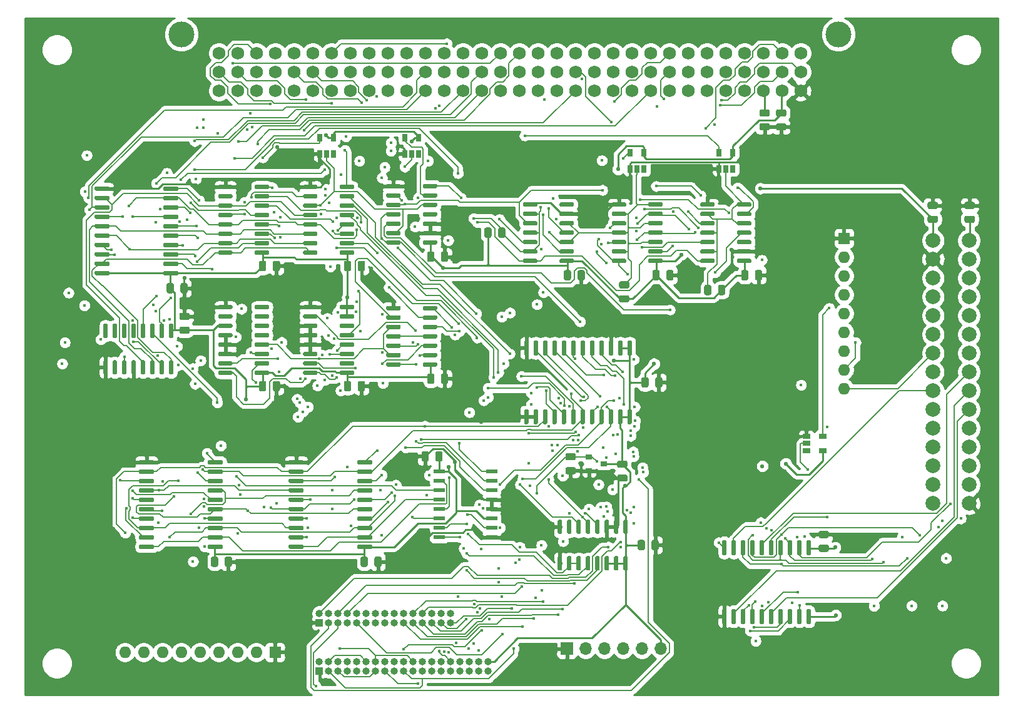
<source format=gbr>
G04 #@! TF.GenerationSoftware,KiCad,Pcbnew,(5.1.6)-1*
G04 #@! TF.CreationDate,2020-08-14T22:49:57+02:00*
G04 #@! TF.ProjectId,Project_GP8B,50726f6a-6563-4745-9f47-5038422e6b69,V5.0*
G04 #@! TF.SameCoordinates,PX3a2c940PY1e0a6e0*
G04 #@! TF.FileFunction,Copper,L4,Bot*
G04 #@! TF.FilePolarity,Positive*
%FSLAX46Y46*%
G04 Gerber Fmt 4.6, Leading zero omitted, Abs format (unit mm)*
G04 Created by KiCad (PCBNEW (5.1.6)-1) date 2020-08-14 22:49:57*
%MOMM*%
%LPD*%
G01*
G04 APERTURE LIST*
G04 #@! TA.AperFunction,ComponentPad*
%ADD10C,2.000000*%
G04 #@! TD*
G04 #@! TA.AperFunction,WasherPad*
%ADD11C,3.500000*%
G04 #@! TD*
G04 #@! TA.AperFunction,ComponentPad*
%ADD12C,1.750000*%
G04 #@! TD*
G04 #@! TA.AperFunction,ComponentPad*
%ADD13R,1.600000X1.600000*%
G04 #@! TD*
G04 #@! TA.AperFunction,ComponentPad*
%ADD14O,1.600000X1.600000*%
G04 #@! TD*
G04 #@! TA.AperFunction,SMDPad,CuDef*
%ADD15R,0.650000X1.060000*%
G04 #@! TD*
G04 #@! TA.AperFunction,SMDPad,CuDef*
%ADD16R,1.500000X0.600000*%
G04 #@! TD*
G04 #@! TA.AperFunction,ComponentPad*
%ADD17R,1.700000X1.700000*%
G04 #@! TD*
G04 #@! TA.AperFunction,ComponentPad*
%ADD18O,1.700000X1.700000*%
G04 #@! TD*
G04 #@! TA.AperFunction,ComponentPad*
%ADD19R,1.000000X1.000000*%
G04 #@! TD*
G04 #@! TA.AperFunction,ComponentPad*
%ADD20O,1.000000X1.000000*%
G04 #@! TD*
G04 #@! TA.AperFunction,SMDPad,CuDef*
%ADD21R,0.900000X0.800000*%
G04 #@! TD*
G04 #@! TA.AperFunction,SMDPad,CuDef*
%ADD22R,1.060000X0.650000*%
G04 #@! TD*
G04 #@! TA.AperFunction,ViaPad*
%ADD23C,0.550000*%
G04 #@! TD*
G04 #@! TA.AperFunction,ViaPad*
%ADD24C,0.450000*%
G04 #@! TD*
G04 #@! TA.AperFunction,Conductor*
%ADD25C,0.250000*%
G04 #@! TD*
G04 #@! TA.AperFunction,Conductor*
%ADD26C,0.180000*%
G04 #@! TD*
G04 #@! TA.AperFunction,Conductor*
%ADD27C,0.254000*%
G04 #@! TD*
G04 APERTURE END LIST*
D10*
X128400000Y-30810000D03*
X123540000Y-30810000D03*
X128400000Y-33350000D03*
X123540000Y-33350000D03*
X128400000Y-35890000D03*
X123540000Y-35890000D03*
X128400000Y-38430000D03*
X123540000Y-38430000D03*
X128400000Y-40970000D03*
X123540000Y-40970000D03*
X128400000Y-43510000D03*
X123540000Y-43510000D03*
X128400000Y-46050000D03*
X123540000Y-46050000D03*
X128400000Y-48590000D03*
X123540000Y-48590000D03*
X128400000Y-51130000D03*
X123540000Y-51130000D03*
X128400000Y-53670000D03*
X123540000Y-53670000D03*
X128400000Y-56210000D03*
X123540000Y-56210000D03*
X128400000Y-58750000D03*
X123540000Y-58750000D03*
X128400000Y-61290000D03*
X123540000Y-61290000D03*
X128400000Y-63830000D03*
X123540000Y-63830000D03*
X128400000Y-66360000D03*
X123540000Y-66370000D03*
D11*
X21820000Y-2920000D03*
X110720000Y-2920000D03*
D12*
X105640000Y-10540000D03*
X103100000Y-10540000D03*
X100560000Y-10540000D03*
X98020000Y-10540000D03*
X95480000Y-10540000D03*
X92940000Y-10540000D03*
X90400000Y-10540000D03*
X87860000Y-10540000D03*
X85320000Y-10540000D03*
X82780000Y-10540000D03*
X80240000Y-10540000D03*
X77700000Y-10540000D03*
X75160000Y-10540000D03*
X72620000Y-10540000D03*
X70080000Y-10540000D03*
X67540000Y-10540000D03*
X65000000Y-10540000D03*
X62460000Y-10540000D03*
X59920000Y-10540000D03*
X57380000Y-10540000D03*
X54840000Y-10540000D03*
X52300000Y-10540000D03*
X49760000Y-10540000D03*
X47220000Y-10540000D03*
X44680000Y-10540000D03*
X42140000Y-10540000D03*
X39600000Y-10540000D03*
X37060000Y-10540000D03*
X34520000Y-10540000D03*
X31980000Y-10540000D03*
X29440000Y-10540000D03*
X26900000Y-10540000D03*
X105640000Y-8000000D03*
X103100000Y-8000000D03*
X100560000Y-8000000D03*
X98020000Y-8000000D03*
X95480000Y-8000000D03*
X92940000Y-8000000D03*
X90400000Y-8000000D03*
X87860000Y-8000000D03*
X85320000Y-8000000D03*
X82780000Y-8000000D03*
X80240000Y-8000000D03*
X77700000Y-8000000D03*
X75160000Y-8000000D03*
X72620000Y-8000000D03*
X70080000Y-8000000D03*
X67540000Y-8000000D03*
X65000000Y-8000000D03*
X62460000Y-8000000D03*
X59920000Y-8000000D03*
X57380000Y-8000000D03*
X54840000Y-8000000D03*
X52300000Y-8000000D03*
X49760000Y-8000000D03*
X47220000Y-8000000D03*
X44680000Y-8000000D03*
X42140000Y-8000000D03*
X39600000Y-8000000D03*
X37060000Y-8000000D03*
X34520000Y-8000000D03*
X31980000Y-8000000D03*
X29440000Y-8000000D03*
X26900000Y-8000000D03*
X105640000Y-5460000D03*
X103100000Y-5460000D03*
X100560000Y-5460000D03*
X98020000Y-5460000D03*
X95480000Y-5460000D03*
X92940000Y-5460000D03*
X90400000Y-5460000D03*
X87860000Y-5460000D03*
X85320000Y-5460000D03*
X82780000Y-5460000D03*
X80240000Y-5460000D03*
X77700000Y-5460000D03*
X75160000Y-5460000D03*
X72620000Y-5460000D03*
X70080000Y-5460000D03*
X67540000Y-5460000D03*
X65000000Y-5460000D03*
X62460000Y-5460000D03*
X59920000Y-5460000D03*
X57380000Y-5460000D03*
X54840000Y-5460000D03*
X52300000Y-5460000D03*
X49760000Y-5460000D03*
X47220000Y-5460000D03*
X44680000Y-5460000D03*
X42140000Y-5460000D03*
X39600000Y-5460000D03*
X37060000Y-5460000D03*
X34520000Y-5460000D03*
X31980000Y-5460000D03*
X29440000Y-5460000D03*
X26900000Y-5460000D03*
G04 #@! TA.AperFunction,SMDPad,CuDef*
G36*
G01*
X76425000Y-35043750D02*
X76425000Y-35956250D01*
G75*
G02*
X76181250Y-36200000I-243750J0D01*
G01*
X75693750Y-36200000D01*
G75*
G02*
X75450000Y-35956250I0J243750D01*
G01*
X75450000Y-35043750D01*
G75*
G02*
X75693750Y-34800000I243750J0D01*
G01*
X76181250Y-34800000D01*
G75*
G02*
X76425000Y-35043750I0J-243750D01*
G01*
G37*
G04 #@! TD.AperFunction*
G04 #@! TA.AperFunction,SMDPad,CuDef*
G36*
G01*
X74550000Y-35043750D02*
X74550000Y-35956250D01*
G75*
G02*
X74306250Y-36200000I-243750J0D01*
G01*
X73818750Y-36200000D01*
G75*
G02*
X73575000Y-35956250I0J243750D01*
G01*
X73575000Y-35043750D01*
G75*
G02*
X73818750Y-34800000I243750J0D01*
G01*
X74306250Y-34800000D01*
G75*
G02*
X74550000Y-35043750I0J-243750D01*
G01*
G37*
G04 #@! TD.AperFunction*
G04 #@! TA.AperFunction,SMDPad,CuDef*
G36*
G01*
X88425000Y-35043750D02*
X88425000Y-35956250D01*
G75*
G02*
X88181250Y-36200000I-243750J0D01*
G01*
X87693750Y-36200000D01*
G75*
G02*
X87450000Y-35956250I0J243750D01*
G01*
X87450000Y-35043750D01*
G75*
G02*
X87693750Y-34800000I243750J0D01*
G01*
X88181250Y-34800000D01*
G75*
G02*
X88425000Y-35043750I0J-243750D01*
G01*
G37*
G04 #@! TD.AperFunction*
G04 #@! TA.AperFunction,SMDPad,CuDef*
G36*
G01*
X86550000Y-35043750D02*
X86550000Y-35956250D01*
G75*
G02*
X86306250Y-36200000I-243750J0D01*
G01*
X85818750Y-36200000D01*
G75*
G02*
X85575000Y-35956250I0J243750D01*
G01*
X85575000Y-35043750D01*
G75*
G02*
X85818750Y-34800000I243750J0D01*
G01*
X86306250Y-34800000D01*
G75*
G02*
X86550000Y-35043750I0J-243750D01*
G01*
G37*
G04 #@! TD.AperFunction*
G04 #@! TA.AperFunction,SMDPad,CuDef*
G36*
G01*
X98550000Y-35043750D02*
X98550000Y-35956250D01*
G75*
G02*
X98306250Y-36200000I-243750J0D01*
G01*
X97818750Y-36200000D01*
G75*
G02*
X97575000Y-35956250I0J243750D01*
G01*
X97575000Y-35043750D01*
G75*
G02*
X97818750Y-34800000I243750J0D01*
G01*
X98306250Y-34800000D01*
G75*
G02*
X98550000Y-35043750I0J-243750D01*
G01*
G37*
G04 #@! TD.AperFunction*
G04 #@! TA.AperFunction,SMDPad,CuDef*
G36*
G01*
X100425000Y-35043750D02*
X100425000Y-35956250D01*
G75*
G02*
X100181250Y-36200000I-243750J0D01*
G01*
X99693750Y-36200000D01*
G75*
G02*
X99450000Y-35956250I0J243750D01*
G01*
X99450000Y-35043750D01*
G75*
G02*
X99693750Y-34800000I243750J0D01*
G01*
X100181250Y-34800000D01*
G75*
G02*
X100425000Y-35043750I0J-243750D01*
G01*
G37*
G04 #@! TD.AperFunction*
G04 #@! TA.AperFunction,SMDPad,CuDef*
G36*
G01*
X19825000Y-37706250D02*
X19825000Y-36793750D01*
G75*
G02*
X20068750Y-36550000I243750J0D01*
G01*
X20556250Y-36550000D01*
G75*
G02*
X20800000Y-36793750I0J-243750D01*
G01*
X20800000Y-37706250D01*
G75*
G02*
X20556250Y-37950000I-243750J0D01*
G01*
X20068750Y-37950000D01*
G75*
G02*
X19825000Y-37706250I0J243750D01*
G01*
G37*
G04 #@! TD.AperFunction*
G04 #@! TA.AperFunction,SMDPad,CuDef*
G36*
G01*
X21700000Y-37706250D02*
X21700000Y-36793750D01*
G75*
G02*
X21943750Y-36550000I243750J0D01*
G01*
X22431250Y-36550000D01*
G75*
G02*
X22675000Y-36793750I0J-243750D01*
G01*
X22675000Y-37706250D01*
G75*
G02*
X22431250Y-37950000I-243750J0D01*
G01*
X21943750Y-37950000D01*
G75*
G02*
X21700000Y-37706250I0J243750D01*
G01*
G37*
G04 #@! TD.AperFunction*
G04 #@! TA.AperFunction,SMDPad,CuDef*
G36*
G01*
X35175000Y-50043750D02*
X35175000Y-50956250D01*
G75*
G02*
X34931250Y-51200000I-243750J0D01*
G01*
X34443750Y-51200000D01*
G75*
G02*
X34200000Y-50956250I0J243750D01*
G01*
X34200000Y-50043750D01*
G75*
G02*
X34443750Y-49800000I243750J0D01*
G01*
X34931250Y-49800000D01*
G75*
G02*
X35175000Y-50043750I0J-243750D01*
G01*
G37*
G04 #@! TD.AperFunction*
G04 #@! TA.AperFunction,SMDPad,CuDef*
G36*
G01*
X33300000Y-50043750D02*
X33300000Y-50956250D01*
G75*
G02*
X33056250Y-51200000I-243750J0D01*
G01*
X32568750Y-51200000D01*
G75*
G02*
X32325000Y-50956250I0J243750D01*
G01*
X32325000Y-50043750D01*
G75*
G02*
X32568750Y-49800000I243750J0D01*
G01*
X33056250Y-49800000D01*
G75*
G02*
X33300000Y-50043750I0J-243750D01*
G01*
G37*
G04 #@! TD.AperFunction*
G04 #@! TA.AperFunction,SMDPad,CuDef*
G36*
G01*
X44800000Y-50043750D02*
X44800000Y-50956250D01*
G75*
G02*
X44556250Y-51200000I-243750J0D01*
G01*
X44068750Y-51200000D01*
G75*
G02*
X43825000Y-50956250I0J243750D01*
G01*
X43825000Y-50043750D01*
G75*
G02*
X44068750Y-49800000I243750J0D01*
G01*
X44556250Y-49800000D01*
G75*
G02*
X44800000Y-50043750I0J-243750D01*
G01*
G37*
G04 #@! TD.AperFunction*
G04 #@! TA.AperFunction,SMDPad,CuDef*
G36*
G01*
X46675000Y-50043750D02*
X46675000Y-50956250D01*
G75*
G02*
X46431250Y-51200000I-243750J0D01*
G01*
X45943750Y-51200000D01*
G75*
G02*
X45700000Y-50956250I0J243750D01*
G01*
X45700000Y-50043750D01*
G75*
G02*
X45943750Y-49800000I243750J0D01*
G01*
X46431250Y-49800000D01*
G75*
G02*
X46675000Y-50043750I0J-243750D01*
G01*
G37*
G04 #@! TD.AperFunction*
G04 #@! TA.AperFunction,SMDPad,CuDef*
G36*
G01*
X35175000Y-33793750D02*
X35175000Y-34706250D01*
G75*
G02*
X34931250Y-34950000I-243750J0D01*
G01*
X34443750Y-34950000D01*
G75*
G02*
X34200000Y-34706250I0J243750D01*
G01*
X34200000Y-33793750D01*
G75*
G02*
X34443750Y-33550000I243750J0D01*
G01*
X34931250Y-33550000D01*
G75*
G02*
X35175000Y-33793750I0J-243750D01*
G01*
G37*
G04 #@! TD.AperFunction*
G04 #@! TA.AperFunction,SMDPad,CuDef*
G36*
G01*
X33300000Y-33793750D02*
X33300000Y-34706250D01*
G75*
G02*
X33056250Y-34950000I-243750J0D01*
G01*
X32568750Y-34950000D01*
G75*
G02*
X32325000Y-34706250I0J243750D01*
G01*
X32325000Y-33793750D01*
G75*
G02*
X32568750Y-33550000I243750J0D01*
G01*
X33056250Y-33550000D01*
G75*
G02*
X33300000Y-33793750I0J-243750D01*
G01*
G37*
G04 #@! TD.AperFunction*
G04 #@! TA.AperFunction,SMDPad,CuDef*
G36*
G01*
X44800000Y-33793750D02*
X44800000Y-34706250D01*
G75*
G02*
X44556250Y-34950000I-243750J0D01*
G01*
X44068750Y-34950000D01*
G75*
G02*
X43825000Y-34706250I0J243750D01*
G01*
X43825000Y-33793750D01*
G75*
G02*
X44068750Y-33550000I243750J0D01*
G01*
X44556250Y-33550000D01*
G75*
G02*
X44800000Y-33793750I0J-243750D01*
G01*
G37*
G04 #@! TD.AperFunction*
G04 #@! TA.AperFunction,SMDPad,CuDef*
G36*
G01*
X46675000Y-33793750D02*
X46675000Y-34706250D01*
G75*
G02*
X46431250Y-34950000I-243750J0D01*
G01*
X45943750Y-34950000D01*
G75*
G02*
X45700000Y-34706250I0J243750D01*
G01*
X45700000Y-33793750D01*
G75*
G02*
X45943750Y-33550000I243750J0D01*
G01*
X46431250Y-33550000D01*
G75*
G02*
X46675000Y-33793750I0J-243750D01*
G01*
G37*
G04 #@! TD.AperFunction*
G04 #@! TA.AperFunction,SMDPad,CuDef*
G36*
G01*
X57925000Y-32543750D02*
X57925000Y-33456250D01*
G75*
G02*
X57681250Y-33700000I-243750J0D01*
G01*
X57193750Y-33700000D01*
G75*
G02*
X56950000Y-33456250I0J243750D01*
G01*
X56950000Y-32543750D01*
G75*
G02*
X57193750Y-32300000I243750J0D01*
G01*
X57681250Y-32300000D01*
G75*
G02*
X57925000Y-32543750I0J-243750D01*
G01*
G37*
G04 #@! TD.AperFunction*
G04 #@! TA.AperFunction,SMDPad,CuDef*
G36*
G01*
X56050000Y-32543750D02*
X56050000Y-33456250D01*
G75*
G02*
X55806250Y-33700000I-243750J0D01*
G01*
X55318750Y-33700000D01*
G75*
G02*
X55075000Y-33456250I0J243750D01*
G01*
X55075000Y-32543750D01*
G75*
G02*
X55318750Y-32300000I243750J0D01*
G01*
X55806250Y-32300000D01*
G75*
G02*
X56050000Y-32543750I0J-243750D01*
G01*
G37*
G04 #@! TD.AperFunction*
G04 #@! TA.AperFunction,SMDPad,CuDef*
G36*
G01*
X21793750Y-42450000D02*
X22706250Y-42450000D01*
G75*
G02*
X22950000Y-42693750I0J-243750D01*
G01*
X22950000Y-43181250D01*
G75*
G02*
X22706250Y-43425000I-243750J0D01*
G01*
X21793750Y-43425000D01*
G75*
G02*
X21550000Y-43181250I0J243750D01*
G01*
X21550000Y-42693750D01*
G75*
G02*
X21793750Y-42450000I243750J0D01*
G01*
G37*
G04 #@! TD.AperFunction*
G04 #@! TA.AperFunction,SMDPad,CuDef*
G36*
G01*
X21793750Y-40575000D02*
X22706250Y-40575000D01*
G75*
G02*
X22950000Y-40818750I0J-243750D01*
G01*
X22950000Y-41306250D01*
G75*
G02*
X22706250Y-41550000I-243750J0D01*
G01*
X21793750Y-41550000D01*
G75*
G02*
X21550000Y-41306250I0J243750D01*
G01*
X21550000Y-40818750D01*
G75*
G02*
X21793750Y-40575000I243750J0D01*
G01*
G37*
G04 #@! TD.AperFunction*
G04 #@! TA.AperFunction,SMDPad,CuDef*
G36*
G01*
X56050000Y-49043750D02*
X56050000Y-49956250D01*
G75*
G02*
X55806250Y-50200000I-243750J0D01*
G01*
X55318750Y-50200000D01*
G75*
G02*
X55075000Y-49956250I0J243750D01*
G01*
X55075000Y-49043750D01*
G75*
G02*
X55318750Y-48800000I243750J0D01*
G01*
X55806250Y-48800000D01*
G75*
G02*
X56050000Y-49043750I0J-243750D01*
G01*
G37*
G04 #@! TD.AperFunction*
G04 #@! TA.AperFunction,SMDPad,CuDef*
G36*
G01*
X57925000Y-49043750D02*
X57925000Y-49956250D01*
G75*
G02*
X57681250Y-50200000I-243750J0D01*
G01*
X57193750Y-50200000D01*
G75*
G02*
X56950000Y-49956250I0J243750D01*
G01*
X56950000Y-49043750D01*
G75*
G02*
X57193750Y-48800000I243750J0D01*
G01*
X57681250Y-48800000D01*
G75*
G02*
X57925000Y-49043750I0J-243750D01*
G01*
G37*
G04 #@! TD.AperFunction*
G04 #@! TA.AperFunction,SMDPad,CuDef*
G36*
G01*
X54325000Y-60456250D02*
X54325000Y-59543750D01*
G75*
G02*
X54568750Y-59300000I243750J0D01*
G01*
X55056250Y-59300000D01*
G75*
G02*
X55300000Y-59543750I0J-243750D01*
G01*
X55300000Y-60456250D01*
G75*
G02*
X55056250Y-60700000I-243750J0D01*
G01*
X54568750Y-60700000D01*
G75*
G02*
X54325000Y-60456250I0J243750D01*
G01*
G37*
G04 #@! TD.AperFunction*
G04 #@! TA.AperFunction,SMDPad,CuDef*
G36*
G01*
X56200000Y-60456250D02*
X56200000Y-59543750D01*
G75*
G02*
X56443750Y-59300000I243750J0D01*
G01*
X56931250Y-59300000D01*
G75*
G02*
X57175000Y-59543750I0J-243750D01*
G01*
X57175000Y-60456250D01*
G75*
G02*
X56931250Y-60700000I-243750J0D01*
G01*
X56443750Y-60700000D01*
G75*
G02*
X56200000Y-60456250I0J243750D01*
G01*
G37*
G04 #@! TD.AperFunction*
G04 #@! TA.AperFunction,SMDPad,CuDef*
G36*
G01*
X48925000Y-73793750D02*
X48925000Y-74706250D01*
G75*
G02*
X48681250Y-74950000I-243750J0D01*
G01*
X48193750Y-74950000D01*
G75*
G02*
X47950000Y-74706250I0J243750D01*
G01*
X47950000Y-73793750D01*
G75*
G02*
X48193750Y-73550000I243750J0D01*
G01*
X48681250Y-73550000D01*
G75*
G02*
X48925000Y-73793750I0J-243750D01*
G01*
G37*
G04 #@! TD.AperFunction*
G04 #@! TA.AperFunction,SMDPad,CuDef*
G36*
G01*
X47050000Y-73793750D02*
X47050000Y-74706250D01*
G75*
G02*
X46806250Y-74950000I-243750J0D01*
G01*
X46318750Y-74950000D01*
G75*
G02*
X46075000Y-74706250I0J243750D01*
G01*
X46075000Y-73793750D01*
G75*
G02*
X46318750Y-73550000I243750J0D01*
G01*
X46806250Y-73550000D01*
G75*
G02*
X47050000Y-73793750I0J-243750D01*
G01*
G37*
G04 #@! TD.AperFunction*
G04 #@! TA.AperFunction,SMDPad,CuDef*
G36*
G01*
X26800000Y-73793750D02*
X26800000Y-74706250D01*
G75*
G02*
X26556250Y-74950000I-243750J0D01*
G01*
X26068750Y-74950000D01*
G75*
G02*
X25825000Y-74706250I0J243750D01*
G01*
X25825000Y-73793750D01*
G75*
G02*
X26068750Y-73550000I243750J0D01*
G01*
X26556250Y-73550000D01*
G75*
G02*
X26800000Y-73793750I0J-243750D01*
G01*
G37*
G04 #@! TD.AperFunction*
G04 #@! TA.AperFunction,SMDPad,CuDef*
G36*
G01*
X28675000Y-73793750D02*
X28675000Y-74706250D01*
G75*
G02*
X28431250Y-74950000I-243750J0D01*
G01*
X27943750Y-74950000D01*
G75*
G02*
X27700000Y-74706250I0J243750D01*
G01*
X27700000Y-73793750D01*
G75*
G02*
X27943750Y-73550000I243750J0D01*
G01*
X28431250Y-73550000D01*
G75*
G02*
X28675000Y-73793750I0J-243750D01*
G01*
G37*
G04 #@! TD.AperFunction*
G04 #@! TA.AperFunction,SMDPad,CuDef*
G36*
G01*
X100293750Y-14950000D02*
X101206250Y-14950000D01*
G75*
G02*
X101450000Y-15193750I0J-243750D01*
G01*
X101450000Y-15681250D01*
G75*
G02*
X101206250Y-15925000I-243750J0D01*
G01*
X100293750Y-15925000D01*
G75*
G02*
X100050000Y-15681250I0J243750D01*
G01*
X100050000Y-15193750D01*
G75*
G02*
X100293750Y-14950000I243750J0D01*
G01*
G37*
G04 #@! TD.AperFunction*
G04 #@! TA.AperFunction,SMDPad,CuDef*
G36*
G01*
X100293750Y-13075000D02*
X101206250Y-13075000D01*
G75*
G02*
X101450000Y-13318750I0J-243750D01*
G01*
X101450000Y-13806250D01*
G75*
G02*
X101206250Y-14050000I-243750J0D01*
G01*
X100293750Y-14050000D01*
G75*
G02*
X100050000Y-13806250I0J243750D01*
G01*
X100050000Y-13318750D01*
G75*
G02*
X100293750Y-13075000I243750J0D01*
G01*
G37*
G04 #@! TD.AperFunction*
G04 #@! TA.AperFunction,SMDPad,CuDef*
G36*
G01*
X102543750Y-13075000D02*
X103456250Y-13075000D01*
G75*
G02*
X103700000Y-13318750I0J-243750D01*
G01*
X103700000Y-13806250D01*
G75*
G02*
X103456250Y-14050000I-243750J0D01*
G01*
X102543750Y-14050000D01*
G75*
G02*
X102300000Y-13806250I0J243750D01*
G01*
X102300000Y-13318750D01*
G75*
G02*
X102543750Y-13075000I243750J0D01*
G01*
G37*
G04 #@! TD.AperFunction*
G04 #@! TA.AperFunction,SMDPad,CuDef*
G36*
G01*
X102543750Y-14950000D02*
X103456250Y-14950000D01*
G75*
G02*
X103700000Y-15193750I0J-243750D01*
G01*
X103700000Y-15681250D01*
G75*
G02*
X103456250Y-15925000I-243750J0D01*
G01*
X102543750Y-15925000D01*
G75*
G02*
X102300000Y-15681250I0J243750D01*
G01*
X102300000Y-15193750D01*
G75*
G02*
X102543750Y-14950000I243750J0D01*
G01*
G37*
G04 #@! TD.AperFunction*
G04 #@! TA.AperFunction,SMDPad,CuDef*
G36*
G01*
X81043750Y-60575000D02*
X81956250Y-60575000D01*
G75*
G02*
X82200000Y-60818750I0J-243750D01*
G01*
X82200000Y-61306250D01*
G75*
G02*
X81956250Y-61550000I-243750J0D01*
G01*
X81043750Y-61550000D01*
G75*
G02*
X80800000Y-61306250I0J243750D01*
G01*
X80800000Y-60818750D01*
G75*
G02*
X81043750Y-60575000I243750J0D01*
G01*
G37*
G04 #@! TD.AperFunction*
G04 #@! TA.AperFunction,SMDPad,CuDef*
G36*
G01*
X81043750Y-62450000D02*
X81956250Y-62450000D01*
G75*
G02*
X82200000Y-62693750I0J-243750D01*
G01*
X82200000Y-63181250D01*
G75*
G02*
X81956250Y-63425000I-243750J0D01*
G01*
X81043750Y-63425000D01*
G75*
G02*
X80800000Y-63181250I0J243750D01*
G01*
X80800000Y-62693750D01*
G75*
G02*
X81043750Y-62450000I243750J0D01*
G01*
G37*
G04 #@! TD.AperFunction*
G04 #@! TA.AperFunction,SMDPad,CuDef*
G36*
G01*
X109206250Y-71050000D02*
X108293750Y-71050000D01*
G75*
G02*
X108050000Y-70806250I0J243750D01*
G01*
X108050000Y-70318750D01*
G75*
G02*
X108293750Y-70075000I243750J0D01*
G01*
X109206250Y-70075000D01*
G75*
G02*
X109450000Y-70318750I0J-243750D01*
G01*
X109450000Y-70806250D01*
G75*
G02*
X109206250Y-71050000I-243750J0D01*
G01*
G37*
G04 #@! TD.AperFunction*
G04 #@! TA.AperFunction,SMDPad,CuDef*
G36*
G01*
X109206250Y-72925000D02*
X108293750Y-72925000D01*
G75*
G02*
X108050000Y-72681250I0J243750D01*
G01*
X108050000Y-72193750D01*
G75*
G02*
X108293750Y-71950000I243750J0D01*
G01*
X109206250Y-71950000D01*
G75*
G02*
X109450000Y-72193750I0J-243750D01*
G01*
X109450000Y-72681250D01*
G75*
G02*
X109206250Y-72925000I-243750J0D01*
G01*
G37*
G04 #@! TD.AperFunction*
G04 #@! TA.AperFunction,SMDPad,CuDef*
G36*
G01*
X128956250Y-28425000D02*
X128043750Y-28425000D01*
G75*
G02*
X127800000Y-28181250I0J243750D01*
G01*
X127800000Y-27693750D01*
G75*
G02*
X128043750Y-27450000I243750J0D01*
G01*
X128956250Y-27450000D01*
G75*
G02*
X129200000Y-27693750I0J-243750D01*
G01*
X129200000Y-28181250D01*
G75*
G02*
X128956250Y-28425000I-243750J0D01*
G01*
G37*
G04 #@! TD.AperFunction*
G04 #@! TA.AperFunction,SMDPad,CuDef*
G36*
G01*
X128956250Y-26550000D02*
X128043750Y-26550000D01*
G75*
G02*
X127800000Y-26306250I0J243750D01*
G01*
X127800000Y-25818750D01*
G75*
G02*
X128043750Y-25575000I243750J0D01*
G01*
X128956250Y-25575000D01*
G75*
G02*
X129200000Y-25818750I0J-243750D01*
G01*
X129200000Y-26306250D01*
G75*
G02*
X128956250Y-26550000I-243750J0D01*
G01*
G37*
G04 #@! TD.AperFunction*
G04 #@! TA.AperFunction,SMDPad,CuDef*
G36*
G01*
X123956250Y-26550000D02*
X123043750Y-26550000D01*
G75*
G02*
X122800000Y-26306250I0J243750D01*
G01*
X122800000Y-25818750D01*
G75*
G02*
X123043750Y-25575000I243750J0D01*
G01*
X123956250Y-25575000D01*
G75*
G02*
X124200000Y-25818750I0J-243750D01*
G01*
X124200000Y-26306250D01*
G75*
G02*
X123956250Y-26550000I-243750J0D01*
G01*
G37*
G04 #@! TD.AperFunction*
G04 #@! TA.AperFunction,SMDPad,CuDef*
G36*
G01*
X123956250Y-28425000D02*
X123043750Y-28425000D01*
G75*
G02*
X122800000Y-28181250I0J243750D01*
G01*
X122800000Y-27693750D01*
G75*
G02*
X123043750Y-27450000I243750J0D01*
G01*
X123956250Y-27450000D01*
G75*
G02*
X124200000Y-27693750I0J-243750D01*
G01*
X124200000Y-28181250D01*
G75*
G02*
X123956250Y-28425000I-243750J0D01*
G01*
G37*
G04 #@! TD.AperFunction*
G04 #@! TA.AperFunction,SMDPad,CuDef*
G36*
G01*
X74043750Y-61450000D02*
X74956250Y-61450000D01*
G75*
G02*
X75200000Y-61693750I0J-243750D01*
G01*
X75200000Y-62181250D01*
G75*
G02*
X74956250Y-62425000I-243750J0D01*
G01*
X74043750Y-62425000D01*
G75*
G02*
X73800000Y-62181250I0J243750D01*
G01*
X73800000Y-61693750D01*
G75*
G02*
X74043750Y-61450000I243750J0D01*
G01*
G37*
G04 #@! TD.AperFunction*
G04 #@! TA.AperFunction,SMDPad,CuDef*
G36*
G01*
X74043750Y-59575000D02*
X74956250Y-59575000D01*
G75*
G02*
X75200000Y-59818750I0J-243750D01*
G01*
X75200000Y-60306250D01*
G75*
G02*
X74956250Y-60550000I-243750J0D01*
G01*
X74043750Y-60550000D01*
G75*
G02*
X73800000Y-60306250I0J243750D01*
G01*
X73800000Y-59818750D01*
G75*
G02*
X74043750Y-59575000I243750J0D01*
G01*
G37*
G04 #@! TD.AperFunction*
G04 #@! TA.AperFunction,SMDPad,CuDef*
G36*
G01*
X62825000Y-30206250D02*
X62825000Y-29293750D01*
G75*
G02*
X63068750Y-29050000I243750J0D01*
G01*
X63556250Y-29050000D01*
G75*
G02*
X63800000Y-29293750I0J-243750D01*
G01*
X63800000Y-30206250D01*
G75*
G02*
X63556250Y-30450000I-243750J0D01*
G01*
X63068750Y-30450000D01*
G75*
G02*
X62825000Y-30206250I0J243750D01*
G01*
G37*
G04 #@! TD.AperFunction*
G04 #@! TA.AperFunction,SMDPad,CuDef*
G36*
G01*
X64700000Y-30206250D02*
X64700000Y-29293750D01*
G75*
G02*
X64943750Y-29050000I243750J0D01*
G01*
X65431250Y-29050000D01*
G75*
G02*
X65675000Y-29293750I0J-243750D01*
G01*
X65675000Y-30206250D01*
G75*
G02*
X65431250Y-30450000I-243750J0D01*
G01*
X64943750Y-30450000D01*
G75*
G02*
X64700000Y-30206250I0J243750D01*
G01*
G37*
G04 #@! TD.AperFunction*
G04 #@! TA.AperFunction,SMDPad,CuDef*
G36*
G01*
X82206250Y-37300000D02*
X81293750Y-37300000D01*
G75*
G02*
X81050000Y-37056250I0J243750D01*
G01*
X81050000Y-36568750D01*
G75*
G02*
X81293750Y-36325000I243750J0D01*
G01*
X82206250Y-36325000D01*
G75*
G02*
X82450000Y-36568750I0J-243750D01*
G01*
X82450000Y-37056250D01*
G75*
G02*
X82206250Y-37300000I-243750J0D01*
G01*
G37*
G04 #@! TD.AperFunction*
G04 #@! TA.AperFunction,SMDPad,CuDef*
G36*
G01*
X82206250Y-39175000D02*
X81293750Y-39175000D01*
G75*
G02*
X81050000Y-38931250I0J243750D01*
G01*
X81050000Y-38443750D01*
G75*
G02*
X81293750Y-38200000I243750J0D01*
G01*
X82206250Y-38200000D01*
G75*
G02*
X82450000Y-38443750I0J-243750D01*
G01*
X82450000Y-38931250D01*
G75*
G02*
X82206250Y-39175000I-243750J0D01*
G01*
G37*
G04 #@! TD.AperFunction*
G04 #@! TA.AperFunction,SMDPad,CuDef*
G36*
G01*
X95425000Y-37043750D02*
X95425000Y-37956250D01*
G75*
G02*
X95181250Y-38200000I-243750J0D01*
G01*
X94693750Y-38200000D01*
G75*
G02*
X94450000Y-37956250I0J243750D01*
G01*
X94450000Y-37043750D01*
G75*
G02*
X94693750Y-36800000I243750J0D01*
G01*
X95181250Y-36800000D01*
G75*
G02*
X95425000Y-37043750I0J-243750D01*
G01*
G37*
G04 #@! TD.AperFunction*
G04 #@! TA.AperFunction,SMDPad,CuDef*
G36*
G01*
X93550000Y-37043750D02*
X93550000Y-37956250D01*
G75*
G02*
X93306250Y-38200000I-243750J0D01*
G01*
X92818750Y-38200000D01*
G75*
G02*
X92575000Y-37956250I0J243750D01*
G01*
X92575000Y-37043750D01*
G75*
G02*
X92818750Y-36800000I243750J0D01*
G01*
X93306250Y-36800000D01*
G75*
G02*
X93550000Y-37043750I0J-243750D01*
G01*
G37*
G04 #@! TD.AperFunction*
D13*
X34500000Y-86500000D03*
D14*
X31960000Y-86500000D03*
X29420000Y-86500000D03*
X26880000Y-86500000D03*
X24340000Y-86500000D03*
X21800000Y-86500000D03*
X19260000Y-86500000D03*
X16720000Y-86500000D03*
X14180000Y-86500000D03*
X111500000Y-50820000D03*
X111500000Y-48280000D03*
X111500000Y-45740000D03*
X111500000Y-43200000D03*
X111500000Y-40660000D03*
X111500000Y-38120000D03*
X111500000Y-35580000D03*
X111500000Y-33040000D03*
D13*
X111500000Y-30500000D03*
G04 #@! TA.AperFunction,SMDPad,CuDef*
G36*
G01*
X68050000Y-33710000D02*
X68050000Y-33410000D01*
G75*
G02*
X68200000Y-33260000I150000J0D01*
G01*
X69850000Y-33260000D01*
G75*
G02*
X70000000Y-33410000I0J-150000D01*
G01*
X70000000Y-33710000D01*
G75*
G02*
X69850000Y-33860000I-150000J0D01*
G01*
X68200000Y-33860000D01*
G75*
G02*
X68050000Y-33710000I0J150000D01*
G01*
G37*
G04 #@! TD.AperFunction*
G04 #@! TA.AperFunction,SMDPad,CuDef*
G36*
G01*
X68050000Y-32440000D02*
X68050000Y-32140000D01*
G75*
G02*
X68200000Y-31990000I150000J0D01*
G01*
X69850000Y-31990000D01*
G75*
G02*
X70000000Y-32140000I0J-150000D01*
G01*
X70000000Y-32440000D01*
G75*
G02*
X69850000Y-32590000I-150000J0D01*
G01*
X68200000Y-32590000D01*
G75*
G02*
X68050000Y-32440000I0J150000D01*
G01*
G37*
G04 #@! TD.AperFunction*
G04 #@! TA.AperFunction,SMDPad,CuDef*
G36*
G01*
X68050000Y-31170000D02*
X68050000Y-30870000D01*
G75*
G02*
X68200000Y-30720000I150000J0D01*
G01*
X69850000Y-30720000D01*
G75*
G02*
X70000000Y-30870000I0J-150000D01*
G01*
X70000000Y-31170000D01*
G75*
G02*
X69850000Y-31320000I-150000J0D01*
G01*
X68200000Y-31320000D01*
G75*
G02*
X68050000Y-31170000I0J150000D01*
G01*
G37*
G04 #@! TD.AperFunction*
G04 #@! TA.AperFunction,SMDPad,CuDef*
G36*
G01*
X68050000Y-29900000D02*
X68050000Y-29600000D01*
G75*
G02*
X68200000Y-29450000I150000J0D01*
G01*
X69850000Y-29450000D01*
G75*
G02*
X70000000Y-29600000I0J-150000D01*
G01*
X70000000Y-29900000D01*
G75*
G02*
X69850000Y-30050000I-150000J0D01*
G01*
X68200000Y-30050000D01*
G75*
G02*
X68050000Y-29900000I0J150000D01*
G01*
G37*
G04 #@! TD.AperFunction*
G04 #@! TA.AperFunction,SMDPad,CuDef*
G36*
G01*
X68050000Y-28630000D02*
X68050000Y-28330000D01*
G75*
G02*
X68200000Y-28180000I150000J0D01*
G01*
X69850000Y-28180000D01*
G75*
G02*
X70000000Y-28330000I0J-150000D01*
G01*
X70000000Y-28630000D01*
G75*
G02*
X69850000Y-28780000I-150000J0D01*
G01*
X68200000Y-28780000D01*
G75*
G02*
X68050000Y-28630000I0J150000D01*
G01*
G37*
G04 #@! TD.AperFunction*
G04 #@! TA.AperFunction,SMDPad,CuDef*
G36*
G01*
X68050000Y-27360000D02*
X68050000Y-27060000D01*
G75*
G02*
X68200000Y-26910000I150000J0D01*
G01*
X69850000Y-26910000D01*
G75*
G02*
X70000000Y-27060000I0J-150000D01*
G01*
X70000000Y-27360000D01*
G75*
G02*
X69850000Y-27510000I-150000J0D01*
G01*
X68200000Y-27510000D01*
G75*
G02*
X68050000Y-27360000I0J150000D01*
G01*
G37*
G04 #@! TD.AperFunction*
G04 #@! TA.AperFunction,SMDPad,CuDef*
G36*
G01*
X68050000Y-26090000D02*
X68050000Y-25790000D01*
G75*
G02*
X68200000Y-25640000I150000J0D01*
G01*
X69850000Y-25640000D01*
G75*
G02*
X70000000Y-25790000I0J-150000D01*
G01*
X70000000Y-26090000D01*
G75*
G02*
X69850000Y-26240000I-150000J0D01*
G01*
X68200000Y-26240000D01*
G75*
G02*
X68050000Y-26090000I0J150000D01*
G01*
G37*
G04 #@! TD.AperFunction*
G04 #@! TA.AperFunction,SMDPad,CuDef*
G36*
G01*
X73000000Y-26090000D02*
X73000000Y-25790000D01*
G75*
G02*
X73150000Y-25640000I150000J0D01*
G01*
X74800000Y-25640000D01*
G75*
G02*
X74950000Y-25790000I0J-150000D01*
G01*
X74950000Y-26090000D01*
G75*
G02*
X74800000Y-26240000I-150000J0D01*
G01*
X73150000Y-26240000D01*
G75*
G02*
X73000000Y-26090000I0J150000D01*
G01*
G37*
G04 #@! TD.AperFunction*
G04 #@! TA.AperFunction,SMDPad,CuDef*
G36*
G01*
X73000000Y-27360000D02*
X73000000Y-27060000D01*
G75*
G02*
X73150000Y-26910000I150000J0D01*
G01*
X74800000Y-26910000D01*
G75*
G02*
X74950000Y-27060000I0J-150000D01*
G01*
X74950000Y-27360000D01*
G75*
G02*
X74800000Y-27510000I-150000J0D01*
G01*
X73150000Y-27510000D01*
G75*
G02*
X73000000Y-27360000I0J150000D01*
G01*
G37*
G04 #@! TD.AperFunction*
G04 #@! TA.AperFunction,SMDPad,CuDef*
G36*
G01*
X73000000Y-28630000D02*
X73000000Y-28330000D01*
G75*
G02*
X73150000Y-28180000I150000J0D01*
G01*
X74800000Y-28180000D01*
G75*
G02*
X74950000Y-28330000I0J-150000D01*
G01*
X74950000Y-28630000D01*
G75*
G02*
X74800000Y-28780000I-150000J0D01*
G01*
X73150000Y-28780000D01*
G75*
G02*
X73000000Y-28630000I0J150000D01*
G01*
G37*
G04 #@! TD.AperFunction*
G04 #@! TA.AperFunction,SMDPad,CuDef*
G36*
G01*
X73000000Y-29900000D02*
X73000000Y-29600000D01*
G75*
G02*
X73150000Y-29450000I150000J0D01*
G01*
X74800000Y-29450000D01*
G75*
G02*
X74950000Y-29600000I0J-150000D01*
G01*
X74950000Y-29900000D01*
G75*
G02*
X74800000Y-30050000I-150000J0D01*
G01*
X73150000Y-30050000D01*
G75*
G02*
X73000000Y-29900000I0J150000D01*
G01*
G37*
G04 #@! TD.AperFunction*
G04 #@! TA.AperFunction,SMDPad,CuDef*
G36*
G01*
X73000000Y-31170000D02*
X73000000Y-30870000D01*
G75*
G02*
X73150000Y-30720000I150000J0D01*
G01*
X74800000Y-30720000D01*
G75*
G02*
X74950000Y-30870000I0J-150000D01*
G01*
X74950000Y-31170000D01*
G75*
G02*
X74800000Y-31320000I-150000J0D01*
G01*
X73150000Y-31320000D01*
G75*
G02*
X73000000Y-31170000I0J150000D01*
G01*
G37*
G04 #@! TD.AperFunction*
G04 #@! TA.AperFunction,SMDPad,CuDef*
G36*
G01*
X73000000Y-32440000D02*
X73000000Y-32140000D01*
G75*
G02*
X73150000Y-31990000I150000J0D01*
G01*
X74800000Y-31990000D01*
G75*
G02*
X74950000Y-32140000I0J-150000D01*
G01*
X74950000Y-32440000D01*
G75*
G02*
X74800000Y-32590000I-150000J0D01*
G01*
X73150000Y-32590000D01*
G75*
G02*
X73000000Y-32440000I0J150000D01*
G01*
G37*
G04 #@! TD.AperFunction*
G04 #@! TA.AperFunction,SMDPad,CuDef*
G36*
G01*
X73000000Y-33710000D02*
X73000000Y-33410000D01*
G75*
G02*
X73150000Y-33260000I150000J0D01*
G01*
X74800000Y-33260000D01*
G75*
G02*
X74950000Y-33410000I0J-150000D01*
G01*
X74950000Y-33710000D01*
G75*
G02*
X74800000Y-33860000I-150000J0D01*
G01*
X73150000Y-33860000D01*
G75*
G02*
X73000000Y-33710000I0J150000D01*
G01*
G37*
G04 #@! TD.AperFunction*
G04 #@! TA.AperFunction,SMDPad,CuDef*
G36*
G01*
X85000000Y-33710000D02*
X85000000Y-33410000D01*
G75*
G02*
X85150000Y-33260000I150000J0D01*
G01*
X86800000Y-33260000D01*
G75*
G02*
X86950000Y-33410000I0J-150000D01*
G01*
X86950000Y-33710000D01*
G75*
G02*
X86800000Y-33860000I-150000J0D01*
G01*
X85150000Y-33860000D01*
G75*
G02*
X85000000Y-33710000I0J150000D01*
G01*
G37*
G04 #@! TD.AperFunction*
G04 #@! TA.AperFunction,SMDPad,CuDef*
G36*
G01*
X85000000Y-32440000D02*
X85000000Y-32140000D01*
G75*
G02*
X85150000Y-31990000I150000J0D01*
G01*
X86800000Y-31990000D01*
G75*
G02*
X86950000Y-32140000I0J-150000D01*
G01*
X86950000Y-32440000D01*
G75*
G02*
X86800000Y-32590000I-150000J0D01*
G01*
X85150000Y-32590000D01*
G75*
G02*
X85000000Y-32440000I0J150000D01*
G01*
G37*
G04 #@! TD.AperFunction*
G04 #@! TA.AperFunction,SMDPad,CuDef*
G36*
G01*
X85000000Y-31170000D02*
X85000000Y-30870000D01*
G75*
G02*
X85150000Y-30720000I150000J0D01*
G01*
X86800000Y-30720000D01*
G75*
G02*
X86950000Y-30870000I0J-150000D01*
G01*
X86950000Y-31170000D01*
G75*
G02*
X86800000Y-31320000I-150000J0D01*
G01*
X85150000Y-31320000D01*
G75*
G02*
X85000000Y-31170000I0J150000D01*
G01*
G37*
G04 #@! TD.AperFunction*
G04 #@! TA.AperFunction,SMDPad,CuDef*
G36*
G01*
X85000000Y-29900000D02*
X85000000Y-29600000D01*
G75*
G02*
X85150000Y-29450000I150000J0D01*
G01*
X86800000Y-29450000D01*
G75*
G02*
X86950000Y-29600000I0J-150000D01*
G01*
X86950000Y-29900000D01*
G75*
G02*
X86800000Y-30050000I-150000J0D01*
G01*
X85150000Y-30050000D01*
G75*
G02*
X85000000Y-29900000I0J150000D01*
G01*
G37*
G04 #@! TD.AperFunction*
G04 #@! TA.AperFunction,SMDPad,CuDef*
G36*
G01*
X85000000Y-28630000D02*
X85000000Y-28330000D01*
G75*
G02*
X85150000Y-28180000I150000J0D01*
G01*
X86800000Y-28180000D01*
G75*
G02*
X86950000Y-28330000I0J-150000D01*
G01*
X86950000Y-28630000D01*
G75*
G02*
X86800000Y-28780000I-150000J0D01*
G01*
X85150000Y-28780000D01*
G75*
G02*
X85000000Y-28630000I0J150000D01*
G01*
G37*
G04 #@! TD.AperFunction*
G04 #@! TA.AperFunction,SMDPad,CuDef*
G36*
G01*
X85000000Y-27360000D02*
X85000000Y-27060000D01*
G75*
G02*
X85150000Y-26910000I150000J0D01*
G01*
X86800000Y-26910000D01*
G75*
G02*
X86950000Y-27060000I0J-150000D01*
G01*
X86950000Y-27360000D01*
G75*
G02*
X86800000Y-27510000I-150000J0D01*
G01*
X85150000Y-27510000D01*
G75*
G02*
X85000000Y-27360000I0J150000D01*
G01*
G37*
G04 #@! TD.AperFunction*
G04 #@! TA.AperFunction,SMDPad,CuDef*
G36*
G01*
X85000000Y-26090000D02*
X85000000Y-25790000D01*
G75*
G02*
X85150000Y-25640000I150000J0D01*
G01*
X86800000Y-25640000D01*
G75*
G02*
X86950000Y-25790000I0J-150000D01*
G01*
X86950000Y-26090000D01*
G75*
G02*
X86800000Y-26240000I-150000J0D01*
G01*
X85150000Y-26240000D01*
G75*
G02*
X85000000Y-26090000I0J150000D01*
G01*
G37*
G04 #@! TD.AperFunction*
G04 #@! TA.AperFunction,SMDPad,CuDef*
G36*
G01*
X80050000Y-26090000D02*
X80050000Y-25790000D01*
G75*
G02*
X80200000Y-25640000I150000J0D01*
G01*
X81850000Y-25640000D01*
G75*
G02*
X82000000Y-25790000I0J-150000D01*
G01*
X82000000Y-26090000D01*
G75*
G02*
X81850000Y-26240000I-150000J0D01*
G01*
X80200000Y-26240000D01*
G75*
G02*
X80050000Y-26090000I0J150000D01*
G01*
G37*
G04 #@! TD.AperFunction*
G04 #@! TA.AperFunction,SMDPad,CuDef*
G36*
G01*
X80050000Y-27360000D02*
X80050000Y-27060000D01*
G75*
G02*
X80200000Y-26910000I150000J0D01*
G01*
X81850000Y-26910000D01*
G75*
G02*
X82000000Y-27060000I0J-150000D01*
G01*
X82000000Y-27360000D01*
G75*
G02*
X81850000Y-27510000I-150000J0D01*
G01*
X80200000Y-27510000D01*
G75*
G02*
X80050000Y-27360000I0J150000D01*
G01*
G37*
G04 #@! TD.AperFunction*
G04 #@! TA.AperFunction,SMDPad,CuDef*
G36*
G01*
X80050000Y-28630000D02*
X80050000Y-28330000D01*
G75*
G02*
X80200000Y-28180000I150000J0D01*
G01*
X81850000Y-28180000D01*
G75*
G02*
X82000000Y-28330000I0J-150000D01*
G01*
X82000000Y-28630000D01*
G75*
G02*
X81850000Y-28780000I-150000J0D01*
G01*
X80200000Y-28780000D01*
G75*
G02*
X80050000Y-28630000I0J150000D01*
G01*
G37*
G04 #@! TD.AperFunction*
G04 #@! TA.AperFunction,SMDPad,CuDef*
G36*
G01*
X80050000Y-29900000D02*
X80050000Y-29600000D01*
G75*
G02*
X80200000Y-29450000I150000J0D01*
G01*
X81850000Y-29450000D01*
G75*
G02*
X82000000Y-29600000I0J-150000D01*
G01*
X82000000Y-29900000D01*
G75*
G02*
X81850000Y-30050000I-150000J0D01*
G01*
X80200000Y-30050000D01*
G75*
G02*
X80050000Y-29900000I0J150000D01*
G01*
G37*
G04 #@! TD.AperFunction*
G04 #@! TA.AperFunction,SMDPad,CuDef*
G36*
G01*
X80050000Y-31170000D02*
X80050000Y-30870000D01*
G75*
G02*
X80200000Y-30720000I150000J0D01*
G01*
X81850000Y-30720000D01*
G75*
G02*
X82000000Y-30870000I0J-150000D01*
G01*
X82000000Y-31170000D01*
G75*
G02*
X81850000Y-31320000I-150000J0D01*
G01*
X80200000Y-31320000D01*
G75*
G02*
X80050000Y-31170000I0J150000D01*
G01*
G37*
G04 #@! TD.AperFunction*
G04 #@! TA.AperFunction,SMDPad,CuDef*
G36*
G01*
X80050000Y-32440000D02*
X80050000Y-32140000D01*
G75*
G02*
X80200000Y-31990000I150000J0D01*
G01*
X81850000Y-31990000D01*
G75*
G02*
X82000000Y-32140000I0J-150000D01*
G01*
X82000000Y-32440000D01*
G75*
G02*
X81850000Y-32590000I-150000J0D01*
G01*
X80200000Y-32590000D01*
G75*
G02*
X80050000Y-32440000I0J150000D01*
G01*
G37*
G04 #@! TD.AperFunction*
G04 #@! TA.AperFunction,SMDPad,CuDef*
G36*
G01*
X80050000Y-33710000D02*
X80050000Y-33410000D01*
G75*
G02*
X80200000Y-33260000I150000J0D01*
G01*
X81850000Y-33260000D01*
G75*
G02*
X82000000Y-33410000I0J-150000D01*
G01*
X82000000Y-33710000D01*
G75*
G02*
X81850000Y-33860000I-150000J0D01*
G01*
X80200000Y-33860000D01*
G75*
G02*
X80050000Y-33710000I0J150000D01*
G01*
G37*
G04 #@! TD.AperFunction*
D15*
X96450000Y-21100000D03*
X95500000Y-21100000D03*
X94550000Y-21100000D03*
X94550000Y-18900000D03*
X96450000Y-18900000D03*
X84450000Y-18900000D03*
X82550000Y-18900000D03*
X82550000Y-21100000D03*
X83500000Y-21100000D03*
X84450000Y-21100000D03*
G04 #@! TA.AperFunction,SMDPad,CuDef*
G36*
G01*
X92050000Y-33710000D02*
X92050000Y-33410000D01*
G75*
G02*
X92200000Y-33260000I150000J0D01*
G01*
X93850000Y-33260000D01*
G75*
G02*
X94000000Y-33410000I0J-150000D01*
G01*
X94000000Y-33710000D01*
G75*
G02*
X93850000Y-33860000I-150000J0D01*
G01*
X92200000Y-33860000D01*
G75*
G02*
X92050000Y-33710000I0J150000D01*
G01*
G37*
G04 #@! TD.AperFunction*
G04 #@! TA.AperFunction,SMDPad,CuDef*
G36*
G01*
X92050000Y-32440000D02*
X92050000Y-32140000D01*
G75*
G02*
X92200000Y-31990000I150000J0D01*
G01*
X93850000Y-31990000D01*
G75*
G02*
X94000000Y-32140000I0J-150000D01*
G01*
X94000000Y-32440000D01*
G75*
G02*
X93850000Y-32590000I-150000J0D01*
G01*
X92200000Y-32590000D01*
G75*
G02*
X92050000Y-32440000I0J150000D01*
G01*
G37*
G04 #@! TD.AperFunction*
G04 #@! TA.AperFunction,SMDPad,CuDef*
G36*
G01*
X92050000Y-31170000D02*
X92050000Y-30870000D01*
G75*
G02*
X92200000Y-30720000I150000J0D01*
G01*
X93850000Y-30720000D01*
G75*
G02*
X94000000Y-30870000I0J-150000D01*
G01*
X94000000Y-31170000D01*
G75*
G02*
X93850000Y-31320000I-150000J0D01*
G01*
X92200000Y-31320000D01*
G75*
G02*
X92050000Y-31170000I0J150000D01*
G01*
G37*
G04 #@! TD.AperFunction*
G04 #@! TA.AperFunction,SMDPad,CuDef*
G36*
G01*
X92050000Y-29900000D02*
X92050000Y-29600000D01*
G75*
G02*
X92200000Y-29450000I150000J0D01*
G01*
X93850000Y-29450000D01*
G75*
G02*
X94000000Y-29600000I0J-150000D01*
G01*
X94000000Y-29900000D01*
G75*
G02*
X93850000Y-30050000I-150000J0D01*
G01*
X92200000Y-30050000D01*
G75*
G02*
X92050000Y-29900000I0J150000D01*
G01*
G37*
G04 #@! TD.AperFunction*
G04 #@! TA.AperFunction,SMDPad,CuDef*
G36*
G01*
X92050000Y-28630000D02*
X92050000Y-28330000D01*
G75*
G02*
X92200000Y-28180000I150000J0D01*
G01*
X93850000Y-28180000D01*
G75*
G02*
X94000000Y-28330000I0J-150000D01*
G01*
X94000000Y-28630000D01*
G75*
G02*
X93850000Y-28780000I-150000J0D01*
G01*
X92200000Y-28780000D01*
G75*
G02*
X92050000Y-28630000I0J150000D01*
G01*
G37*
G04 #@! TD.AperFunction*
G04 #@! TA.AperFunction,SMDPad,CuDef*
G36*
G01*
X92050000Y-27360000D02*
X92050000Y-27060000D01*
G75*
G02*
X92200000Y-26910000I150000J0D01*
G01*
X93850000Y-26910000D01*
G75*
G02*
X94000000Y-27060000I0J-150000D01*
G01*
X94000000Y-27360000D01*
G75*
G02*
X93850000Y-27510000I-150000J0D01*
G01*
X92200000Y-27510000D01*
G75*
G02*
X92050000Y-27360000I0J150000D01*
G01*
G37*
G04 #@! TD.AperFunction*
G04 #@! TA.AperFunction,SMDPad,CuDef*
G36*
G01*
X92050000Y-26090000D02*
X92050000Y-25790000D01*
G75*
G02*
X92200000Y-25640000I150000J0D01*
G01*
X93850000Y-25640000D01*
G75*
G02*
X94000000Y-25790000I0J-150000D01*
G01*
X94000000Y-26090000D01*
G75*
G02*
X93850000Y-26240000I-150000J0D01*
G01*
X92200000Y-26240000D01*
G75*
G02*
X92050000Y-26090000I0J150000D01*
G01*
G37*
G04 #@! TD.AperFunction*
G04 #@! TA.AperFunction,SMDPad,CuDef*
G36*
G01*
X97000000Y-26090000D02*
X97000000Y-25790000D01*
G75*
G02*
X97150000Y-25640000I150000J0D01*
G01*
X98800000Y-25640000D01*
G75*
G02*
X98950000Y-25790000I0J-150000D01*
G01*
X98950000Y-26090000D01*
G75*
G02*
X98800000Y-26240000I-150000J0D01*
G01*
X97150000Y-26240000D01*
G75*
G02*
X97000000Y-26090000I0J150000D01*
G01*
G37*
G04 #@! TD.AperFunction*
G04 #@! TA.AperFunction,SMDPad,CuDef*
G36*
G01*
X97000000Y-27360000D02*
X97000000Y-27060000D01*
G75*
G02*
X97150000Y-26910000I150000J0D01*
G01*
X98800000Y-26910000D01*
G75*
G02*
X98950000Y-27060000I0J-150000D01*
G01*
X98950000Y-27360000D01*
G75*
G02*
X98800000Y-27510000I-150000J0D01*
G01*
X97150000Y-27510000D01*
G75*
G02*
X97000000Y-27360000I0J150000D01*
G01*
G37*
G04 #@! TD.AperFunction*
G04 #@! TA.AperFunction,SMDPad,CuDef*
G36*
G01*
X97000000Y-28630000D02*
X97000000Y-28330000D01*
G75*
G02*
X97150000Y-28180000I150000J0D01*
G01*
X98800000Y-28180000D01*
G75*
G02*
X98950000Y-28330000I0J-150000D01*
G01*
X98950000Y-28630000D01*
G75*
G02*
X98800000Y-28780000I-150000J0D01*
G01*
X97150000Y-28780000D01*
G75*
G02*
X97000000Y-28630000I0J150000D01*
G01*
G37*
G04 #@! TD.AperFunction*
G04 #@! TA.AperFunction,SMDPad,CuDef*
G36*
G01*
X97000000Y-29900000D02*
X97000000Y-29600000D01*
G75*
G02*
X97150000Y-29450000I150000J0D01*
G01*
X98800000Y-29450000D01*
G75*
G02*
X98950000Y-29600000I0J-150000D01*
G01*
X98950000Y-29900000D01*
G75*
G02*
X98800000Y-30050000I-150000J0D01*
G01*
X97150000Y-30050000D01*
G75*
G02*
X97000000Y-29900000I0J150000D01*
G01*
G37*
G04 #@! TD.AperFunction*
G04 #@! TA.AperFunction,SMDPad,CuDef*
G36*
G01*
X97000000Y-31170000D02*
X97000000Y-30870000D01*
G75*
G02*
X97150000Y-30720000I150000J0D01*
G01*
X98800000Y-30720000D01*
G75*
G02*
X98950000Y-30870000I0J-150000D01*
G01*
X98950000Y-31170000D01*
G75*
G02*
X98800000Y-31320000I-150000J0D01*
G01*
X97150000Y-31320000D01*
G75*
G02*
X97000000Y-31170000I0J150000D01*
G01*
G37*
G04 #@! TD.AperFunction*
G04 #@! TA.AperFunction,SMDPad,CuDef*
G36*
G01*
X97000000Y-32440000D02*
X97000000Y-32140000D01*
G75*
G02*
X97150000Y-31990000I150000J0D01*
G01*
X98800000Y-31990000D01*
G75*
G02*
X98950000Y-32140000I0J-150000D01*
G01*
X98950000Y-32440000D01*
G75*
G02*
X98800000Y-32590000I-150000J0D01*
G01*
X97150000Y-32590000D01*
G75*
G02*
X97000000Y-32440000I0J150000D01*
G01*
G37*
G04 #@! TD.AperFunction*
G04 #@! TA.AperFunction,SMDPad,CuDef*
G36*
G01*
X97000000Y-33710000D02*
X97000000Y-33410000D01*
G75*
G02*
X97150000Y-33260000I150000J0D01*
G01*
X98800000Y-33260000D01*
G75*
G02*
X98950000Y-33410000I0J-150000D01*
G01*
X98950000Y-33710000D01*
G75*
G02*
X98800000Y-33860000I-150000J0D01*
G01*
X97150000Y-33860000D01*
G75*
G02*
X97000000Y-33710000I0J150000D01*
G01*
G37*
G04 #@! TD.AperFunction*
G04 #@! TA.AperFunction,SMDPad,CuDef*
G36*
G01*
X10075000Y-35365000D02*
X10075000Y-35065000D01*
G75*
G02*
X10225000Y-34915000I150000J0D01*
G01*
X11975000Y-34915000D01*
G75*
G02*
X12125000Y-35065000I0J-150000D01*
G01*
X12125000Y-35365000D01*
G75*
G02*
X11975000Y-35515000I-150000J0D01*
G01*
X10225000Y-35515000D01*
G75*
G02*
X10075000Y-35365000I0J150000D01*
G01*
G37*
G04 #@! TD.AperFunction*
G04 #@! TA.AperFunction,SMDPad,CuDef*
G36*
G01*
X10075000Y-34095000D02*
X10075000Y-33795000D01*
G75*
G02*
X10225000Y-33645000I150000J0D01*
G01*
X11975000Y-33645000D01*
G75*
G02*
X12125000Y-33795000I0J-150000D01*
G01*
X12125000Y-34095000D01*
G75*
G02*
X11975000Y-34245000I-150000J0D01*
G01*
X10225000Y-34245000D01*
G75*
G02*
X10075000Y-34095000I0J150000D01*
G01*
G37*
G04 #@! TD.AperFunction*
G04 #@! TA.AperFunction,SMDPad,CuDef*
G36*
G01*
X10075000Y-32825000D02*
X10075000Y-32525000D01*
G75*
G02*
X10225000Y-32375000I150000J0D01*
G01*
X11975000Y-32375000D01*
G75*
G02*
X12125000Y-32525000I0J-150000D01*
G01*
X12125000Y-32825000D01*
G75*
G02*
X11975000Y-32975000I-150000J0D01*
G01*
X10225000Y-32975000D01*
G75*
G02*
X10075000Y-32825000I0J150000D01*
G01*
G37*
G04 #@! TD.AperFunction*
G04 #@! TA.AperFunction,SMDPad,CuDef*
G36*
G01*
X10075000Y-31555000D02*
X10075000Y-31255000D01*
G75*
G02*
X10225000Y-31105000I150000J0D01*
G01*
X11975000Y-31105000D01*
G75*
G02*
X12125000Y-31255000I0J-150000D01*
G01*
X12125000Y-31555000D01*
G75*
G02*
X11975000Y-31705000I-150000J0D01*
G01*
X10225000Y-31705000D01*
G75*
G02*
X10075000Y-31555000I0J150000D01*
G01*
G37*
G04 #@! TD.AperFunction*
G04 #@! TA.AperFunction,SMDPad,CuDef*
G36*
G01*
X10075000Y-30285000D02*
X10075000Y-29985000D01*
G75*
G02*
X10225000Y-29835000I150000J0D01*
G01*
X11975000Y-29835000D01*
G75*
G02*
X12125000Y-29985000I0J-150000D01*
G01*
X12125000Y-30285000D01*
G75*
G02*
X11975000Y-30435000I-150000J0D01*
G01*
X10225000Y-30435000D01*
G75*
G02*
X10075000Y-30285000I0J150000D01*
G01*
G37*
G04 #@! TD.AperFunction*
G04 #@! TA.AperFunction,SMDPad,CuDef*
G36*
G01*
X10075000Y-29015000D02*
X10075000Y-28715000D01*
G75*
G02*
X10225000Y-28565000I150000J0D01*
G01*
X11975000Y-28565000D01*
G75*
G02*
X12125000Y-28715000I0J-150000D01*
G01*
X12125000Y-29015000D01*
G75*
G02*
X11975000Y-29165000I-150000J0D01*
G01*
X10225000Y-29165000D01*
G75*
G02*
X10075000Y-29015000I0J150000D01*
G01*
G37*
G04 #@! TD.AperFunction*
G04 #@! TA.AperFunction,SMDPad,CuDef*
G36*
G01*
X10075000Y-27745000D02*
X10075000Y-27445000D01*
G75*
G02*
X10225000Y-27295000I150000J0D01*
G01*
X11975000Y-27295000D01*
G75*
G02*
X12125000Y-27445000I0J-150000D01*
G01*
X12125000Y-27745000D01*
G75*
G02*
X11975000Y-27895000I-150000J0D01*
G01*
X10225000Y-27895000D01*
G75*
G02*
X10075000Y-27745000I0J150000D01*
G01*
G37*
G04 #@! TD.AperFunction*
G04 #@! TA.AperFunction,SMDPad,CuDef*
G36*
G01*
X10075000Y-26475000D02*
X10075000Y-26175000D01*
G75*
G02*
X10225000Y-26025000I150000J0D01*
G01*
X11975000Y-26025000D01*
G75*
G02*
X12125000Y-26175000I0J-150000D01*
G01*
X12125000Y-26475000D01*
G75*
G02*
X11975000Y-26625000I-150000J0D01*
G01*
X10225000Y-26625000D01*
G75*
G02*
X10075000Y-26475000I0J150000D01*
G01*
G37*
G04 #@! TD.AperFunction*
G04 #@! TA.AperFunction,SMDPad,CuDef*
G36*
G01*
X10075000Y-25205000D02*
X10075000Y-24905000D01*
G75*
G02*
X10225000Y-24755000I150000J0D01*
G01*
X11975000Y-24755000D01*
G75*
G02*
X12125000Y-24905000I0J-150000D01*
G01*
X12125000Y-25205000D01*
G75*
G02*
X11975000Y-25355000I-150000J0D01*
G01*
X10225000Y-25355000D01*
G75*
G02*
X10075000Y-25205000I0J150000D01*
G01*
G37*
G04 #@! TD.AperFunction*
G04 #@! TA.AperFunction,SMDPad,CuDef*
G36*
G01*
X10075000Y-23935000D02*
X10075000Y-23635000D01*
G75*
G02*
X10225000Y-23485000I150000J0D01*
G01*
X11975000Y-23485000D01*
G75*
G02*
X12125000Y-23635000I0J-150000D01*
G01*
X12125000Y-23935000D01*
G75*
G02*
X11975000Y-24085000I-150000J0D01*
G01*
X10225000Y-24085000D01*
G75*
G02*
X10075000Y-23935000I0J150000D01*
G01*
G37*
G04 #@! TD.AperFunction*
G04 #@! TA.AperFunction,SMDPad,CuDef*
G36*
G01*
X19375000Y-23935000D02*
X19375000Y-23635000D01*
G75*
G02*
X19525000Y-23485000I150000J0D01*
G01*
X21275000Y-23485000D01*
G75*
G02*
X21425000Y-23635000I0J-150000D01*
G01*
X21425000Y-23935000D01*
G75*
G02*
X21275000Y-24085000I-150000J0D01*
G01*
X19525000Y-24085000D01*
G75*
G02*
X19375000Y-23935000I0J150000D01*
G01*
G37*
G04 #@! TD.AperFunction*
G04 #@! TA.AperFunction,SMDPad,CuDef*
G36*
G01*
X19375000Y-25205000D02*
X19375000Y-24905000D01*
G75*
G02*
X19525000Y-24755000I150000J0D01*
G01*
X21275000Y-24755000D01*
G75*
G02*
X21425000Y-24905000I0J-150000D01*
G01*
X21425000Y-25205000D01*
G75*
G02*
X21275000Y-25355000I-150000J0D01*
G01*
X19525000Y-25355000D01*
G75*
G02*
X19375000Y-25205000I0J150000D01*
G01*
G37*
G04 #@! TD.AperFunction*
G04 #@! TA.AperFunction,SMDPad,CuDef*
G36*
G01*
X19375000Y-26475000D02*
X19375000Y-26175000D01*
G75*
G02*
X19525000Y-26025000I150000J0D01*
G01*
X21275000Y-26025000D01*
G75*
G02*
X21425000Y-26175000I0J-150000D01*
G01*
X21425000Y-26475000D01*
G75*
G02*
X21275000Y-26625000I-150000J0D01*
G01*
X19525000Y-26625000D01*
G75*
G02*
X19375000Y-26475000I0J150000D01*
G01*
G37*
G04 #@! TD.AperFunction*
G04 #@! TA.AperFunction,SMDPad,CuDef*
G36*
G01*
X19375000Y-27745000D02*
X19375000Y-27445000D01*
G75*
G02*
X19525000Y-27295000I150000J0D01*
G01*
X21275000Y-27295000D01*
G75*
G02*
X21425000Y-27445000I0J-150000D01*
G01*
X21425000Y-27745000D01*
G75*
G02*
X21275000Y-27895000I-150000J0D01*
G01*
X19525000Y-27895000D01*
G75*
G02*
X19375000Y-27745000I0J150000D01*
G01*
G37*
G04 #@! TD.AperFunction*
G04 #@! TA.AperFunction,SMDPad,CuDef*
G36*
G01*
X19375000Y-29015000D02*
X19375000Y-28715000D01*
G75*
G02*
X19525000Y-28565000I150000J0D01*
G01*
X21275000Y-28565000D01*
G75*
G02*
X21425000Y-28715000I0J-150000D01*
G01*
X21425000Y-29015000D01*
G75*
G02*
X21275000Y-29165000I-150000J0D01*
G01*
X19525000Y-29165000D01*
G75*
G02*
X19375000Y-29015000I0J150000D01*
G01*
G37*
G04 #@! TD.AperFunction*
G04 #@! TA.AperFunction,SMDPad,CuDef*
G36*
G01*
X19375000Y-30285000D02*
X19375000Y-29985000D01*
G75*
G02*
X19525000Y-29835000I150000J0D01*
G01*
X21275000Y-29835000D01*
G75*
G02*
X21425000Y-29985000I0J-150000D01*
G01*
X21425000Y-30285000D01*
G75*
G02*
X21275000Y-30435000I-150000J0D01*
G01*
X19525000Y-30435000D01*
G75*
G02*
X19375000Y-30285000I0J150000D01*
G01*
G37*
G04 #@! TD.AperFunction*
G04 #@! TA.AperFunction,SMDPad,CuDef*
G36*
G01*
X19375000Y-31555000D02*
X19375000Y-31255000D01*
G75*
G02*
X19525000Y-31105000I150000J0D01*
G01*
X21275000Y-31105000D01*
G75*
G02*
X21425000Y-31255000I0J-150000D01*
G01*
X21425000Y-31555000D01*
G75*
G02*
X21275000Y-31705000I-150000J0D01*
G01*
X19525000Y-31705000D01*
G75*
G02*
X19375000Y-31555000I0J150000D01*
G01*
G37*
G04 #@! TD.AperFunction*
G04 #@! TA.AperFunction,SMDPad,CuDef*
G36*
G01*
X19375000Y-32825000D02*
X19375000Y-32525000D01*
G75*
G02*
X19525000Y-32375000I150000J0D01*
G01*
X21275000Y-32375000D01*
G75*
G02*
X21425000Y-32525000I0J-150000D01*
G01*
X21425000Y-32825000D01*
G75*
G02*
X21275000Y-32975000I-150000J0D01*
G01*
X19525000Y-32975000D01*
G75*
G02*
X19375000Y-32825000I0J150000D01*
G01*
G37*
G04 #@! TD.AperFunction*
G04 #@! TA.AperFunction,SMDPad,CuDef*
G36*
G01*
X19375000Y-34095000D02*
X19375000Y-33795000D01*
G75*
G02*
X19525000Y-33645000I150000J0D01*
G01*
X21275000Y-33645000D01*
G75*
G02*
X21425000Y-33795000I0J-150000D01*
G01*
X21425000Y-34095000D01*
G75*
G02*
X21275000Y-34245000I-150000J0D01*
G01*
X19525000Y-34245000D01*
G75*
G02*
X19375000Y-34095000I0J150000D01*
G01*
G37*
G04 #@! TD.AperFunction*
G04 #@! TA.AperFunction,SMDPad,CuDef*
G36*
G01*
X19375000Y-35365000D02*
X19375000Y-35065000D01*
G75*
G02*
X19525000Y-34915000I150000J0D01*
G01*
X21275000Y-34915000D01*
G75*
G02*
X21425000Y-35065000I0J-150000D01*
G01*
X21425000Y-35365000D01*
G75*
G02*
X21275000Y-35515000I-150000J0D01*
G01*
X19525000Y-35515000D01*
G75*
G02*
X19375000Y-35365000I0J150000D01*
G01*
G37*
G04 #@! TD.AperFunction*
G04 #@! TA.AperFunction,SMDPad,CuDef*
G36*
G01*
X43250000Y-48845000D02*
X43250000Y-48545000D01*
G75*
G02*
X43400000Y-48395000I150000J0D01*
G01*
X45050000Y-48395000D01*
G75*
G02*
X45200000Y-48545000I0J-150000D01*
G01*
X45200000Y-48845000D01*
G75*
G02*
X45050000Y-48995000I-150000J0D01*
G01*
X43400000Y-48995000D01*
G75*
G02*
X43250000Y-48845000I0J150000D01*
G01*
G37*
G04 #@! TD.AperFunction*
G04 #@! TA.AperFunction,SMDPad,CuDef*
G36*
G01*
X43250000Y-47575000D02*
X43250000Y-47275000D01*
G75*
G02*
X43400000Y-47125000I150000J0D01*
G01*
X45050000Y-47125000D01*
G75*
G02*
X45200000Y-47275000I0J-150000D01*
G01*
X45200000Y-47575000D01*
G75*
G02*
X45050000Y-47725000I-150000J0D01*
G01*
X43400000Y-47725000D01*
G75*
G02*
X43250000Y-47575000I0J150000D01*
G01*
G37*
G04 #@! TD.AperFunction*
G04 #@! TA.AperFunction,SMDPad,CuDef*
G36*
G01*
X43250000Y-46305000D02*
X43250000Y-46005000D01*
G75*
G02*
X43400000Y-45855000I150000J0D01*
G01*
X45050000Y-45855000D01*
G75*
G02*
X45200000Y-46005000I0J-150000D01*
G01*
X45200000Y-46305000D01*
G75*
G02*
X45050000Y-46455000I-150000J0D01*
G01*
X43400000Y-46455000D01*
G75*
G02*
X43250000Y-46305000I0J150000D01*
G01*
G37*
G04 #@! TD.AperFunction*
G04 #@! TA.AperFunction,SMDPad,CuDef*
G36*
G01*
X43250000Y-45035000D02*
X43250000Y-44735000D01*
G75*
G02*
X43400000Y-44585000I150000J0D01*
G01*
X45050000Y-44585000D01*
G75*
G02*
X45200000Y-44735000I0J-150000D01*
G01*
X45200000Y-45035000D01*
G75*
G02*
X45050000Y-45185000I-150000J0D01*
G01*
X43400000Y-45185000D01*
G75*
G02*
X43250000Y-45035000I0J150000D01*
G01*
G37*
G04 #@! TD.AperFunction*
G04 #@! TA.AperFunction,SMDPad,CuDef*
G36*
G01*
X43250000Y-43765000D02*
X43250000Y-43465000D01*
G75*
G02*
X43400000Y-43315000I150000J0D01*
G01*
X45050000Y-43315000D01*
G75*
G02*
X45200000Y-43465000I0J-150000D01*
G01*
X45200000Y-43765000D01*
G75*
G02*
X45050000Y-43915000I-150000J0D01*
G01*
X43400000Y-43915000D01*
G75*
G02*
X43250000Y-43765000I0J150000D01*
G01*
G37*
G04 #@! TD.AperFunction*
G04 #@! TA.AperFunction,SMDPad,CuDef*
G36*
G01*
X43250000Y-42495000D02*
X43250000Y-42195000D01*
G75*
G02*
X43400000Y-42045000I150000J0D01*
G01*
X45050000Y-42045000D01*
G75*
G02*
X45200000Y-42195000I0J-150000D01*
G01*
X45200000Y-42495000D01*
G75*
G02*
X45050000Y-42645000I-150000J0D01*
G01*
X43400000Y-42645000D01*
G75*
G02*
X43250000Y-42495000I0J150000D01*
G01*
G37*
G04 #@! TD.AperFunction*
G04 #@! TA.AperFunction,SMDPad,CuDef*
G36*
G01*
X43250000Y-41225000D02*
X43250000Y-40925000D01*
G75*
G02*
X43400000Y-40775000I150000J0D01*
G01*
X45050000Y-40775000D01*
G75*
G02*
X45200000Y-40925000I0J-150000D01*
G01*
X45200000Y-41225000D01*
G75*
G02*
X45050000Y-41375000I-150000J0D01*
G01*
X43400000Y-41375000D01*
G75*
G02*
X43250000Y-41225000I0J150000D01*
G01*
G37*
G04 #@! TD.AperFunction*
G04 #@! TA.AperFunction,SMDPad,CuDef*
G36*
G01*
X43250000Y-39955000D02*
X43250000Y-39655000D01*
G75*
G02*
X43400000Y-39505000I150000J0D01*
G01*
X45050000Y-39505000D01*
G75*
G02*
X45200000Y-39655000I0J-150000D01*
G01*
X45200000Y-39955000D01*
G75*
G02*
X45050000Y-40105000I-150000J0D01*
G01*
X43400000Y-40105000D01*
G75*
G02*
X43250000Y-39955000I0J150000D01*
G01*
G37*
G04 #@! TD.AperFunction*
G04 #@! TA.AperFunction,SMDPad,CuDef*
G36*
G01*
X38300000Y-39955000D02*
X38300000Y-39655000D01*
G75*
G02*
X38450000Y-39505000I150000J0D01*
G01*
X40100000Y-39505000D01*
G75*
G02*
X40250000Y-39655000I0J-150000D01*
G01*
X40250000Y-39955000D01*
G75*
G02*
X40100000Y-40105000I-150000J0D01*
G01*
X38450000Y-40105000D01*
G75*
G02*
X38300000Y-39955000I0J150000D01*
G01*
G37*
G04 #@! TD.AperFunction*
G04 #@! TA.AperFunction,SMDPad,CuDef*
G36*
G01*
X38300000Y-41225000D02*
X38300000Y-40925000D01*
G75*
G02*
X38450000Y-40775000I150000J0D01*
G01*
X40100000Y-40775000D01*
G75*
G02*
X40250000Y-40925000I0J-150000D01*
G01*
X40250000Y-41225000D01*
G75*
G02*
X40100000Y-41375000I-150000J0D01*
G01*
X38450000Y-41375000D01*
G75*
G02*
X38300000Y-41225000I0J150000D01*
G01*
G37*
G04 #@! TD.AperFunction*
G04 #@! TA.AperFunction,SMDPad,CuDef*
G36*
G01*
X38300000Y-42495000D02*
X38300000Y-42195000D01*
G75*
G02*
X38450000Y-42045000I150000J0D01*
G01*
X40100000Y-42045000D01*
G75*
G02*
X40250000Y-42195000I0J-150000D01*
G01*
X40250000Y-42495000D01*
G75*
G02*
X40100000Y-42645000I-150000J0D01*
G01*
X38450000Y-42645000D01*
G75*
G02*
X38300000Y-42495000I0J150000D01*
G01*
G37*
G04 #@! TD.AperFunction*
G04 #@! TA.AperFunction,SMDPad,CuDef*
G36*
G01*
X38300000Y-43765000D02*
X38300000Y-43465000D01*
G75*
G02*
X38450000Y-43315000I150000J0D01*
G01*
X40100000Y-43315000D01*
G75*
G02*
X40250000Y-43465000I0J-150000D01*
G01*
X40250000Y-43765000D01*
G75*
G02*
X40100000Y-43915000I-150000J0D01*
G01*
X38450000Y-43915000D01*
G75*
G02*
X38300000Y-43765000I0J150000D01*
G01*
G37*
G04 #@! TD.AperFunction*
G04 #@! TA.AperFunction,SMDPad,CuDef*
G36*
G01*
X38300000Y-45035000D02*
X38300000Y-44735000D01*
G75*
G02*
X38450000Y-44585000I150000J0D01*
G01*
X40100000Y-44585000D01*
G75*
G02*
X40250000Y-44735000I0J-150000D01*
G01*
X40250000Y-45035000D01*
G75*
G02*
X40100000Y-45185000I-150000J0D01*
G01*
X38450000Y-45185000D01*
G75*
G02*
X38300000Y-45035000I0J150000D01*
G01*
G37*
G04 #@! TD.AperFunction*
G04 #@! TA.AperFunction,SMDPad,CuDef*
G36*
G01*
X38300000Y-46305000D02*
X38300000Y-46005000D01*
G75*
G02*
X38450000Y-45855000I150000J0D01*
G01*
X40100000Y-45855000D01*
G75*
G02*
X40250000Y-46005000I0J-150000D01*
G01*
X40250000Y-46305000D01*
G75*
G02*
X40100000Y-46455000I-150000J0D01*
G01*
X38450000Y-46455000D01*
G75*
G02*
X38300000Y-46305000I0J150000D01*
G01*
G37*
G04 #@! TD.AperFunction*
G04 #@! TA.AperFunction,SMDPad,CuDef*
G36*
G01*
X38300000Y-47575000D02*
X38300000Y-47275000D01*
G75*
G02*
X38450000Y-47125000I150000J0D01*
G01*
X40100000Y-47125000D01*
G75*
G02*
X40250000Y-47275000I0J-150000D01*
G01*
X40250000Y-47575000D01*
G75*
G02*
X40100000Y-47725000I-150000J0D01*
G01*
X38450000Y-47725000D01*
G75*
G02*
X38300000Y-47575000I0J150000D01*
G01*
G37*
G04 #@! TD.AperFunction*
G04 #@! TA.AperFunction,SMDPad,CuDef*
G36*
G01*
X38300000Y-48845000D02*
X38300000Y-48545000D01*
G75*
G02*
X38450000Y-48395000I150000J0D01*
G01*
X40100000Y-48395000D01*
G75*
G02*
X40250000Y-48545000I0J-150000D01*
G01*
X40250000Y-48845000D01*
G75*
G02*
X40100000Y-48995000I-150000J0D01*
G01*
X38450000Y-48995000D01*
G75*
G02*
X38300000Y-48845000I0J150000D01*
G01*
G37*
G04 #@! TD.AperFunction*
G04 #@! TA.AperFunction,SMDPad,CuDef*
G36*
G01*
X26800000Y-48845000D02*
X26800000Y-48545000D01*
G75*
G02*
X26950000Y-48395000I150000J0D01*
G01*
X28600000Y-48395000D01*
G75*
G02*
X28750000Y-48545000I0J-150000D01*
G01*
X28750000Y-48845000D01*
G75*
G02*
X28600000Y-48995000I-150000J0D01*
G01*
X26950000Y-48995000D01*
G75*
G02*
X26800000Y-48845000I0J150000D01*
G01*
G37*
G04 #@! TD.AperFunction*
G04 #@! TA.AperFunction,SMDPad,CuDef*
G36*
G01*
X26800000Y-47575000D02*
X26800000Y-47275000D01*
G75*
G02*
X26950000Y-47125000I150000J0D01*
G01*
X28600000Y-47125000D01*
G75*
G02*
X28750000Y-47275000I0J-150000D01*
G01*
X28750000Y-47575000D01*
G75*
G02*
X28600000Y-47725000I-150000J0D01*
G01*
X26950000Y-47725000D01*
G75*
G02*
X26800000Y-47575000I0J150000D01*
G01*
G37*
G04 #@! TD.AperFunction*
G04 #@! TA.AperFunction,SMDPad,CuDef*
G36*
G01*
X26800000Y-46305000D02*
X26800000Y-46005000D01*
G75*
G02*
X26950000Y-45855000I150000J0D01*
G01*
X28600000Y-45855000D01*
G75*
G02*
X28750000Y-46005000I0J-150000D01*
G01*
X28750000Y-46305000D01*
G75*
G02*
X28600000Y-46455000I-150000J0D01*
G01*
X26950000Y-46455000D01*
G75*
G02*
X26800000Y-46305000I0J150000D01*
G01*
G37*
G04 #@! TD.AperFunction*
G04 #@! TA.AperFunction,SMDPad,CuDef*
G36*
G01*
X26800000Y-45035000D02*
X26800000Y-44735000D01*
G75*
G02*
X26950000Y-44585000I150000J0D01*
G01*
X28600000Y-44585000D01*
G75*
G02*
X28750000Y-44735000I0J-150000D01*
G01*
X28750000Y-45035000D01*
G75*
G02*
X28600000Y-45185000I-150000J0D01*
G01*
X26950000Y-45185000D01*
G75*
G02*
X26800000Y-45035000I0J150000D01*
G01*
G37*
G04 #@! TD.AperFunction*
G04 #@! TA.AperFunction,SMDPad,CuDef*
G36*
G01*
X26800000Y-43765000D02*
X26800000Y-43465000D01*
G75*
G02*
X26950000Y-43315000I150000J0D01*
G01*
X28600000Y-43315000D01*
G75*
G02*
X28750000Y-43465000I0J-150000D01*
G01*
X28750000Y-43765000D01*
G75*
G02*
X28600000Y-43915000I-150000J0D01*
G01*
X26950000Y-43915000D01*
G75*
G02*
X26800000Y-43765000I0J150000D01*
G01*
G37*
G04 #@! TD.AperFunction*
G04 #@! TA.AperFunction,SMDPad,CuDef*
G36*
G01*
X26800000Y-42495000D02*
X26800000Y-42195000D01*
G75*
G02*
X26950000Y-42045000I150000J0D01*
G01*
X28600000Y-42045000D01*
G75*
G02*
X28750000Y-42195000I0J-150000D01*
G01*
X28750000Y-42495000D01*
G75*
G02*
X28600000Y-42645000I-150000J0D01*
G01*
X26950000Y-42645000D01*
G75*
G02*
X26800000Y-42495000I0J150000D01*
G01*
G37*
G04 #@! TD.AperFunction*
G04 #@! TA.AperFunction,SMDPad,CuDef*
G36*
G01*
X26800000Y-41225000D02*
X26800000Y-40925000D01*
G75*
G02*
X26950000Y-40775000I150000J0D01*
G01*
X28600000Y-40775000D01*
G75*
G02*
X28750000Y-40925000I0J-150000D01*
G01*
X28750000Y-41225000D01*
G75*
G02*
X28600000Y-41375000I-150000J0D01*
G01*
X26950000Y-41375000D01*
G75*
G02*
X26800000Y-41225000I0J150000D01*
G01*
G37*
G04 #@! TD.AperFunction*
G04 #@! TA.AperFunction,SMDPad,CuDef*
G36*
G01*
X26800000Y-39955000D02*
X26800000Y-39655000D01*
G75*
G02*
X26950000Y-39505000I150000J0D01*
G01*
X28600000Y-39505000D01*
G75*
G02*
X28750000Y-39655000I0J-150000D01*
G01*
X28750000Y-39955000D01*
G75*
G02*
X28600000Y-40105000I-150000J0D01*
G01*
X26950000Y-40105000D01*
G75*
G02*
X26800000Y-39955000I0J150000D01*
G01*
G37*
G04 #@! TD.AperFunction*
G04 #@! TA.AperFunction,SMDPad,CuDef*
G36*
G01*
X31750000Y-39955000D02*
X31750000Y-39655000D01*
G75*
G02*
X31900000Y-39505000I150000J0D01*
G01*
X33550000Y-39505000D01*
G75*
G02*
X33700000Y-39655000I0J-150000D01*
G01*
X33700000Y-39955000D01*
G75*
G02*
X33550000Y-40105000I-150000J0D01*
G01*
X31900000Y-40105000D01*
G75*
G02*
X31750000Y-39955000I0J150000D01*
G01*
G37*
G04 #@! TD.AperFunction*
G04 #@! TA.AperFunction,SMDPad,CuDef*
G36*
G01*
X31750000Y-41225000D02*
X31750000Y-40925000D01*
G75*
G02*
X31900000Y-40775000I150000J0D01*
G01*
X33550000Y-40775000D01*
G75*
G02*
X33700000Y-40925000I0J-150000D01*
G01*
X33700000Y-41225000D01*
G75*
G02*
X33550000Y-41375000I-150000J0D01*
G01*
X31900000Y-41375000D01*
G75*
G02*
X31750000Y-41225000I0J150000D01*
G01*
G37*
G04 #@! TD.AperFunction*
G04 #@! TA.AperFunction,SMDPad,CuDef*
G36*
G01*
X31750000Y-42495000D02*
X31750000Y-42195000D01*
G75*
G02*
X31900000Y-42045000I150000J0D01*
G01*
X33550000Y-42045000D01*
G75*
G02*
X33700000Y-42195000I0J-150000D01*
G01*
X33700000Y-42495000D01*
G75*
G02*
X33550000Y-42645000I-150000J0D01*
G01*
X31900000Y-42645000D01*
G75*
G02*
X31750000Y-42495000I0J150000D01*
G01*
G37*
G04 #@! TD.AperFunction*
G04 #@! TA.AperFunction,SMDPad,CuDef*
G36*
G01*
X31750000Y-43765000D02*
X31750000Y-43465000D01*
G75*
G02*
X31900000Y-43315000I150000J0D01*
G01*
X33550000Y-43315000D01*
G75*
G02*
X33700000Y-43465000I0J-150000D01*
G01*
X33700000Y-43765000D01*
G75*
G02*
X33550000Y-43915000I-150000J0D01*
G01*
X31900000Y-43915000D01*
G75*
G02*
X31750000Y-43765000I0J150000D01*
G01*
G37*
G04 #@! TD.AperFunction*
G04 #@! TA.AperFunction,SMDPad,CuDef*
G36*
G01*
X31750000Y-45035000D02*
X31750000Y-44735000D01*
G75*
G02*
X31900000Y-44585000I150000J0D01*
G01*
X33550000Y-44585000D01*
G75*
G02*
X33700000Y-44735000I0J-150000D01*
G01*
X33700000Y-45035000D01*
G75*
G02*
X33550000Y-45185000I-150000J0D01*
G01*
X31900000Y-45185000D01*
G75*
G02*
X31750000Y-45035000I0J150000D01*
G01*
G37*
G04 #@! TD.AperFunction*
G04 #@! TA.AperFunction,SMDPad,CuDef*
G36*
G01*
X31750000Y-46305000D02*
X31750000Y-46005000D01*
G75*
G02*
X31900000Y-45855000I150000J0D01*
G01*
X33550000Y-45855000D01*
G75*
G02*
X33700000Y-46005000I0J-150000D01*
G01*
X33700000Y-46305000D01*
G75*
G02*
X33550000Y-46455000I-150000J0D01*
G01*
X31900000Y-46455000D01*
G75*
G02*
X31750000Y-46305000I0J150000D01*
G01*
G37*
G04 #@! TD.AperFunction*
G04 #@! TA.AperFunction,SMDPad,CuDef*
G36*
G01*
X31750000Y-47575000D02*
X31750000Y-47275000D01*
G75*
G02*
X31900000Y-47125000I150000J0D01*
G01*
X33550000Y-47125000D01*
G75*
G02*
X33700000Y-47275000I0J-150000D01*
G01*
X33700000Y-47575000D01*
G75*
G02*
X33550000Y-47725000I-150000J0D01*
G01*
X31900000Y-47725000D01*
G75*
G02*
X31750000Y-47575000I0J150000D01*
G01*
G37*
G04 #@! TD.AperFunction*
G04 #@! TA.AperFunction,SMDPad,CuDef*
G36*
G01*
X31750000Y-48845000D02*
X31750000Y-48545000D01*
G75*
G02*
X31900000Y-48395000I150000J0D01*
G01*
X33550000Y-48395000D01*
G75*
G02*
X33700000Y-48545000I0J-150000D01*
G01*
X33700000Y-48845000D01*
G75*
G02*
X33550000Y-48995000I-150000J0D01*
G01*
X31900000Y-48995000D01*
G75*
G02*
X31750000Y-48845000I0J150000D01*
G01*
G37*
G04 #@! TD.AperFunction*
X42450000Y-16900000D03*
X40550000Y-16900000D03*
X40550000Y-19100000D03*
X41500000Y-19100000D03*
X42450000Y-19100000D03*
G04 #@! TA.AperFunction,SMDPad,CuDef*
G36*
G01*
X38300000Y-32595000D02*
X38300000Y-32295000D01*
G75*
G02*
X38450000Y-32145000I150000J0D01*
G01*
X40100000Y-32145000D01*
G75*
G02*
X40250000Y-32295000I0J-150000D01*
G01*
X40250000Y-32595000D01*
G75*
G02*
X40100000Y-32745000I-150000J0D01*
G01*
X38450000Y-32745000D01*
G75*
G02*
X38300000Y-32595000I0J150000D01*
G01*
G37*
G04 #@! TD.AperFunction*
G04 #@! TA.AperFunction,SMDPad,CuDef*
G36*
G01*
X38300000Y-31325000D02*
X38300000Y-31025000D01*
G75*
G02*
X38450000Y-30875000I150000J0D01*
G01*
X40100000Y-30875000D01*
G75*
G02*
X40250000Y-31025000I0J-150000D01*
G01*
X40250000Y-31325000D01*
G75*
G02*
X40100000Y-31475000I-150000J0D01*
G01*
X38450000Y-31475000D01*
G75*
G02*
X38300000Y-31325000I0J150000D01*
G01*
G37*
G04 #@! TD.AperFunction*
G04 #@! TA.AperFunction,SMDPad,CuDef*
G36*
G01*
X38300000Y-30055000D02*
X38300000Y-29755000D01*
G75*
G02*
X38450000Y-29605000I150000J0D01*
G01*
X40100000Y-29605000D01*
G75*
G02*
X40250000Y-29755000I0J-150000D01*
G01*
X40250000Y-30055000D01*
G75*
G02*
X40100000Y-30205000I-150000J0D01*
G01*
X38450000Y-30205000D01*
G75*
G02*
X38300000Y-30055000I0J150000D01*
G01*
G37*
G04 #@! TD.AperFunction*
G04 #@! TA.AperFunction,SMDPad,CuDef*
G36*
G01*
X38300000Y-28785000D02*
X38300000Y-28485000D01*
G75*
G02*
X38450000Y-28335000I150000J0D01*
G01*
X40100000Y-28335000D01*
G75*
G02*
X40250000Y-28485000I0J-150000D01*
G01*
X40250000Y-28785000D01*
G75*
G02*
X40100000Y-28935000I-150000J0D01*
G01*
X38450000Y-28935000D01*
G75*
G02*
X38300000Y-28785000I0J150000D01*
G01*
G37*
G04 #@! TD.AperFunction*
G04 #@! TA.AperFunction,SMDPad,CuDef*
G36*
G01*
X38300000Y-27515000D02*
X38300000Y-27215000D01*
G75*
G02*
X38450000Y-27065000I150000J0D01*
G01*
X40100000Y-27065000D01*
G75*
G02*
X40250000Y-27215000I0J-150000D01*
G01*
X40250000Y-27515000D01*
G75*
G02*
X40100000Y-27665000I-150000J0D01*
G01*
X38450000Y-27665000D01*
G75*
G02*
X38300000Y-27515000I0J150000D01*
G01*
G37*
G04 #@! TD.AperFunction*
G04 #@! TA.AperFunction,SMDPad,CuDef*
G36*
G01*
X38300000Y-26245000D02*
X38300000Y-25945000D01*
G75*
G02*
X38450000Y-25795000I150000J0D01*
G01*
X40100000Y-25795000D01*
G75*
G02*
X40250000Y-25945000I0J-150000D01*
G01*
X40250000Y-26245000D01*
G75*
G02*
X40100000Y-26395000I-150000J0D01*
G01*
X38450000Y-26395000D01*
G75*
G02*
X38300000Y-26245000I0J150000D01*
G01*
G37*
G04 #@! TD.AperFunction*
G04 #@! TA.AperFunction,SMDPad,CuDef*
G36*
G01*
X38300000Y-24975000D02*
X38300000Y-24675000D01*
G75*
G02*
X38450000Y-24525000I150000J0D01*
G01*
X40100000Y-24525000D01*
G75*
G02*
X40250000Y-24675000I0J-150000D01*
G01*
X40250000Y-24975000D01*
G75*
G02*
X40100000Y-25125000I-150000J0D01*
G01*
X38450000Y-25125000D01*
G75*
G02*
X38300000Y-24975000I0J150000D01*
G01*
G37*
G04 #@! TD.AperFunction*
G04 #@! TA.AperFunction,SMDPad,CuDef*
G36*
G01*
X38300000Y-23705000D02*
X38300000Y-23405000D01*
G75*
G02*
X38450000Y-23255000I150000J0D01*
G01*
X40100000Y-23255000D01*
G75*
G02*
X40250000Y-23405000I0J-150000D01*
G01*
X40250000Y-23705000D01*
G75*
G02*
X40100000Y-23855000I-150000J0D01*
G01*
X38450000Y-23855000D01*
G75*
G02*
X38300000Y-23705000I0J150000D01*
G01*
G37*
G04 #@! TD.AperFunction*
G04 #@! TA.AperFunction,SMDPad,CuDef*
G36*
G01*
X43250000Y-23705000D02*
X43250000Y-23405000D01*
G75*
G02*
X43400000Y-23255000I150000J0D01*
G01*
X45050000Y-23255000D01*
G75*
G02*
X45200000Y-23405000I0J-150000D01*
G01*
X45200000Y-23705000D01*
G75*
G02*
X45050000Y-23855000I-150000J0D01*
G01*
X43400000Y-23855000D01*
G75*
G02*
X43250000Y-23705000I0J150000D01*
G01*
G37*
G04 #@! TD.AperFunction*
G04 #@! TA.AperFunction,SMDPad,CuDef*
G36*
G01*
X43250000Y-24975000D02*
X43250000Y-24675000D01*
G75*
G02*
X43400000Y-24525000I150000J0D01*
G01*
X45050000Y-24525000D01*
G75*
G02*
X45200000Y-24675000I0J-150000D01*
G01*
X45200000Y-24975000D01*
G75*
G02*
X45050000Y-25125000I-150000J0D01*
G01*
X43400000Y-25125000D01*
G75*
G02*
X43250000Y-24975000I0J150000D01*
G01*
G37*
G04 #@! TD.AperFunction*
G04 #@! TA.AperFunction,SMDPad,CuDef*
G36*
G01*
X43250000Y-26245000D02*
X43250000Y-25945000D01*
G75*
G02*
X43400000Y-25795000I150000J0D01*
G01*
X45050000Y-25795000D01*
G75*
G02*
X45200000Y-25945000I0J-150000D01*
G01*
X45200000Y-26245000D01*
G75*
G02*
X45050000Y-26395000I-150000J0D01*
G01*
X43400000Y-26395000D01*
G75*
G02*
X43250000Y-26245000I0J150000D01*
G01*
G37*
G04 #@! TD.AperFunction*
G04 #@! TA.AperFunction,SMDPad,CuDef*
G36*
G01*
X43250000Y-27515000D02*
X43250000Y-27215000D01*
G75*
G02*
X43400000Y-27065000I150000J0D01*
G01*
X45050000Y-27065000D01*
G75*
G02*
X45200000Y-27215000I0J-150000D01*
G01*
X45200000Y-27515000D01*
G75*
G02*
X45050000Y-27665000I-150000J0D01*
G01*
X43400000Y-27665000D01*
G75*
G02*
X43250000Y-27515000I0J150000D01*
G01*
G37*
G04 #@! TD.AperFunction*
G04 #@! TA.AperFunction,SMDPad,CuDef*
G36*
G01*
X43250000Y-28785000D02*
X43250000Y-28485000D01*
G75*
G02*
X43400000Y-28335000I150000J0D01*
G01*
X45050000Y-28335000D01*
G75*
G02*
X45200000Y-28485000I0J-150000D01*
G01*
X45200000Y-28785000D01*
G75*
G02*
X45050000Y-28935000I-150000J0D01*
G01*
X43400000Y-28935000D01*
G75*
G02*
X43250000Y-28785000I0J150000D01*
G01*
G37*
G04 #@! TD.AperFunction*
G04 #@! TA.AperFunction,SMDPad,CuDef*
G36*
G01*
X43250000Y-30055000D02*
X43250000Y-29755000D01*
G75*
G02*
X43400000Y-29605000I150000J0D01*
G01*
X45050000Y-29605000D01*
G75*
G02*
X45200000Y-29755000I0J-150000D01*
G01*
X45200000Y-30055000D01*
G75*
G02*
X45050000Y-30205000I-150000J0D01*
G01*
X43400000Y-30205000D01*
G75*
G02*
X43250000Y-30055000I0J150000D01*
G01*
G37*
G04 #@! TD.AperFunction*
G04 #@! TA.AperFunction,SMDPad,CuDef*
G36*
G01*
X43250000Y-31325000D02*
X43250000Y-31025000D01*
G75*
G02*
X43400000Y-30875000I150000J0D01*
G01*
X45050000Y-30875000D01*
G75*
G02*
X45200000Y-31025000I0J-150000D01*
G01*
X45200000Y-31325000D01*
G75*
G02*
X45050000Y-31475000I-150000J0D01*
G01*
X43400000Y-31475000D01*
G75*
G02*
X43250000Y-31325000I0J150000D01*
G01*
G37*
G04 #@! TD.AperFunction*
G04 #@! TA.AperFunction,SMDPad,CuDef*
G36*
G01*
X43250000Y-32595000D02*
X43250000Y-32295000D01*
G75*
G02*
X43400000Y-32145000I150000J0D01*
G01*
X45050000Y-32145000D01*
G75*
G02*
X45200000Y-32295000I0J-150000D01*
G01*
X45200000Y-32595000D01*
G75*
G02*
X45050000Y-32745000I-150000J0D01*
G01*
X43400000Y-32745000D01*
G75*
G02*
X43250000Y-32595000I0J150000D01*
G01*
G37*
G04 #@! TD.AperFunction*
X53950000Y-19100000D03*
X53000000Y-19100000D03*
X52050000Y-19100000D03*
X52050000Y-16900000D03*
X53950000Y-16900000D03*
G04 #@! TA.AperFunction,SMDPad,CuDef*
G36*
G01*
X31750000Y-32595000D02*
X31750000Y-32295000D01*
G75*
G02*
X31900000Y-32145000I150000J0D01*
G01*
X33550000Y-32145000D01*
G75*
G02*
X33700000Y-32295000I0J-150000D01*
G01*
X33700000Y-32595000D01*
G75*
G02*
X33550000Y-32745000I-150000J0D01*
G01*
X31900000Y-32745000D01*
G75*
G02*
X31750000Y-32595000I0J150000D01*
G01*
G37*
G04 #@! TD.AperFunction*
G04 #@! TA.AperFunction,SMDPad,CuDef*
G36*
G01*
X31750000Y-31325000D02*
X31750000Y-31025000D01*
G75*
G02*
X31900000Y-30875000I150000J0D01*
G01*
X33550000Y-30875000D01*
G75*
G02*
X33700000Y-31025000I0J-150000D01*
G01*
X33700000Y-31325000D01*
G75*
G02*
X33550000Y-31475000I-150000J0D01*
G01*
X31900000Y-31475000D01*
G75*
G02*
X31750000Y-31325000I0J150000D01*
G01*
G37*
G04 #@! TD.AperFunction*
G04 #@! TA.AperFunction,SMDPad,CuDef*
G36*
G01*
X31750000Y-30055000D02*
X31750000Y-29755000D01*
G75*
G02*
X31900000Y-29605000I150000J0D01*
G01*
X33550000Y-29605000D01*
G75*
G02*
X33700000Y-29755000I0J-150000D01*
G01*
X33700000Y-30055000D01*
G75*
G02*
X33550000Y-30205000I-150000J0D01*
G01*
X31900000Y-30205000D01*
G75*
G02*
X31750000Y-30055000I0J150000D01*
G01*
G37*
G04 #@! TD.AperFunction*
G04 #@! TA.AperFunction,SMDPad,CuDef*
G36*
G01*
X31750000Y-28785000D02*
X31750000Y-28485000D01*
G75*
G02*
X31900000Y-28335000I150000J0D01*
G01*
X33550000Y-28335000D01*
G75*
G02*
X33700000Y-28485000I0J-150000D01*
G01*
X33700000Y-28785000D01*
G75*
G02*
X33550000Y-28935000I-150000J0D01*
G01*
X31900000Y-28935000D01*
G75*
G02*
X31750000Y-28785000I0J150000D01*
G01*
G37*
G04 #@! TD.AperFunction*
G04 #@! TA.AperFunction,SMDPad,CuDef*
G36*
G01*
X31750000Y-27515000D02*
X31750000Y-27215000D01*
G75*
G02*
X31900000Y-27065000I150000J0D01*
G01*
X33550000Y-27065000D01*
G75*
G02*
X33700000Y-27215000I0J-150000D01*
G01*
X33700000Y-27515000D01*
G75*
G02*
X33550000Y-27665000I-150000J0D01*
G01*
X31900000Y-27665000D01*
G75*
G02*
X31750000Y-27515000I0J150000D01*
G01*
G37*
G04 #@! TD.AperFunction*
G04 #@! TA.AperFunction,SMDPad,CuDef*
G36*
G01*
X31750000Y-26245000D02*
X31750000Y-25945000D01*
G75*
G02*
X31900000Y-25795000I150000J0D01*
G01*
X33550000Y-25795000D01*
G75*
G02*
X33700000Y-25945000I0J-150000D01*
G01*
X33700000Y-26245000D01*
G75*
G02*
X33550000Y-26395000I-150000J0D01*
G01*
X31900000Y-26395000D01*
G75*
G02*
X31750000Y-26245000I0J150000D01*
G01*
G37*
G04 #@! TD.AperFunction*
G04 #@! TA.AperFunction,SMDPad,CuDef*
G36*
G01*
X31750000Y-24975000D02*
X31750000Y-24675000D01*
G75*
G02*
X31900000Y-24525000I150000J0D01*
G01*
X33550000Y-24525000D01*
G75*
G02*
X33700000Y-24675000I0J-150000D01*
G01*
X33700000Y-24975000D01*
G75*
G02*
X33550000Y-25125000I-150000J0D01*
G01*
X31900000Y-25125000D01*
G75*
G02*
X31750000Y-24975000I0J150000D01*
G01*
G37*
G04 #@! TD.AperFunction*
G04 #@! TA.AperFunction,SMDPad,CuDef*
G36*
G01*
X31750000Y-23705000D02*
X31750000Y-23405000D01*
G75*
G02*
X31900000Y-23255000I150000J0D01*
G01*
X33550000Y-23255000D01*
G75*
G02*
X33700000Y-23405000I0J-150000D01*
G01*
X33700000Y-23705000D01*
G75*
G02*
X33550000Y-23855000I-150000J0D01*
G01*
X31900000Y-23855000D01*
G75*
G02*
X31750000Y-23705000I0J150000D01*
G01*
G37*
G04 #@! TD.AperFunction*
G04 #@! TA.AperFunction,SMDPad,CuDef*
G36*
G01*
X26800000Y-23705000D02*
X26800000Y-23405000D01*
G75*
G02*
X26950000Y-23255000I150000J0D01*
G01*
X28600000Y-23255000D01*
G75*
G02*
X28750000Y-23405000I0J-150000D01*
G01*
X28750000Y-23705000D01*
G75*
G02*
X28600000Y-23855000I-150000J0D01*
G01*
X26950000Y-23855000D01*
G75*
G02*
X26800000Y-23705000I0J150000D01*
G01*
G37*
G04 #@! TD.AperFunction*
G04 #@! TA.AperFunction,SMDPad,CuDef*
G36*
G01*
X26800000Y-24975000D02*
X26800000Y-24675000D01*
G75*
G02*
X26950000Y-24525000I150000J0D01*
G01*
X28600000Y-24525000D01*
G75*
G02*
X28750000Y-24675000I0J-150000D01*
G01*
X28750000Y-24975000D01*
G75*
G02*
X28600000Y-25125000I-150000J0D01*
G01*
X26950000Y-25125000D01*
G75*
G02*
X26800000Y-24975000I0J150000D01*
G01*
G37*
G04 #@! TD.AperFunction*
G04 #@! TA.AperFunction,SMDPad,CuDef*
G36*
G01*
X26800000Y-26245000D02*
X26800000Y-25945000D01*
G75*
G02*
X26950000Y-25795000I150000J0D01*
G01*
X28600000Y-25795000D01*
G75*
G02*
X28750000Y-25945000I0J-150000D01*
G01*
X28750000Y-26245000D01*
G75*
G02*
X28600000Y-26395000I-150000J0D01*
G01*
X26950000Y-26395000D01*
G75*
G02*
X26800000Y-26245000I0J150000D01*
G01*
G37*
G04 #@! TD.AperFunction*
G04 #@! TA.AperFunction,SMDPad,CuDef*
G36*
G01*
X26800000Y-27515000D02*
X26800000Y-27215000D01*
G75*
G02*
X26950000Y-27065000I150000J0D01*
G01*
X28600000Y-27065000D01*
G75*
G02*
X28750000Y-27215000I0J-150000D01*
G01*
X28750000Y-27515000D01*
G75*
G02*
X28600000Y-27665000I-150000J0D01*
G01*
X26950000Y-27665000D01*
G75*
G02*
X26800000Y-27515000I0J150000D01*
G01*
G37*
G04 #@! TD.AperFunction*
G04 #@! TA.AperFunction,SMDPad,CuDef*
G36*
G01*
X26800000Y-28785000D02*
X26800000Y-28485000D01*
G75*
G02*
X26950000Y-28335000I150000J0D01*
G01*
X28600000Y-28335000D01*
G75*
G02*
X28750000Y-28485000I0J-150000D01*
G01*
X28750000Y-28785000D01*
G75*
G02*
X28600000Y-28935000I-150000J0D01*
G01*
X26950000Y-28935000D01*
G75*
G02*
X26800000Y-28785000I0J150000D01*
G01*
G37*
G04 #@! TD.AperFunction*
G04 #@! TA.AperFunction,SMDPad,CuDef*
G36*
G01*
X26800000Y-30055000D02*
X26800000Y-29755000D01*
G75*
G02*
X26950000Y-29605000I150000J0D01*
G01*
X28600000Y-29605000D01*
G75*
G02*
X28750000Y-29755000I0J-150000D01*
G01*
X28750000Y-30055000D01*
G75*
G02*
X28600000Y-30205000I-150000J0D01*
G01*
X26950000Y-30205000D01*
G75*
G02*
X26800000Y-30055000I0J150000D01*
G01*
G37*
G04 #@! TD.AperFunction*
G04 #@! TA.AperFunction,SMDPad,CuDef*
G36*
G01*
X26800000Y-31325000D02*
X26800000Y-31025000D01*
G75*
G02*
X26950000Y-30875000I150000J0D01*
G01*
X28600000Y-30875000D01*
G75*
G02*
X28750000Y-31025000I0J-150000D01*
G01*
X28750000Y-31325000D01*
G75*
G02*
X28600000Y-31475000I-150000J0D01*
G01*
X26950000Y-31475000D01*
G75*
G02*
X26800000Y-31325000I0J150000D01*
G01*
G37*
G04 #@! TD.AperFunction*
G04 #@! TA.AperFunction,SMDPad,CuDef*
G36*
G01*
X26800000Y-32595000D02*
X26800000Y-32295000D01*
G75*
G02*
X26950000Y-32145000I150000J0D01*
G01*
X28600000Y-32145000D01*
G75*
G02*
X28750000Y-32295000I0J-150000D01*
G01*
X28750000Y-32595000D01*
G75*
G02*
X28600000Y-32745000I-150000J0D01*
G01*
X26950000Y-32745000D01*
G75*
G02*
X26800000Y-32595000I0J150000D01*
G01*
G37*
G04 #@! TD.AperFunction*
G04 #@! TA.AperFunction,SMDPad,CuDef*
G36*
G01*
X49550000Y-31210000D02*
X49550000Y-30910000D01*
G75*
G02*
X49700000Y-30760000I150000J0D01*
G01*
X51350000Y-30760000D01*
G75*
G02*
X51500000Y-30910000I0J-150000D01*
G01*
X51500000Y-31210000D01*
G75*
G02*
X51350000Y-31360000I-150000J0D01*
G01*
X49700000Y-31360000D01*
G75*
G02*
X49550000Y-31210000I0J150000D01*
G01*
G37*
G04 #@! TD.AperFunction*
G04 #@! TA.AperFunction,SMDPad,CuDef*
G36*
G01*
X49550000Y-29940000D02*
X49550000Y-29640000D01*
G75*
G02*
X49700000Y-29490000I150000J0D01*
G01*
X51350000Y-29490000D01*
G75*
G02*
X51500000Y-29640000I0J-150000D01*
G01*
X51500000Y-29940000D01*
G75*
G02*
X51350000Y-30090000I-150000J0D01*
G01*
X49700000Y-30090000D01*
G75*
G02*
X49550000Y-29940000I0J150000D01*
G01*
G37*
G04 #@! TD.AperFunction*
G04 #@! TA.AperFunction,SMDPad,CuDef*
G36*
G01*
X49550000Y-28670000D02*
X49550000Y-28370000D01*
G75*
G02*
X49700000Y-28220000I150000J0D01*
G01*
X51350000Y-28220000D01*
G75*
G02*
X51500000Y-28370000I0J-150000D01*
G01*
X51500000Y-28670000D01*
G75*
G02*
X51350000Y-28820000I-150000J0D01*
G01*
X49700000Y-28820000D01*
G75*
G02*
X49550000Y-28670000I0J150000D01*
G01*
G37*
G04 #@! TD.AperFunction*
G04 #@! TA.AperFunction,SMDPad,CuDef*
G36*
G01*
X49550000Y-27400000D02*
X49550000Y-27100000D01*
G75*
G02*
X49700000Y-26950000I150000J0D01*
G01*
X51350000Y-26950000D01*
G75*
G02*
X51500000Y-27100000I0J-150000D01*
G01*
X51500000Y-27400000D01*
G75*
G02*
X51350000Y-27550000I-150000J0D01*
G01*
X49700000Y-27550000D01*
G75*
G02*
X49550000Y-27400000I0J150000D01*
G01*
G37*
G04 #@! TD.AperFunction*
G04 #@! TA.AperFunction,SMDPad,CuDef*
G36*
G01*
X49550000Y-26130000D02*
X49550000Y-25830000D01*
G75*
G02*
X49700000Y-25680000I150000J0D01*
G01*
X51350000Y-25680000D01*
G75*
G02*
X51500000Y-25830000I0J-150000D01*
G01*
X51500000Y-26130000D01*
G75*
G02*
X51350000Y-26280000I-150000J0D01*
G01*
X49700000Y-26280000D01*
G75*
G02*
X49550000Y-26130000I0J150000D01*
G01*
G37*
G04 #@! TD.AperFunction*
G04 #@! TA.AperFunction,SMDPad,CuDef*
G36*
G01*
X49550000Y-24860000D02*
X49550000Y-24560000D01*
G75*
G02*
X49700000Y-24410000I150000J0D01*
G01*
X51350000Y-24410000D01*
G75*
G02*
X51500000Y-24560000I0J-150000D01*
G01*
X51500000Y-24860000D01*
G75*
G02*
X51350000Y-25010000I-150000J0D01*
G01*
X49700000Y-25010000D01*
G75*
G02*
X49550000Y-24860000I0J150000D01*
G01*
G37*
G04 #@! TD.AperFunction*
G04 #@! TA.AperFunction,SMDPad,CuDef*
G36*
G01*
X49550000Y-23590000D02*
X49550000Y-23290000D01*
G75*
G02*
X49700000Y-23140000I150000J0D01*
G01*
X51350000Y-23140000D01*
G75*
G02*
X51500000Y-23290000I0J-150000D01*
G01*
X51500000Y-23590000D01*
G75*
G02*
X51350000Y-23740000I-150000J0D01*
G01*
X49700000Y-23740000D01*
G75*
G02*
X49550000Y-23590000I0J150000D01*
G01*
G37*
G04 #@! TD.AperFunction*
G04 #@! TA.AperFunction,SMDPad,CuDef*
G36*
G01*
X54500000Y-23590000D02*
X54500000Y-23290000D01*
G75*
G02*
X54650000Y-23140000I150000J0D01*
G01*
X56300000Y-23140000D01*
G75*
G02*
X56450000Y-23290000I0J-150000D01*
G01*
X56450000Y-23590000D01*
G75*
G02*
X56300000Y-23740000I-150000J0D01*
G01*
X54650000Y-23740000D01*
G75*
G02*
X54500000Y-23590000I0J150000D01*
G01*
G37*
G04 #@! TD.AperFunction*
G04 #@! TA.AperFunction,SMDPad,CuDef*
G36*
G01*
X54500000Y-24860000D02*
X54500000Y-24560000D01*
G75*
G02*
X54650000Y-24410000I150000J0D01*
G01*
X56300000Y-24410000D01*
G75*
G02*
X56450000Y-24560000I0J-150000D01*
G01*
X56450000Y-24860000D01*
G75*
G02*
X56300000Y-25010000I-150000J0D01*
G01*
X54650000Y-25010000D01*
G75*
G02*
X54500000Y-24860000I0J150000D01*
G01*
G37*
G04 #@! TD.AperFunction*
G04 #@! TA.AperFunction,SMDPad,CuDef*
G36*
G01*
X54500000Y-26130000D02*
X54500000Y-25830000D01*
G75*
G02*
X54650000Y-25680000I150000J0D01*
G01*
X56300000Y-25680000D01*
G75*
G02*
X56450000Y-25830000I0J-150000D01*
G01*
X56450000Y-26130000D01*
G75*
G02*
X56300000Y-26280000I-150000J0D01*
G01*
X54650000Y-26280000D01*
G75*
G02*
X54500000Y-26130000I0J150000D01*
G01*
G37*
G04 #@! TD.AperFunction*
G04 #@! TA.AperFunction,SMDPad,CuDef*
G36*
G01*
X54500000Y-27400000D02*
X54500000Y-27100000D01*
G75*
G02*
X54650000Y-26950000I150000J0D01*
G01*
X56300000Y-26950000D01*
G75*
G02*
X56450000Y-27100000I0J-150000D01*
G01*
X56450000Y-27400000D01*
G75*
G02*
X56300000Y-27550000I-150000J0D01*
G01*
X54650000Y-27550000D01*
G75*
G02*
X54500000Y-27400000I0J150000D01*
G01*
G37*
G04 #@! TD.AperFunction*
G04 #@! TA.AperFunction,SMDPad,CuDef*
G36*
G01*
X54500000Y-28670000D02*
X54500000Y-28370000D01*
G75*
G02*
X54650000Y-28220000I150000J0D01*
G01*
X56300000Y-28220000D01*
G75*
G02*
X56450000Y-28370000I0J-150000D01*
G01*
X56450000Y-28670000D01*
G75*
G02*
X56300000Y-28820000I-150000J0D01*
G01*
X54650000Y-28820000D01*
G75*
G02*
X54500000Y-28670000I0J150000D01*
G01*
G37*
G04 #@! TD.AperFunction*
G04 #@! TA.AperFunction,SMDPad,CuDef*
G36*
G01*
X54500000Y-29940000D02*
X54500000Y-29640000D01*
G75*
G02*
X54650000Y-29490000I150000J0D01*
G01*
X56300000Y-29490000D01*
G75*
G02*
X56450000Y-29640000I0J-150000D01*
G01*
X56450000Y-29940000D01*
G75*
G02*
X56300000Y-30090000I-150000J0D01*
G01*
X54650000Y-30090000D01*
G75*
G02*
X54500000Y-29940000I0J150000D01*
G01*
G37*
G04 #@! TD.AperFunction*
G04 #@! TA.AperFunction,SMDPad,CuDef*
G36*
G01*
X54500000Y-31210000D02*
X54500000Y-30910000D01*
G75*
G02*
X54650000Y-30760000I150000J0D01*
G01*
X56300000Y-30760000D01*
G75*
G02*
X56450000Y-30910000I0J-150000D01*
G01*
X56450000Y-31210000D01*
G75*
G02*
X56300000Y-31360000I-150000J0D01*
G01*
X54650000Y-31360000D01*
G75*
G02*
X54500000Y-31210000I0J150000D01*
G01*
G37*
G04 #@! TD.AperFunction*
G04 #@! TA.AperFunction,SMDPad,CuDef*
G36*
G01*
X20595000Y-48950000D02*
X20295000Y-48950000D01*
G75*
G02*
X20145000Y-48800000I0J150000D01*
G01*
X20145000Y-47150000D01*
G75*
G02*
X20295000Y-47000000I150000J0D01*
G01*
X20595000Y-47000000D01*
G75*
G02*
X20745000Y-47150000I0J-150000D01*
G01*
X20745000Y-48800000D01*
G75*
G02*
X20595000Y-48950000I-150000J0D01*
G01*
G37*
G04 #@! TD.AperFunction*
G04 #@! TA.AperFunction,SMDPad,CuDef*
G36*
G01*
X19325000Y-48950000D02*
X19025000Y-48950000D01*
G75*
G02*
X18875000Y-48800000I0J150000D01*
G01*
X18875000Y-47150000D01*
G75*
G02*
X19025000Y-47000000I150000J0D01*
G01*
X19325000Y-47000000D01*
G75*
G02*
X19475000Y-47150000I0J-150000D01*
G01*
X19475000Y-48800000D01*
G75*
G02*
X19325000Y-48950000I-150000J0D01*
G01*
G37*
G04 #@! TD.AperFunction*
G04 #@! TA.AperFunction,SMDPad,CuDef*
G36*
G01*
X18055000Y-48950000D02*
X17755000Y-48950000D01*
G75*
G02*
X17605000Y-48800000I0J150000D01*
G01*
X17605000Y-47150000D01*
G75*
G02*
X17755000Y-47000000I150000J0D01*
G01*
X18055000Y-47000000D01*
G75*
G02*
X18205000Y-47150000I0J-150000D01*
G01*
X18205000Y-48800000D01*
G75*
G02*
X18055000Y-48950000I-150000J0D01*
G01*
G37*
G04 #@! TD.AperFunction*
G04 #@! TA.AperFunction,SMDPad,CuDef*
G36*
G01*
X16785000Y-48950000D02*
X16485000Y-48950000D01*
G75*
G02*
X16335000Y-48800000I0J150000D01*
G01*
X16335000Y-47150000D01*
G75*
G02*
X16485000Y-47000000I150000J0D01*
G01*
X16785000Y-47000000D01*
G75*
G02*
X16935000Y-47150000I0J-150000D01*
G01*
X16935000Y-48800000D01*
G75*
G02*
X16785000Y-48950000I-150000J0D01*
G01*
G37*
G04 #@! TD.AperFunction*
G04 #@! TA.AperFunction,SMDPad,CuDef*
G36*
G01*
X15515000Y-48950000D02*
X15215000Y-48950000D01*
G75*
G02*
X15065000Y-48800000I0J150000D01*
G01*
X15065000Y-47150000D01*
G75*
G02*
X15215000Y-47000000I150000J0D01*
G01*
X15515000Y-47000000D01*
G75*
G02*
X15665000Y-47150000I0J-150000D01*
G01*
X15665000Y-48800000D01*
G75*
G02*
X15515000Y-48950000I-150000J0D01*
G01*
G37*
G04 #@! TD.AperFunction*
G04 #@! TA.AperFunction,SMDPad,CuDef*
G36*
G01*
X14245000Y-48950000D02*
X13945000Y-48950000D01*
G75*
G02*
X13795000Y-48800000I0J150000D01*
G01*
X13795000Y-47150000D01*
G75*
G02*
X13945000Y-47000000I150000J0D01*
G01*
X14245000Y-47000000D01*
G75*
G02*
X14395000Y-47150000I0J-150000D01*
G01*
X14395000Y-48800000D01*
G75*
G02*
X14245000Y-48950000I-150000J0D01*
G01*
G37*
G04 #@! TD.AperFunction*
G04 #@! TA.AperFunction,SMDPad,CuDef*
G36*
G01*
X12975000Y-48950000D02*
X12675000Y-48950000D01*
G75*
G02*
X12525000Y-48800000I0J150000D01*
G01*
X12525000Y-47150000D01*
G75*
G02*
X12675000Y-47000000I150000J0D01*
G01*
X12975000Y-47000000D01*
G75*
G02*
X13125000Y-47150000I0J-150000D01*
G01*
X13125000Y-48800000D01*
G75*
G02*
X12975000Y-48950000I-150000J0D01*
G01*
G37*
G04 #@! TD.AperFunction*
G04 #@! TA.AperFunction,SMDPad,CuDef*
G36*
G01*
X11705000Y-48950000D02*
X11405000Y-48950000D01*
G75*
G02*
X11255000Y-48800000I0J150000D01*
G01*
X11255000Y-47150000D01*
G75*
G02*
X11405000Y-47000000I150000J0D01*
G01*
X11705000Y-47000000D01*
G75*
G02*
X11855000Y-47150000I0J-150000D01*
G01*
X11855000Y-48800000D01*
G75*
G02*
X11705000Y-48950000I-150000J0D01*
G01*
G37*
G04 #@! TD.AperFunction*
G04 #@! TA.AperFunction,SMDPad,CuDef*
G36*
G01*
X11705000Y-44000000D02*
X11405000Y-44000000D01*
G75*
G02*
X11255000Y-43850000I0J150000D01*
G01*
X11255000Y-42200000D01*
G75*
G02*
X11405000Y-42050000I150000J0D01*
G01*
X11705000Y-42050000D01*
G75*
G02*
X11855000Y-42200000I0J-150000D01*
G01*
X11855000Y-43850000D01*
G75*
G02*
X11705000Y-44000000I-150000J0D01*
G01*
G37*
G04 #@! TD.AperFunction*
G04 #@! TA.AperFunction,SMDPad,CuDef*
G36*
G01*
X12975000Y-44000000D02*
X12675000Y-44000000D01*
G75*
G02*
X12525000Y-43850000I0J150000D01*
G01*
X12525000Y-42200000D01*
G75*
G02*
X12675000Y-42050000I150000J0D01*
G01*
X12975000Y-42050000D01*
G75*
G02*
X13125000Y-42200000I0J-150000D01*
G01*
X13125000Y-43850000D01*
G75*
G02*
X12975000Y-44000000I-150000J0D01*
G01*
G37*
G04 #@! TD.AperFunction*
G04 #@! TA.AperFunction,SMDPad,CuDef*
G36*
G01*
X14245000Y-44000000D02*
X13945000Y-44000000D01*
G75*
G02*
X13795000Y-43850000I0J150000D01*
G01*
X13795000Y-42200000D01*
G75*
G02*
X13945000Y-42050000I150000J0D01*
G01*
X14245000Y-42050000D01*
G75*
G02*
X14395000Y-42200000I0J-150000D01*
G01*
X14395000Y-43850000D01*
G75*
G02*
X14245000Y-44000000I-150000J0D01*
G01*
G37*
G04 #@! TD.AperFunction*
G04 #@! TA.AperFunction,SMDPad,CuDef*
G36*
G01*
X15515000Y-44000000D02*
X15215000Y-44000000D01*
G75*
G02*
X15065000Y-43850000I0J150000D01*
G01*
X15065000Y-42200000D01*
G75*
G02*
X15215000Y-42050000I150000J0D01*
G01*
X15515000Y-42050000D01*
G75*
G02*
X15665000Y-42200000I0J-150000D01*
G01*
X15665000Y-43850000D01*
G75*
G02*
X15515000Y-44000000I-150000J0D01*
G01*
G37*
G04 #@! TD.AperFunction*
G04 #@! TA.AperFunction,SMDPad,CuDef*
G36*
G01*
X16785000Y-44000000D02*
X16485000Y-44000000D01*
G75*
G02*
X16335000Y-43850000I0J150000D01*
G01*
X16335000Y-42200000D01*
G75*
G02*
X16485000Y-42050000I150000J0D01*
G01*
X16785000Y-42050000D01*
G75*
G02*
X16935000Y-42200000I0J-150000D01*
G01*
X16935000Y-43850000D01*
G75*
G02*
X16785000Y-44000000I-150000J0D01*
G01*
G37*
G04 #@! TD.AperFunction*
G04 #@! TA.AperFunction,SMDPad,CuDef*
G36*
G01*
X18055000Y-44000000D02*
X17755000Y-44000000D01*
G75*
G02*
X17605000Y-43850000I0J150000D01*
G01*
X17605000Y-42200000D01*
G75*
G02*
X17755000Y-42050000I150000J0D01*
G01*
X18055000Y-42050000D01*
G75*
G02*
X18205000Y-42200000I0J-150000D01*
G01*
X18205000Y-43850000D01*
G75*
G02*
X18055000Y-44000000I-150000J0D01*
G01*
G37*
G04 #@! TD.AperFunction*
G04 #@! TA.AperFunction,SMDPad,CuDef*
G36*
G01*
X19325000Y-44000000D02*
X19025000Y-44000000D01*
G75*
G02*
X18875000Y-43850000I0J150000D01*
G01*
X18875000Y-42200000D01*
G75*
G02*
X19025000Y-42050000I150000J0D01*
G01*
X19325000Y-42050000D01*
G75*
G02*
X19475000Y-42200000I0J-150000D01*
G01*
X19475000Y-43850000D01*
G75*
G02*
X19325000Y-44000000I-150000J0D01*
G01*
G37*
G04 #@! TD.AperFunction*
G04 #@! TA.AperFunction,SMDPad,CuDef*
G36*
G01*
X20595000Y-44000000D02*
X20295000Y-44000000D01*
G75*
G02*
X20145000Y-43850000I0J150000D01*
G01*
X20145000Y-42200000D01*
G75*
G02*
X20295000Y-42050000I150000J0D01*
G01*
X20595000Y-42050000D01*
G75*
G02*
X20745000Y-42200000I0J-150000D01*
G01*
X20745000Y-43850000D01*
G75*
G02*
X20595000Y-44000000I-150000J0D01*
G01*
G37*
G04 #@! TD.AperFunction*
G04 #@! TA.AperFunction,SMDPad,CuDef*
G36*
G01*
X54500000Y-47710000D02*
X54500000Y-47410000D01*
G75*
G02*
X54650000Y-47260000I150000J0D01*
G01*
X56300000Y-47260000D01*
G75*
G02*
X56450000Y-47410000I0J-150000D01*
G01*
X56450000Y-47710000D01*
G75*
G02*
X56300000Y-47860000I-150000J0D01*
G01*
X54650000Y-47860000D01*
G75*
G02*
X54500000Y-47710000I0J150000D01*
G01*
G37*
G04 #@! TD.AperFunction*
G04 #@! TA.AperFunction,SMDPad,CuDef*
G36*
G01*
X54500000Y-46440000D02*
X54500000Y-46140000D01*
G75*
G02*
X54650000Y-45990000I150000J0D01*
G01*
X56300000Y-45990000D01*
G75*
G02*
X56450000Y-46140000I0J-150000D01*
G01*
X56450000Y-46440000D01*
G75*
G02*
X56300000Y-46590000I-150000J0D01*
G01*
X54650000Y-46590000D01*
G75*
G02*
X54500000Y-46440000I0J150000D01*
G01*
G37*
G04 #@! TD.AperFunction*
G04 #@! TA.AperFunction,SMDPad,CuDef*
G36*
G01*
X54500000Y-45170000D02*
X54500000Y-44870000D01*
G75*
G02*
X54650000Y-44720000I150000J0D01*
G01*
X56300000Y-44720000D01*
G75*
G02*
X56450000Y-44870000I0J-150000D01*
G01*
X56450000Y-45170000D01*
G75*
G02*
X56300000Y-45320000I-150000J0D01*
G01*
X54650000Y-45320000D01*
G75*
G02*
X54500000Y-45170000I0J150000D01*
G01*
G37*
G04 #@! TD.AperFunction*
G04 #@! TA.AperFunction,SMDPad,CuDef*
G36*
G01*
X54500000Y-43900000D02*
X54500000Y-43600000D01*
G75*
G02*
X54650000Y-43450000I150000J0D01*
G01*
X56300000Y-43450000D01*
G75*
G02*
X56450000Y-43600000I0J-150000D01*
G01*
X56450000Y-43900000D01*
G75*
G02*
X56300000Y-44050000I-150000J0D01*
G01*
X54650000Y-44050000D01*
G75*
G02*
X54500000Y-43900000I0J150000D01*
G01*
G37*
G04 #@! TD.AperFunction*
G04 #@! TA.AperFunction,SMDPad,CuDef*
G36*
G01*
X54500000Y-42630000D02*
X54500000Y-42330000D01*
G75*
G02*
X54650000Y-42180000I150000J0D01*
G01*
X56300000Y-42180000D01*
G75*
G02*
X56450000Y-42330000I0J-150000D01*
G01*
X56450000Y-42630000D01*
G75*
G02*
X56300000Y-42780000I-150000J0D01*
G01*
X54650000Y-42780000D01*
G75*
G02*
X54500000Y-42630000I0J150000D01*
G01*
G37*
G04 #@! TD.AperFunction*
G04 #@! TA.AperFunction,SMDPad,CuDef*
G36*
G01*
X54500000Y-41360000D02*
X54500000Y-41060000D01*
G75*
G02*
X54650000Y-40910000I150000J0D01*
G01*
X56300000Y-40910000D01*
G75*
G02*
X56450000Y-41060000I0J-150000D01*
G01*
X56450000Y-41360000D01*
G75*
G02*
X56300000Y-41510000I-150000J0D01*
G01*
X54650000Y-41510000D01*
G75*
G02*
X54500000Y-41360000I0J150000D01*
G01*
G37*
G04 #@! TD.AperFunction*
G04 #@! TA.AperFunction,SMDPad,CuDef*
G36*
G01*
X54500000Y-40090000D02*
X54500000Y-39790000D01*
G75*
G02*
X54650000Y-39640000I150000J0D01*
G01*
X56300000Y-39640000D01*
G75*
G02*
X56450000Y-39790000I0J-150000D01*
G01*
X56450000Y-40090000D01*
G75*
G02*
X56300000Y-40240000I-150000J0D01*
G01*
X54650000Y-40240000D01*
G75*
G02*
X54500000Y-40090000I0J150000D01*
G01*
G37*
G04 #@! TD.AperFunction*
G04 #@! TA.AperFunction,SMDPad,CuDef*
G36*
G01*
X49550000Y-40090000D02*
X49550000Y-39790000D01*
G75*
G02*
X49700000Y-39640000I150000J0D01*
G01*
X51350000Y-39640000D01*
G75*
G02*
X51500000Y-39790000I0J-150000D01*
G01*
X51500000Y-40090000D01*
G75*
G02*
X51350000Y-40240000I-150000J0D01*
G01*
X49700000Y-40240000D01*
G75*
G02*
X49550000Y-40090000I0J150000D01*
G01*
G37*
G04 #@! TD.AperFunction*
G04 #@! TA.AperFunction,SMDPad,CuDef*
G36*
G01*
X49550000Y-41360000D02*
X49550000Y-41060000D01*
G75*
G02*
X49700000Y-40910000I150000J0D01*
G01*
X51350000Y-40910000D01*
G75*
G02*
X51500000Y-41060000I0J-150000D01*
G01*
X51500000Y-41360000D01*
G75*
G02*
X51350000Y-41510000I-150000J0D01*
G01*
X49700000Y-41510000D01*
G75*
G02*
X49550000Y-41360000I0J150000D01*
G01*
G37*
G04 #@! TD.AperFunction*
G04 #@! TA.AperFunction,SMDPad,CuDef*
G36*
G01*
X49550000Y-42630000D02*
X49550000Y-42330000D01*
G75*
G02*
X49700000Y-42180000I150000J0D01*
G01*
X51350000Y-42180000D01*
G75*
G02*
X51500000Y-42330000I0J-150000D01*
G01*
X51500000Y-42630000D01*
G75*
G02*
X51350000Y-42780000I-150000J0D01*
G01*
X49700000Y-42780000D01*
G75*
G02*
X49550000Y-42630000I0J150000D01*
G01*
G37*
G04 #@! TD.AperFunction*
G04 #@! TA.AperFunction,SMDPad,CuDef*
G36*
G01*
X49550000Y-43900000D02*
X49550000Y-43600000D01*
G75*
G02*
X49700000Y-43450000I150000J0D01*
G01*
X51350000Y-43450000D01*
G75*
G02*
X51500000Y-43600000I0J-150000D01*
G01*
X51500000Y-43900000D01*
G75*
G02*
X51350000Y-44050000I-150000J0D01*
G01*
X49700000Y-44050000D01*
G75*
G02*
X49550000Y-43900000I0J150000D01*
G01*
G37*
G04 #@! TD.AperFunction*
G04 #@! TA.AperFunction,SMDPad,CuDef*
G36*
G01*
X49550000Y-45170000D02*
X49550000Y-44870000D01*
G75*
G02*
X49700000Y-44720000I150000J0D01*
G01*
X51350000Y-44720000D01*
G75*
G02*
X51500000Y-44870000I0J-150000D01*
G01*
X51500000Y-45170000D01*
G75*
G02*
X51350000Y-45320000I-150000J0D01*
G01*
X49700000Y-45320000D01*
G75*
G02*
X49550000Y-45170000I0J150000D01*
G01*
G37*
G04 #@! TD.AperFunction*
G04 #@! TA.AperFunction,SMDPad,CuDef*
G36*
G01*
X49550000Y-46440000D02*
X49550000Y-46140000D01*
G75*
G02*
X49700000Y-45990000I150000J0D01*
G01*
X51350000Y-45990000D01*
G75*
G02*
X51500000Y-46140000I0J-150000D01*
G01*
X51500000Y-46440000D01*
G75*
G02*
X51350000Y-46590000I-150000J0D01*
G01*
X49700000Y-46590000D01*
G75*
G02*
X49550000Y-46440000I0J150000D01*
G01*
G37*
G04 #@! TD.AperFunction*
G04 #@! TA.AperFunction,SMDPad,CuDef*
G36*
G01*
X49550000Y-47710000D02*
X49550000Y-47410000D01*
G75*
G02*
X49700000Y-47260000I150000J0D01*
G01*
X51350000Y-47260000D01*
G75*
G02*
X51500000Y-47410000I0J-150000D01*
G01*
X51500000Y-47710000D01*
G75*
G02*
X51350000Y-47860000I-150000J0D01*
G01*
X49700000Y-47860000D01*
G75*
G02*
X49550000Y-47710000I0J150000D01*
G01*
G37*
G04 #@! TD.AperFunction*
D16*
X63800000Y-62055000D03*
X63800000Y-63325000D03*
X63800000Y-64595000D03*
X63800000Y-65865000D03*
X63800000Y-67135000D03*
X63800000Y-68405000D03*
X63800000Y-69675000D03*
X63800000Y-70945000D03*
X56700000Y-70945000D03*
X56700000Y-69675000D03*
X56700000Y-68405000D03*
X56700000Y-67135000D03*
X56700000Y-65865000D03*
X56700000Y-64595000D03*
X56700000Y-63325000D03*
X56700000Y-62055000D03*
G04 #@! TA.AperFunction,SMDPad,CuDef*
G36*
G01*
X106865000Y-82675000D02*
X106565000Y-82675000D01*
G75*
G02*
X106415000Y-82525000I0J150000D01*
G01*
X106415000Y-80775000D01*
G75*
G02*
X106565000Y-80625000I150000J0D01*
G01*
X106865000Y-80625000D01*
G75*
G02*
X107015000Y-80775000I0J-150000D01*
G01*
X107015000Y-82525000D01*
G75*
G02*
X106865000Y-82675000I-150000J0D01*
G01*
G37*
G04 #@! TD.AperFunction*
G04 #@! TA.AperFunction,SMDPad,CuDef*
G36*
G01*
X105595000Y-82675000D02*
X105295000Y-82675000D01*
G75*
G02*
X105145000Y-82525000I0J150000D01*
G01*
X105145000Y-80775000D01*
G75*
G02*
X105295000Y-80625000I150000J0D01*
G01*
X105595000Y-80625000D01*
G75*
G02*
X105745000Y-80775000I0J-150000D01*
G01*
X105745000Y-82525000D01*
G75*
G02*
X105595000Y-82675000I-150000J0D01*
G01*
G37*
G04 #@! TD.AperFunction*
G04 #@! TA.AperFunction,SMDPad,CuDef*
G36*
G01*
X104325000Y-82675000D02*
X104025000Y-82675000D01*
G75*
G02*
X103875000Y-82525000I0J150000D01*
G01*
X103875000Y-80775000D01*
G75*
G02*
X104025000Y-80625000I150000J0D01*
G01*
X104325000Y-80625000D01*
G75*
G02*
X104475000Y-80775000I0J-150000D01*
G01*
X104475000Y-82525000D01*
G75*
G02*
X104325000Y-82675000I-150000J0D01*
G01*
G37*
G04 #@! TD.AperFunction*
G04 #@! TA.AperFunction,SMDPad,CuDef*
G36*
G01*
X103055000Y-82675000D02*
X102755000Y-82675000D01*
G75*
G02*
X102605000Y-82525000I0J150000D01*
G01*
X102605000Y-80775000D01*
G75*
G02*
X102755000Y-80625000I150000J0D01*
G01*
X103055000Y-80625000D01*
G75*
G02*
X103205000Y-80775000I0J-150000D01*
G01*
X103205000Y-82525000D01*
G75*
G02*
X103055000Y-82675000I-150000J0D01*
G01*
G37*
G04 #@! TD.AperFunction*
G04 #@! TA.AperFunction,SMDPad,CuDef*
G36*
G01*
X101785000Y-82675000D02*
X101485000Y-82675000D01*
G75*
G02*
X101335000Y-82525000I0J150000D01*
G01*
X101335000Y-80775000D01*
G75*
G02*
X101485000Y-80625000I150000J0D01*
G01*
X101785000Y-80625000D01*
G75*
G02*
X101935000Y-80775000I0J-150000D01*
G01*
X101935000Y-82525000D01*
G75*
G02*
X101785000Y-82675000I-150000J0D01*
G01*
G37*
G04 #@! TD.AperFunction*
G04 #@! TA.AperFunction,SMDPad,CuDef*
G36*
G01*
X100515000Y-82675000D02*
X100215000Y-82675000D01*
G75*
G02*
X100065000Y-82525000I0J150000D01*
G01*
X100065000Y-80775000D01*
G75*
G02*
X100215000Y-80625000I150000J0D01*
G01*
X100515000Y-80625000D01*
G75*
G02*
X100665000Y-80775000I0J-150000D01*
G01*
X100665000Y-82525000D01*
G75*
G02*
X100515000Y-82675000I-150000J0D01*
G01*
G37*
G04 #@! TD.AperFunction*
G04 #@! TA.AperFunction,SMDPad,CuDef*
G36*
G01*
X99245000Y-82675000D02*
X98945000Y-82675000D01*
G75*
G02*
X98795000Y-82525000I0J150000D01*
G01*
X98795000Y-80775000D01*
G75*
G02*
X98945000Y-80625000I150000J0D01*
G01*
X99245000Y-80625000D01*
G75*
G02*
X99395000Y-80775000I0J-150000D01*
G01*
X99395000Y-82525000D01*
G75*
G02*
X99245000Y-82675000I-150000J0D01*
G01*
G37*
G04 #@! TD.AperFunction*
G04 #@! TA.AperFunction,SMDPad,CuDef*
G36*
G01*
X97975000Y-82675000D02*
X97675000Y-82675000D01*
G75*
G02*
X97525000Y-82525000I0J150000D01*
G01*
X97525000Y-80775000D01*
G75*
G02*
X97675000Y-80625000I150000J0D01*
G01*
X97975000Y-80625000D01*
G75*
G02*
X98125000Y-80775000I0J-150000D01*
G01*
X98125000Y-82525000D01*
G75*
G02*
X97975000Y-82675000I-150000J0D01*
G01*
G37*
G04 #@! TD.AperFunction*
G04 #@! TA.AperFunction,SMDPad,CuDef*
G36*
G01*
X96705000Y-82675000D02*
X96405000Y-82675000D01*
G75*
G02*
X96255000Y-82525000I0J150000D01*
G01*
X96255000Y-80775000D01*
G75*
G02*
X96405000Y-80625000I150000J0D01*
G01*
X96705000Y-80625000D01*
G75*
G02*
X96855000Y-80775000I0J-150000D01*
G01*
X96855000Y-82525000D01*
G75*
G02*
X96705000Y-82675000I-150000J0D01*
G01*
G37*
G04 #@! TD.AperFunction*
G04 #@! TA.AperFunction,SMDPad,CuDef*
G36*
G01*
X95435000Y-82675000D02*
X95135000Y-82675000D01*
G75*
G02*
X94985000Y-82525000I0J150000D01*
G01*
X94985000Y-80775000D01*
G75*
G02*
X95135000Y-80625000I150000J0D01*
G01*
X95435000Y-80625000D01*
G75*
G02*
X95585000Y-80775000I0J-150000D01*
G01*
X95585000Y-82525000D01*
G75*
G02*
X95435000Y-82675000I-150000J0D01*
G01*
G37*
G04 #@! TD.AperFunction*
G04 #@! TA.AperFunction,SMDPad,CuDef*
G36*
G01*
X95435000Y-73375000D02*
X95135000Y-73375000D01*
G75*
G02*
X94985000Y-73225000I0J150000D01*
G01*
X94985000Y-71475000D01*
G75*
G02*
X95135000Y-71325000I150000J0D01*
G01*
X95435000Y-71325000D01*
G75*
G02*
X95585000Y-71475000I0J-150000D01*
G01*
X95585000Y-73225000D01*
G75*
G02*
X95435000Y-73375000I-150000J0D01*
G01*
G37*
G04 #@! TD.AperFunction*
G04 #@! TA.AperFunction,SMDPad,CuDef*
G36*
G01*
X96705000Y-73375000D02*
X96405000Y-73375000D01*
G75*
G02*
X96255000Y-73225000I0J150000D01*
G01*
X96255000Y-71475000D01*
G75*
G02*
X96405000Y-71325000I150000J0D01*
G01*
X96705000Y-71325000D01*
G75*
G02*
X96855000Y-71475000I0J-150000D01*
G01*
X96855000Y-73225000D01*
G75*
G02*
X96705000Y-73375000I-150000J0D01*
G01*
G37*
G04 #@! TD.AperFunction*
G04 #@! TA.AperFunction,SMDPad,CuDef*
G36*
G01*
X97975000Y-73375000D02*
X97675000Y-73375000D01*
G75*
G02*
X97525000Y-73225000I0J150000D01*
G01*
X97525000Y-71475000D01*
G75*
G02*
X97675000Y-71325000I150000J0D01*
G01*
X97975000Y-71325000D01*
G75*
G02*
X98125000Y-71475000I0J-150000D01*
G01*
X98125000Y-73225000D01*
G75*
G02*
X97975000Y-73375000I-150000J0D01*
G01*
G37*
G04 #@! TD.AperFunction*
G04 #@! TA.AperFunction,SMDPad,CuDef*
G36*
G01*
X99245000Y-73375000D02*
X98945000Y-73375000D01*
G75*
G02*
X98795000Y-73225000I0J150000D01*
G01*
X98795000Y-71475000D01*
G75*
G02*
X98945000Y-71325000I150000J0D01*
G01*
X99245000Y-71325000D01*
G75*
G02*
X99395000Y-71475000I0J-150000D01*
G01*
X99395000Y-73225000D01*
G75*
G02*
X99245000Y-73375000I-150000J0D01*
G01*
G37*
G04 #@! TD.AperFunction*
G04 #@! TA.AperFunction,SMDPad,CuDef*
G36*
G01*
X100515000Y-73375000D02*
X100215000Y-73375000D01*
G75*
G02*
X100065000Y-73225000I0J150000D01*
G01*
X100065000Y-71475000D01*
G75*
G02*
X100215000Y-71325000I150000J0D01*
G01*
X100515000Y-71325000D01*
G75*
G02*
X100665000Y-71475000I0J-150000D01*
G01*
X100665000Y-73225000D01*
G75*
G02*
X100515000Y-73375000I-150000J0D01*
G01*
G37*
G04 #@! TD.AperFunction*
G04 #@! TA.AperFunction,SMDPad,CuDef*
G36*
G01*
X101785000Y-73375000D02*
X101485000Y-73375000D01*
G75*
G02*
X101335000Y-73225000I0J150000D01*
G01*
X101335000Y-71475000D01*
G75*
G02*
X101485000Y-71325000I150000J0D01*
G01*
X101785000Y-71325000D01*
G75*
G02*
X101935000Y-71475000I0J-150000D01*
G01*
X101935000Y-73225000D01*
G75*
G02*
X101785000Y-73375000I-150000J0D01*
G01*
G37*
G04 #@! TD.AperFunction*
G04 #@! TA.AperFunction,SMDPad,CuDef*
G36*
G01*
X103055000Y-73375000D02*
X102755000Y-73375000D01*
G75*
G02*
X102605000Y-73225000I0J150000D01*
G01*
X102605000Y-71475000D01*
G75*
G02*
X102755000Y-71325000I150000J0D01*
G01*
X103055000Y-71325000D01*
G75*
G02*
X103205000Y-71475000I0J-150000D01*
G01*
X103205000Y-73225000D01*
G75*
G02*
X103055000Y-73375000I-150000J0D01*
G01*
G37*
G04 #@! TD.AperFunction*
G04 #@! TA.AperFunction,SMDPad,CuDef*
G36*
G01*
X104325000Y-73375000D02*
X104025000Y-73375000D01*
G75*
G02*
X103875000Y-73225000I0J150000D01*
G01*
X103875000Y-71475000D01*
G75*
G02*
X104025000Y-71325000I150000J0D01*
G01*
X104325000Y-71325000D01*
G75*
G02*
X104475000Y-71475000I0J-150000D01*
G01*
X104475000Y-73225000D01*
G75*
G02*
X104325000Y-73375000I-150000J0D01*
G01*
G37*
G04 #@! TD.AperFunction*
G04 #@! TA.AperFunction,SMDPad,CuDef*
G36*
G01*
X105595000Y-73375000D02*
X105295000Y-73375000D01*
G75*
G02*
X105145000Y-73225000I0J150000D01*
G01*
X105145000Y-71475000D01*
G75*
G02*
X105295000Y-71325000I150000J0D01*
G01*
X105595000Y-71325000D01*
G75*
G02*
X105745000Y-71475000I0J-150000D01*
G01*
X105745000Y-73225000D01*
G75*
G02*
X105595000Y-73375000I-150000J0D01*
G01*
G37*
G04 #@! TD.AperFunction*
G04 #@! TA.AperFunction,SMDPad,CuDef*
G36*
G01*
X106865000Y-73375000D02*
X106565000Y-73375000D01*
G75*
G02*
X106415000Y-73225000I0J150000D01*
G01*
X106415000Y-71475000D01*
G75*
G02*
X106565000Y-71325000I150000J0D01*
G01*
X106865000Y-71325000D01*
G75*
G02*
X107015000Y-71475000I0J-150000D01*
G01*
X107015000Y-73225000D01*
G75*
G02*
X106865000Y-73375000I-150000J0D01*
G01*
G37*
G04 #@! TD.AperFunction*
G04 #@! TA.AperFunction,SMDPad,CuDef*
G36*
G01*
X16075000Y-72365000D02*
X16075000Y-72065000D01*
G75*
G02*
X16225000Y-71915000I150000J0D01*
G01*
X17975000Y-71915000D01*
G75*
G02*
X18125000Y-72065000I0J-150000D01*
G01*
X18125000Y-72365000D01*
G75*
G02*
X17975000Y-72515000I-150000J0D01*
G01*
X16225000Y-72515000D01*
G75*
G02*
X16075000Y-72365000I0J150000D01*
G01*
G37*
G04 #@! TD.AperFunction*
G04 #@! TA.AperFunction,SMDPad,CuDef*
G36*
G01*
X16075000Y-71095000D02*
X16075000Y-70795000D01*
G75*
G02*
X16225000Y-70645000I150000J0D01*
G01*
X17975000Y-70645000D01*
G75*
G02*
X18125000Y-70795000I0J-150000D01*
G01*
X18125000Y-71095000D01*
G75*
G02*
X17975000Y-71245000I-150000J0D01*
G01*
X16225000Y-71245000D01*
G75*
G02*
X16075000Y-71095000I0J150000D01*
G01*
G37*
G04 #@! TD.AperFunction*
G04 #@! TA.AperFunction,SMDPad,CuDef*
G36*
G01*
X16075000Y-69825000D02*
X16075000Y-69525000D01*
G75*
G02*
X16225000Y-69375000I150000J0D01*
G01*
X17975000Y-69375000D01*
G75*
G02*
X18125000Y-69525000I0J-150000D01*
G01*
X18125000Y-69825000D01*
G75*
G02*
X17975000Y-69975000I-150000J0D01*
G01*
X16225000Y-69975000D01*
G75*
G02*
X16075000Y-69825000I0J150000D01*
G01*
G37*
G04 #@! TD.AperFunction*
G04 #@! TA.AperFunction,SMDPad,CuDef*
G36*
G01*
X16075000Y-68555000D02*
X16075000Y-68255000D01*
G75*
G02*
X16225000Y-68105000I150000J0D01*
G01*
X17975000Y-68105000D01*
G75*
G02*
X18125000Y-68255000I0J-150000D01*
G01*
X18125000Y-68555000D01*
G75*
G02*
X17975000Y-68705000I-150000J0D01*
G01*
X16225000Y-68705000D01*
G75*
G02*
X16075000Y-68555000I0J150000D01*
G01*
G37*
G04 #@! TD.AperFunction*
G04 #@! TA.AperFunction,SMDPad,CuDef*
G36*
G01*
X16075000Y-67285000D02*
X16075000Y-66985000D01*
G75*
G02*
X16225000Y-66835000I150000J0D01*
G01*
X17975000Y-66835000D01*
G75*
G02*
X18125000Y-66985000I0J-150000D01*
G01*
X18125000Y-67285000D01*
G75*
G02*
X17975000Y-67435000I-150000J0D01*
G01*
X16225000Y-67435000D01*
G75*
G02*
X16075000Y-67285000I0J150000D01*
G01*
G37*
G04 #@! TD.AperFunction*
G04 #@! TA.AperFunction,SMDPad,CuDef*
G36*
G01*
X16075000Y-66015000D02*
X16075000Y-65715000D01*
G75*
G02*
X16225000Y-65565000I150000J0D01*
G01*
X17975000Y-65565000D01*
G75*
G02*
X18125000Y-65715000I0J-150000D01*
G01*
X18125000Y-66015000D01*
G75*
G02*
X17975000Y-66165000I-150000J0D01*
G01*
X16225000Y-66165000D01*
G75*
G02*
X16075000Y-66015000I0J150000D01*
G01*
G37*
G04 #@! TD.AperFunction*
G04 #@! TA.AperFunction,SMDPad,CuDef*
G36*
G01*
X16075000Y-64745000D02*
X16075000Y-64445000D01*
G75*
G02*
X16225000Y-64295000I150000J0D01*
G01*
X17975000Y-64295000D01*
G75*
G02*
X18125000Y-64445000I0J-150000D01*
G01*
X18125000Y-64745000D01*
G75*
G02*
X17975000Y-64895000I-150000J0D01*
G01*
X16225000Y-64895000D01*
G75*
G02*
X16075000Y-64745000I0J150000D01*
G01*
G37*
G04 #@! TD.AperFunction*
G04 #@! TA.AperFunction,SMDPad,CuDef*
G36*
G01*
X16075000Y-63475000D02*
X16075000Y-63175000D01*
G75*
G02*
X16225000Y-63025000I150000J0D01*
G01*
X17975000Y-63025000D01*
G75*
G02*
X18125000Y-63175000I0J-150000D01*
G01*
X18125000Y-63475000D01*
G75*
G02*
X17975000Y-63625000I-150000J0D01*
G01*
X16225000Y-63625000D01*
G75*
G02*
X16075000Y-63475000I0J150000D01*
G01*
G37*
G04 #@! TD.AperFunction*
G04 #@! TA.AperFunction,SMDPad,CuDef*
G36*
G01*
X16075000Y-62205000D02*
X16075000Y-61905000D01*
G75*
G02*
X16225000Y-61755000I150000J0D01*
G01*
X17975000Y-61755000D01*
G75*
G02*
X18125000Y-61905000I0J-150000D01*
G01*
X18125000Y-62205000D01*
G75*
G02*
X17975000Y-62355000I-150000J0D01*
G01*
X16225000Y-62355000D01*
G75*
G02*
X16075000Y-62205000I0J150000D01*
G01*
G37*
G04 #@! TD.AperFunction*
G04 #@! TA.AperFunction,SMDPad,CuDef*
G36*
G01*
X16075000Y-60935000D02*
X16075000Y-60635000D01*
G75*
G02*
X16225000Y-60485000I150000J0D01*
G01*
X17975000Y-60485000D01*
G75*
G02*
X18125000Y-60635000I0J-150000D01*
G01*
X18125000Y-60935000D01*
G75*
G02*
X17975000Y-61085000I-150000J0D01*
G01*
X16225000Y-61085000D01*
G75*
G02*
X16075000Y-60935000I0J150000D01*
G01*
G37*
G04 #@! TD.AperFunction*
G04 #@! TA.AperFunction,SMDPad,CuDef*
G36*
G01*
X25375000Y-60935000D02*
X25375000Y-60635000D01*
G75*
G02*
X25525000Y-60485000I150000J0D01*
G01*
X27275000Y-60485000D01*
G75*
G02*
X27425000Y-60635000I0J-150000D01*
G01*
X27425000Y-60935000D01*
G75*
G02*
X27275000Y-61085000I-150000J0D01*
G01*
X25525000Y-61085000D01*
G75*
G02*
X25375000Y-60935000I0J150000D01*
G01*
G37*
G04 #@! TD.AperFunction*
G04 #@! TA.AperFunction,SMDPad,CuDef*
G36*
G01*
X25375000Y-62205000D02*
X25375000Y-61905000D01*
G75*
G02*
X25525000Y-61755000I150000J0D01*
G01*
X27275000Y-61755000D01*
G75*
G02*
X27425000Y-61905000I0J-150000D01*
G01*
X27425000Y-62205000D01*
G75*
G02*
X27275000Y-62355000I-150000J0D01*
G01*
X25525000Y-62355000D01*
G75*
G02*
X25375000Y-62205000I0J150000D01*
G01*
G37*
G04 #@! TD.AperFunction*
G04 #@! TA.AperFunction,SMDPad,CuDef*
G36*
G01*
X25375000Y-63475000D02*
X25375000Y-63175000D01*
G75*
G02*
X25525000Y-63025000I150000J0D01*
G01*
X27275000Y-63025000D01*
G75*
G02*
X27425000Y-63175000I0J-150000D01*
G01*
X27425000Y-63475000D01*
G75*
G02*
X27275000Y-63625000I-150000J0D01*
G01*
X25525000Y-63625000D01*
G75*
G02*
X25375000Y-63475000I0J150000D01*
G01*
G37*
G04 #@! TD.AperFunction*
G04 #@! TA.AperFunction,SMDPad,CuDef*
G36*
G01*
X25375000Y-64745000D02*
X25375000Y-64445000D01*
G75*
G02*
X25525000Y-64295000I150000J0D01*
G01*
X27275000Y-64295000D01*
G75*
G02*
X27425000Y-64445000I0J-150000D01*
G01*
X27425000Y-64745000D01*
G75*
G02*
X27275000Y-64895000I-150000J0D01*
G01*
X25525000Y-64895000D01*
G75*
G02*
X25375000Y-64745000I0J150000D01*
G01*
G37*
G04 #@! TD.AperFunction*
G04 #@! TA.AperFunction,SMDPad,CuDef*
G36*
G01*
X25375000Y-66015000D02*
X25375000Y-65715000D01*
G75*
G02*
X25525000Y-65565000I150000J0D01*
G01*
X27275000Y-65565000D01*
G75*
G02*
X27425000Y-65715000I0J-150000D01*
G01*
X27425000Y-66015000D01*
G75*
G02*
X27275000Y-66165000I-150000J0D01*
G01*
X25525000Y-66165000D01*
G75*
G02*
X25375000Y-66015000I0J150000D01*
G01*
G37*
G04 #@! TD.AperFunction*
G04 #@! TA.AperFunction,SMDPad,CuDef*
G36*
G01*
X25375000Y-67285000D02*
X25375000Y-66985000D01*
G75*
G02*
X25525000Y-66835000I150000J0D01*
G01*
X27275000Y-66835000D01*
G75*
G02*
X27425000Y-66985000I0J-150000D01*
G01*
X27425000Y-67285000D01*
G75*
G02*
X27275000Y-67435000I-150000J0D01*
G01*
X25525000Y-67435000D01*
G75*
G02*
X25375000Y-67285000I0J150000D01*
G01*
G37*
G04 #@! TD.AperFunction*
G04 #@! TA.AperFunction,SMDPad,CuDef*
G36*
G01*
X25375000Y-68555000D02*
X25375000Y-68255000D01*
G75*
G02*
X25525000Y-68105000I150000J0D01*
G01*
X27275000Y-68105000D01*
G75*
G02*
X27425000Y-68255000I0J-150000D01*
G01*
X27425000Y-68555000D01*
G75*
G02*
X27275000Y-68705000I-150000J0D01*
G01*
X25525000Y-68705000D01*
G75*
G02*
X25375000Y-68555000I0J150000D01*
G01*
G37*
G04 #@! TD.AperFunction*
G04 #@! TA.AperFunction,SMDPad,CuDef*
G36*
G01*
X25375000Y-69825000D02*
X25375000Y-69525000D01*
G75*
G02*
X25525000Y-69375000I150000J0D01*
G01*
X27275000Y-69375000D01*
G75*
G02*
X27425000Y-69525000I0J-150000D01*
G01*
X27425000Y-69825000D01*
G75*
G02*
X27275000Y-69975000I-150000J0D01*
G01*
X25525000Y-69975000D01*
G75*
G02*
X25375000Y-69825000I0J150000D01*
G01*
G37*
G04 #@! TD.AperFunction*
G04 #@! TA.AperFunction,SMDPad,CuDef*
G36*
G01*
X25375000Y-71095000D02*
X25375000Y-70795000D01*
G75*
G02*
X25525000Y-70645000I150000J0D01*
G01*
X27275000Y-70645000D01*
G75*
G02*
X27425000Y-70795000I0J-150000D01*
G01*
X27425000Y-71095000D01*
G75*
G02*
X27275000Y-71245000I-150000J0D01*
G01*
X25525000Y-71245000D01*
G75*
G02*
X25375000Y-71095000I0J150000D01*
G01*
G37*
G04 #@! TD.AperFunction*
G04 #@! TA.AperFunction,SMDPad,CuDef*
G36*
G01*
X25375000Y-72365000D02*
X25375000Y-72065000D01*
G75*
G02*
X25525000Y-71915000I150000J0D01*
G01*
X27275000Y-71915000D01*
G75*
G02*
X27425000Y-72065000I0J-150000D01*
G01*
X27425000Y-72365000D01*
G75*
G02*
X27275000Y-72515000I-150000J0D01*
G01*
X25525000Y-72515000D01*
G75*
G02*
X25375000Y-72365000I0J150000D01*
G01*
G37*
G04 #@! TD.AperFunction*
G04 #@! TA.AperFunction,SMDPad,CuDef*
G36*
G01*
X45625000Y-72365000D02*
X45625000Y-72065000D01*
G75*
G02*
X45775000Y-71915000I150000J0D01*
G01*
X47525000Y-71915000D01*
G75*
G02*
X47675000Y-72065000I0J-150000D01*
G01*
X47675000Y-72365000D01*
G75*
G02*
X47525000Y-72515000I-150000J0D01*
G01*
X45775000Y-72515000D01*
G75*
G02*
X45625000Y-72365000I0J150000D01*
G01*
G37*
G04 #@! TD.AperFunction*
G04 #@! TA.AperFunction,SMDPad,CuDef*
G36*
G01*
X45625000Y-71095000D02*
X45625000Y-70795000D01*
G75*
G02*
X45775000Y-70645000I150000J0D01*
G01*
X47525000Y-70645000D01*
G75*
G02*
X47675000Y-70795000I0J-150000D01*
G01*
X47675000Y-71095000D01*
G75*
G02*
X47525000Y-71245000I-150000J0D01*
G01*
X45775000Y-71245000D01*
G75*
G02*
X45625000Y-71095000I0J150000D01*
G01*
G37*
G04 #@! TD.AperFunction*
G04 #@! TA.AperFunction,SMDPad,CuDef*
G36*
G01*
X45625000Y-69825000D02*
X45625000Y-69525000D01*
G75*
G02*
X45775000Y-69375000I150000J0D01*
G01*
X47525000Y-69375000D01*
G75*
G02*
X47675000Y-69525000I0J-150000D01*
G01*
X47675000Y-69825000D01*
G75*
G02*
X47525000Y-69975000I-150000J0D01*
G01*
X45775000Y-69975000D01*
G75*
G02*
X45625000Y-69825000I0J150000D01*
G01*
G37*
G04 #@! TD.AperFunction*
G04 #@! TA.AperFunction,SMDPad,CuDef*
G36*
G01*
X45625000Y-68555000D02*
X45625000Y-68255000D01*
G75*
G02*
X45775000Y-68105000I150000J0D01*
G01*
X47525000Y-68105000D01*
G75*
G02*
X47675000Y-68255000I0J-150000D01*
G01*
X47675000Y-68555000D01*
G75*
G02*
X47525000Y-68705000I-150000J0D01*
G01*
X45775000Y-68705000D01*
G75*
G02*
X45625000Y-68555000I0J150000D01*
G01*
G37*
G04 #@! TD.AperFunction*
G04 #@! TA.AperFunction,SMDPad,CuDef*
G36*
G01*
X45625000Y-67285000D02*
X45625000Y-66985000D01*
G75*
G02*
X45775000Y-66835000I150000J0D01*
G01*
X47525000Y-66835000D01*
G75*
G02*
X47675000Y-66985000I0J-150000D01*
G01*
X47675000Y-67285000D01*
G75*
G02*
X47525000Y-67435000I-150000J0D01*
G01*
X45775000Y-67435000D01*
G75*
G02*
X45625000Y-67285000I0J150000D01*
G01*
G37*
G04 #@! TD.AperFunction*
G04 #@! TA.AperFunction,SMDPad,CuDef*
G36*
G01*
X45625000Y-66015000D02*
X45625000Y-65715000D01*
G75*
G02*
X45775000Y-65565000I150000J0D01*
G01*
X47525000Y-65565000D01*
G75*
G02*
X47675000Y-65715000I0J-150000D01*
G01*
X47675000Y-66015000D01*
G75*
G02*
X47525000Y-66165000I-150000J0D01*
G01*
X45775000Y-66165000D01*
G75*
G02*
X45625000Y-66015000I0J150000D01*
G01*
G37*
G04 #@! TD.AperFunction*
G04 #@! TA.AperFunction,SMDPad,CuDef*
G36*
G01*
X45625000Y-64745000D02*
X45625000Y-64445000D01*
G75*
G02*
X45775000Y-64295000I150000J0D01*
G01*
X47525000Y-64295000D01*
G75*
G02*
X47675000Y-64445000I0J-150000D01*
G01*
X47675000Y-64745000D01*
G75*
G02*
X47525000Y-64895000I-150000J0D01*
G01*
X45775000Y-64895000D01*
G75*
G02*
X45625000Y-64745000I0J150000D01*
G01*
G37*
G04 #@! TD.AperFunction*
G04 #@! TA.AperFunction,SMDPad,CuDef*
G36*
G01*
X45625000Y-63475000D02*
X45625000Y-63175000D01*
G75*
G02*
X45775000Y-63025000I150000J0D01*
G01*
X47525000Y-63025000D01*
G75*
G02*
X47675000Y-63175000I0J-150000D01*
G01*
X47675000Y-63475000D01*
G75*
G02*
X47525000Y-63625000I-150000J0D01*
G01*
X45775000Y-63625000D01*
G75*
G02*
X45625000Y-63475000I0J150000D01*
G01*
G37*
G04 #@! TD.AperFunction*
G04 #@! TA.AperFunction,SMDPad,CuDef*
G36*
G01*
X45625000Y-62205000D02*
X45625000Y-61905000D01*
G75*
G02*
X45775000Y-61755000I150000J0D01*
G01*
X47525000Y-61755000D01*
G75*
G02*
X47675000Y-61905000I0J-150000D01*
G01*
X47675000Y-62205000D01*
G75*
G02*
X47525000Y-62355000I-150000J0D01*
G01*
X45775000Y-62355000D01*
G75*
G02*
X45625000Y-62205000I0J150000D01*
G01*
G37*
G04 #@! TD.AperFunction*
G04 #@! TA.AperFunction,SMDPad,CuDef*
G36*
G01*
X45625000Y-60935000D02*
X45625000Y-60635000D01*
G75*
G02*
X45775000Y-60485000I150000J0D01*
G01*
X47525000Y-60485000D01*
G75*
G02*
X47675000Y-60635000I0J-150000D01*
G01*
X47675000Y-60935000D01*
G75*
G02*
X47525000Y-61085000I-150000J0D01*
G01*
X45775000Y-61085000D01*
G75*
G02*
X45625000Y-60935000I0J150000D01*
G01*
G37*
G04 #@! TD.AperFunction*
G04 #@! TA.AperFunction,SMDPad,CuDef*
G36*
G01*
X36325000Y-60935000D02*
X36325000Y-60635000D01*
G75*
G02*
X36475000Y-60485000I150000J0D01*
G01*
X38225000Y-60485000D01*
G75*
G02*
X38375000Y-60635000I0J-150000D01*
G01*
X38375000Y-60935000D01*
G75*
G02*
X38225000Y-61085000I-150000J0D01*
G01*
X36475000Y-61085000D01*
G75*
G02*
X36325000Y-60935000I0J150000D01*
G01*
G37*
G04 #@! TD.AperFunction*
G04 #@! TA.AperFunction,SMDPad,CuDef*
G36*
G01*
X36325000Y-62205000D02*
X36325000Y-61905000D01*
G75*
G02*
X36475000Y-61755000I150000J0D01*
G01*
X38225000Y-61755000D01*
G75*
G02*
X38375000Y-61905000I0J-150000D01*
G01*
X38375000Y-62205000D01*
G75*
G02*
X38225000Y-62355000I-150000J0D01*
G01*
X36475000Y-62355000D01*
G75*
G02*
X36325000Y-62205000I0J150000D01*
G01*
G37*
G04 #@! TD.AperFunction*
G04 #@! TA.AperFunction,SMDPad,CuDef*
G36*
G01*
X36325000Y-63475000D02*
X36325000Y-63175000D01*
G75*
G02*
X36475000Y-63025000I150000J0D01*
G01*
X38225000Y-63025000D01*
G75*
G02*
X38375000Y-63175000I0J-150000D01*
G01*
X38375000Y-63475000D01*
G75*
G02*
X38225000Y-63625000I-150000J0D01*
G01*
X36475000Y-63625000D01*
G75*
G02*
X36325000Y-63475000I0J150000D01*
G01*
G37*
G04 #@! TD.AperFunction*
G04 #@! TA.AperFunction,SMDPad,CuDef*
G36*
G01*
X36325000Y-64745000D02*
X36325000Y-64445000D01*
G75*
G02*
X36475000Y-64295000I150000J0D01*
G01*
X38225000Y-64295000D01*
G75*
G02*
X38375000Y-64445000I0J-150000D01*
G01*
X38375000Y-64745000D01*
G75*
G02*
X38225000Y-64895000I-150000J0D01*
G01*
X36475000Y-64895000D01*
G75*
G02*
X36325000Y-64745000I0J150000D01*
G01*
G37*
G04 #@! TD.AperFunction*
G04 #@! TA.AperFunction,SMDPad,CuDef*
G36*
G01*
X36325000Y-66015000D02*
X36325000Y-65715000D01*
G75*
G02*
X36475000Y-65565000I150000J0D01*
G01*
X38225000Y-65565000D01*
G75*
G02*
X38375000Y-65715000I0J-150000D01*
G01*
X38375000Y-66015000D01*
G75*
G02*
X38225000Y-66165000I-150000J0D01*
G01*
X36475000Y-66165000D01*
G75*
G02*
X36325000Y-66015000I0J150000D01*
G01*
G37*
G04 #@! TD.AperFunction*
G04 #@! TA.AperFunction,SMDPad,CuDef*
G36*
G01*
X36325000Y-67285000D02*
X36325000Y-66985000D01*
G75*
G02*
X36475000Y-66835000I150000J0D01*
G01*
X38225000Y-66835000D01*
G75*
G02*
X38375000Y-66985000I0J-150000D01*
G01*
X38375000Y-67285000D01*
G75*
G02*
X38225000Y-67435000I-150000J0D01*
G01*
X36475000Y-67435000D01*
G75*
G02*
X36325000Y-67285000I0J150000D01*
G01*
G37*
G04 #@! TD.AperFunction*
G04 #@! TA.AperFunction,SMDPad,CuDef*
G36*
G01*
X36325000Y-68555000D02*
X36325000Y-68255000D01*
G75*
G02*
X36475000Y-68105000I150000J0D01*
G01*
X38225000Y-68105000D01*
G75*
G02*
X38375000Y-68255000I0J-150000D01*
G01*
X38375000Y-68555000D01*
G75*
G02*
X38225000Y-68705000I-150000J0D01*
G01*
X36475000Y-68705000D01*
G75*
G02*
X36325000Y-68555000I0J150000D01*
G01*
G37*
G04 #@! TD.AperFunction*
G04 #@! TA.AperFunction,SMDPad,CuDef*
G36*
G01*
X36325000Y-69825000D02*
X36325000Y-69525000D01*
G75*
G02*
X36475000Y-69375000I150000J0D01*
G01*
X38225000Y-69375000D01*
G75*
G02*
X38375000Y-69525000I0J-150000D01*
G01*
X38375000Y-69825000D01*
G75*
G02*
X38225000Y-69975000I-150000J0D01*
G01*
X36475000Y-69975000D01*
G75*
G02*
X36325000Y-69825000I0J150000D01*
G01*
G37*
G04 #@! TD.AperFunction*
G04 #@! TA.AperFunction,SMDPad,CuDef*
G36*
G01*
X36325000Y-71095000D02*
X36325000Y-70795000D01*
G75*
G02*
X36475000Y-70645000I150000J0D01*
G01*
X38225000Y-70645000D01*
G75*
G02*
X38375000Y-70795000I0J-150000D01*
G01*
X38375000Y-71095000D01*
G75*
G02*
X38225000Y-71245000I-150000J0D01*
G01*
X36475000Y-71245000D01*
G75*
G02*
X36325000Y-71095000I0J150000D01*
G01*
G37*
G04 #@! TD.AperFunction*
G04 #@! TA.AperFunction,SMDPad,CuDef*
G36*
G01*
X36325000Y-72365000D02*
X36325000Y-72065000D01*
G75*
G02*
X36475000Y-71915000I150000J0D01*
G01*
X38225000Y-71915000D01*
G75*
G02*
X38375000Y-72065000I0J-150000D01*
G01*
X38375000Y-72365000D01*
G75*
G02*
X38225000Y-72515000I-150000J0D01*
G01*
X36475000Y-72515000D01*
G75*
G02*
X36325000Y-72365000I0J150000D01*
G01*
G37*
G04 #@! TD.AperFunction*
G04 #@! TA.AperFunction,SMDPad,CuDef*
G36*
G01*
X86425000Y-71543750D02*
X86425000Y-72456250D01*
G75*
G02*
X86181250Y-72700000I-243750J0D01*
G01*
X85693750Y-72700000D01*
G75*
G02*
X85450000Y-72456250I0J243750D01*
G01*
X85450000Y-71543750D01*
G75*
G02*
X85693750Y-71300000I243750J0D01*
G01*
X86181250Y-71300000D01*
G75*
G02*
X86425000Y-71543750I0J-243750D01*
G01*
G37*
G04 #@! TD.AperFunction*
G04 #@! TA.AperFunction,SMDPad,CuDef*
G36*
G01*
X84550000Y-71543750D02*
X84550000Y-72456250D01*
G75*
G02*
X84306250Y-72700000I-243750J0D01*
G01*
X83818750Y-72700000D01*
G75*
G02*
X83575000Y-72456250I0J243750D01*
G01*
X83575000Y-71543750D01*
G75*
G02*
X83818750Y-71300000I243750J0D01*
G01*
X84306250Y-71300000D01*
G75*
G02*
X84550000Y-71543750I0J-243750D01*
G01*
G37*
G04 #@! TD.AperFunction*
G04 #@! TA.AperFunction,SMDPad,CuDef*
G36*
G01*
X85050000Y-49543750D02*
X85050000Y-50456250D01*
G75*
G02*
X84806250Y-50700000I-243750J0D01*
G01*
X84318750Y-50700000D01*
G75*
G02*
X84075000Y-50456250I0J243750D01*
G01*
X84075000Y-49543750D01*
G75*
G02*
X84318750Y-49300000I243750J0D01*
G01*
X84806250Y-49300000D01*
G75*
G02*
X85050000Y-49543750I0J-243750D01*
G01*
G37*
G04 #@! TD.AperFunction*
G04 #@! TA.AperFunction,SMDPad,CuDef*
G36*
G01*
X86925000Y-49543750D02*
X86925000Y-50456250D01*
G75*
G02*
X86681250Y-50700000I-243750J0D01*
G01*
X86193750Y-50700000D01*
G75*
G02*
X85950000Y-50456250I0J243750D01*
G01*
X85950000Y-49543750D01*
G75*
G02*
X86193750Y-49300000I243750J0D01*
G01*
X86681250Y-49300000D01*
G75*
G02*
X86925000Y-49543750I0J-243750D01*
G01*
G37*
G04 #@! TD.AperFunction*
D17*
X74000000Y-86000000D03*
D18*
X76540000Y-86000000D03*
X79080000Y-86000000D03*
X81620000Y-86000000D03*
X84160000Y-86000000D03*
X86700000Y-86000000D03*
D19*
X40500000Y-82500000D03*
D20*
X40500000Y-81230000D03*
X41770000Y-82500000D03*
X41770000Y-81230000D03*
X43040000Y-82500000D03*
X43040000Y-81230000D03*
X44310000Y-82500000D03*
X44310000Y-81230000D03*
X45580000Y-82500000D03*
X45580000Y-81230000D03*
X46850000Y-82500000D03*
X46850000Y-81230000D03*
X48120000Y-82500000D03*
X48120000Y-81230000D03*
X49390000Y-82500000D03*
X49390000Y-81230000D03*
X50660000Y-82500000D03*
X50660000Y-81230000D03*
X51930000Y-82500000D03*
X51930000Y-81230000D03*
X53200000Y-82500000D03*
X53200000Y-81230000D03*
X54470000Y-82500000D03*
X54470000Y-81230000D03*
X55740000Y-82500000D03*
X55740000Y-81230000D03*
X57010000Y-82500000D03*
X57010000Y-81230000D03*
X58280000Y-82500000D03*
X58280000Y-81230000D03*
D19*
X40500000Y-89000000D03*
D20*
X40500000Y-87730000D03*
X41770000Y-89000000D03*
X41770000Y-87730000D03*
X43040000Y-89000000D03*
X43040000Y-87730000D03*
X44310000Y-89000000D03*
X44310000Y-87730000D03*
X45580000Y-89000000D03*
X45580000Y-87730000D03*
X46850000Y-89000000D03*
X46850000Y-87730000D03*
X48120000Y-89000000D03*
X48120000Y-87730000D03*
X49390000Y-89000000D03*
X49390000Y-87730000D03*
X50660000Y-89000000D03*
X50660000Y-87730000D03*
X51930000Y-89000000D03*
X51930000Y-87730000D03*
X53200000Y-89000000D03*
X53200000Y-87730000D03*
X54470000Y-89000000D03*
X54470000Y-87730000D03*
X55740000Y-89000000D03*
X55740000Y-87730000D03*
X57010000Y-89000000D03*
X57010000Y-87730000D03*
X58280000Y-89000000D03*
X58280000Y-87730000D03*
X59550000Y-89000000D03*
X59550000Y-87730000D03*
X60820000Y-89000000D03*
X60820000Y-87730000D03*
X62090000Y-89000000D03*
X62090000Y-87730000D03*
X63360000Y-89000000D03*
X63360000Y-87730000D03*
D21*
X77000000Y-61950000D03*
X77000000Y-60050000D03*
X79000000Y-61000000D03*
G04 #@! TA.AperFunction,SMDPad,CuDef*
G36*
G01*
X82635000Y-55675000D02*
X82335000Y-55675000D01*
G75*
G02*
X82185000Y-55525000I0J150000D01*
G01*
X82185000Y-53775000D01*
G75*
G02*
X82335000Y-53625000I150000J0D01*
G01*
X82635000Y-53625000D01*
G75*
G02*
X82785000Y-53775000I0J-150000D01*
G01*
X82785000Y-55525000D01*
G75*
G02*
X82635000Y-55675000I-150000J0D01*
G01*
G37*
G04 #@! TD.AperFunction*
G04 #@! TA.AperFunction,SMDPad,CuDef*
G36*
G01*
X81365000Y-55675000D02*
X81065000Y-55675000D01*
G75*
G02*
X80915000Y-55525000I0J150000D01*
G01*
X80915000Y-53775000D01*
G75*
G02*
X81065000Y-53625000I150000J0D01*
G01*
X81365000Y-53625000D01*
G75*
G02*
X81515000Y-53775000I0J-150000D01*
G01*
X81515000Y-55525000D01*
G75*
G02*
X81365000Y-55675000I-150000J0D01*
G01*
G37*
G04 #@! TD.AperFunction*
G04 #@! TA.AperFunction,SMDPad,CuDef*
G36*
G01*
X80095000Y-55675000D02*
X79795000Y-55675000D01*
G75*
G02*
X79645000Y-55525000I0J150000D01*
G01*
X79645000Y-53775000D01*
G75*
G02*
X79795000Y-53625000I150000J0D01*
G01*
X80095000Y-53625000D01*
G75*
G02*
X80245000Y-53775000I0J-150000D01*
G01*
X80245000Y-55525000D01*
G75*
G02*
X80095000Y-55675000I-150000J0D01*
G01*
G37*
G04 #@! TD.AperFunction*
G04 #@! TA.AperFunction,SMDPad,CuDef*
G36*
G01*
X78825000Y-55675000D02*
X78525000Y-55675000D01*
G75*
G02*
X78375000Y-55525000I0J150000D01*
G01*
X78375000Y-53775000D01*
G75*
G02*
X78525000Y-53625000I150000J0D01*
G01*
X78825000Y-53625000D01*
G75*
G02*
X78975000Y-53775000I0J-150000D01*
G01*
X78975000Y-55525000D01*
G75*
G02*
X78825000Y-55675000I-150000J0D01*
G01*
G37*
G04 #@! TD.AperFunction*
G04 #@! TA.AperFunction,SMDPad,CuDef*
G36*
G01*
X77555000Y-55675000D02*
X77255000Y-55675000D01*
G75*
G02*
X77105000Y-55525000I0J150000D01*
G01*
X77105000Y-53775000D01*
G75*
G02*
X77255000Y-53625000I150000J0D01*
G01*
X77555000Y-53625000D01*
G75*
G02*
X77705000Y-53775000I0J-150000D01*
G01*
X77705000Y-55525000D01*
G75*
G02*
X77555000Y-55675000I-150000J0D01*
G01*
G37*
G04 #@! TD.AperFunction*
G04 #@! TA.AperFunction,SMDPad,CuDef*
G36*
G01*
X76285000Y-55675000D02*
X75985000Y-55675000D01*
G75*
G02*
X75835000Y-55525000I0J150000D01*
G01*
X75835000Y-53775000D01*
G75*
G02*
X75985000Y-53625000I150000J0D01*
G01*
X76285000Y-53625000D01*
G75*
G02*
X76435000Y-53775000I0J-150000D01*
G01*
X76435000Y-55525000D01*
G75*
G02*
X76285000Y-55675000I-150000J0D01*
G01*
G37*
G04 #@! TD.AperFunction*
G04 #@! TA.AperFunction,SMDPad,CuDef*
G36*
G01*
X75015000Y-55675000D02*
X74715000Y-55675000D01*
G75*
G02*
X74565000Y-55525000I0J150000D01*
G01*
X74565000Y-53775000D01*
G75*
G02*
X74715000Y-53625000I150000J0D01*
G01*
X75015000Y-53625000D01*
G75*
G02*
X75165000Y-53775000I0J-150000D01*
G01*
X75165000Y-55525000D01*
G75*
G02*
X75015000Y-55675000I-150000J0D01*
G01*
G37*
G04 #@! TD.AperFunction*
G04 #@! TA.AperFunction,SMDPad,CuDef*
G36*
G01*
X73745000Y-55675000D02*
X73445000Y-55675000D01*
G75*
G02*
X73295000Y-55525000I0J150000D01*
G01*
X73295000Y-53775000D01*
G75*
G02*
X73445000Y-53625000I150000J0D01*
G01*
X73745000Y-53625000D01*
G75*
G02*
X73895000Y-53775000I0J-150000D01*
G01*
X73895000Y-55525000D01*
G75*
G02*
X73745000Y-55675000I-150000J0D01*
G01*
G37*
G04 #@! TD.AperFunction*
G04 #@! TA.AperFunction,SMDPad,CuDef*
G36*
G01*
X72475000Y-55675000D02*
X72175000Y-55675000D01*
G75*
G02*
X72025000Y-55525000I0J150000D01*
G01*
X72025000Y-53775000D01*
G75*
G02*
X72175000Y-53625000I150000J0D01*
G01*
X72475000Y-53625000D01*
G75*
G02*
X72625000Y-53775000I0J-150000D01*
G01*
X72625000Y-55525000D01*
G75*
G02*
X72475000Y-55675000I-150000J0D01*
G01*
G37*
G04 #@! TD.AperFunction*
G04 #@! TA.AperFunction,SMDPad,CuDef*
G36*
G01*
X71205000Y-55675000D02*
X70905000Y-55675000D01*
G75*
G02*
X70755000Y-55525000I0J150000D01*
G01*
X70755000Y-53775000D01*
G75*
G02*
X70905000Y-53625000I150000J0D01*
G01*
X71205000Y-53625000D01*
G75*
G02*
X71355000Y-53775000I0J-150000D01*
G01*
X71355000Y-55525000D01*
G75*
G02*
X71205000Y-55675000I-150000J0D01*
G01*
G37*
G04 #@! TD.AperFunction*
G04 #@! TA.AperFunction,SMDPad,CuDef*
G36*
G01*
X69935000Y-55675000D02*
X69635000Y-55675000D01*
G75*
G02*
X69485000Y-55525000I0J150000D01*
G01*
X69485000Y-53775000D01*
G75*
G02*
X69635000Y-53625000I150000J0D01*
G01*
X69935000Y-53625000D01*
G75*
G02*
X70085000Y-53775000I0J-150000D01*
G01*
X70085000Y-55525000D01*
G75*
G02*
X69935000Y-55675000I-150000J0D01*
G01*
G37*
G04 #@! TD.AperFunction*
G04 #@! TA.AperFunction,SMDPad,CuDef*
G36*
G01*
X68665000Y-55675000D02*
X68365000Y-55675000D01*
G75*
G02*
X68215000Y-55525000I0J150000D01*
G01*
X68215000Y-53775000D01*
G75*
G02*
X68365000Y-53625000I150000J0D01*
G01*
X68665000Y-53625000D01*
G75*
G02*
X68815000Y-53775000I0J-150000D01*
G01*
X68815000Y-55525000D01*
G75*
G02*
X68665000Y-55675000I-150000J0D01*
G01*
G37*
G04 #@! TD.AperFunction*
G04 #@! TA.AperFunction,SMDPad,CuDef*
G36*
G01*
X68665000Y-46375000D02*
X68365000Y-46375000D01*
G75*
G02*
X68215000Y-46225000I0J150000D01*
G01*
X68215000Y-44475000D01*
G75*
G02*
X68365000Y-44325000I150000J0D01*
G01*
X68665000Y-44325000D01*
G75*
G02*
X68815000Y-44475000I0J-150000D01*
G01*
X68815000Y-46225000D01*
G75*
G02*
X68665000Y-46375000I-150000J0D01*
G01*
G37*
G04 #@! TD.AperFunction*
G04 #@! TA.AperFunction,SMDPad,CuDef*
G36*
G01*
X69935000Y-46375000D02*
X69635000Y-46375000D01*
G75*
G02*
X69485000Y-46225000I0J150000D01*
G01*
X69485000Y-44475000D01*
G75*
G02*
X69635000Y-44325000I150000J0D01*
G01*
X69935000Y-44325000D01*
G75*
G02*
X70085000Y-44475000I0J-150000D01*
G01*
X70085000Y-46225000D01*
G75*
G02*
X69935000Y-46375000I-150000J0D01*
G01*
G37*
G04 #@! TD.AperFunction*
G04 #@! TA.AperFunction,SMDPad,CuDef*
G36*
G01*
X71205000Y-46375000D02*
X70905000Y-46375000D01*
G75*
G02*
X70755000Y-46225000I0J150000D01*
G01*
X70755000Y-44475000D01*
G75*
G02*
X70905000Y-44325000I150000J0D01*
G01*
X71205000Y-44325000D01*
G75*
G02*
X71355000Y-44475000I0J-150000D01*
G01*
X71355000Y-46225000D01*
G75*
G02*
X71205000Y-46375000I-150000J0D01*
G01*
G37*
G04 #@! TD.AperFunction*
G04 #@! TA.AperFunction,SMDPad,CuDef*
G36*
G01*
X72475000Y-46375000D02*
X72175000Y-46375000D01*
G75*
G02*
X72025000Y-46225000I0J150000D01*
G01*
X72025000Y-44475000D01*
G75*
G02*
X72175000Y-44325000I150000J0D01*
G01*
X72475000Y-44325000D01*
G75*
G02*
X72625000Y-44475000I0J-150000D01*
G01*
X72625000Y-46225000D01*
G75*
G02*
X72475000Y-46375000I-150000J0D01*
G01*
G37*
G04 #@! TD.AperFunction*
G04 #@! TA.AperFunction,SMDPad,CuDef*
G36*
G01*
X73745000Y-46375000D02*
X73445000Y-46375000D01*
G75*
G02*
X73295000Y-46225000I0J150000D01*
G01*
X73295000Y-44475000D01*
G75*
G02*
X73445000Y-44325000I150000J0D01*
G01*
X73745000Y-44325000D01*
G75*
G02*
X73895000Y-44475000I0J-150000D01*
G01*
X73895000Y-46225000D01*
G75*
G02*
X73745000Y-46375000I-150000J0D01*
G01*
G37*
G04 #@! TD.AperFunction*
G04 #@! TA.AperFunction,SMDPad,CuDef*
G36*
G01*
X75015000Y-46375000D02*
X74715000Y-46375000D01*
G75*
G02*
X74565000Y-46225000I0J150000D01*
G01*
X74565000Y-44475000D01*
G75*
G02*
X74715000Y-44325000I150000J0D01*
G01*
X75015000Y-44325000D01*
G75*
G02*
X75165000Y-44475000I0J-150000D01*
G01*
X75165000Y-46225000D01*
G75*
G02*
X75015000Y-46375000I-150000J0D01*
G01*
G37*
G04 #@! TD.AperFunction*
G04 #@! TA.AperFunction,SMDPad,CuDef*
G36*
G01*
X76285000Y-46375000D02*
X75985000Y-46375000D01*
G75*
G02*
X75835000Y-46225000I0J150000D01*
G01*
X75835000Y-44475000D01*
G75*
G02*
X75985000Y-44325000I150000J0D01*
G01*
X76285000Y-44325000D01*
G75*
G02*
X76435000Y-44475000I0J-150000D01*
G01*
X76435000Y-46225000D01*
G75*
G02*
X76285000Y-46375000I-150000J0D01*
G01*
G37*
G04 #@! TD.AperFunction*
G04 #@! TA.AperFunction,SMDPad,CuDef*
G36*
G01*
X77555000Y-46375000D02*
X77255000Y-46375000D01*
G75*
G02*
X77105000Y-46225000I0J150000D01*
G01*
X77105000Y-44475000D01*
G75*
G02*
X77255000Y-44325000I150000J0D01*
G01*
X77555000Y-44325000D01*
G75*
G02*
X77705000Y-44475000I0J-150000D01*
G01*
X77705000Y-46225000D01*
G75*
G02*
X77555000Y-46375000I-150000J0D01*
G01*
G37*
G04 #@! TD.AperFunction*
G04 #@! TA.AperFunction,SMDPad,CuDef*
G36*
G01*
X78825000Y-46375000D02*
X78525000Y-46375000D01*
G75*
G02*
X78375000Y-46225000I0J150000D01*
G01*
X78375000Y-44475000D01*
G75*
G02*
X78525000Y-44325000I150000J0D01*
G01*
X78825000Y-44325000D01*
G75*
G02*
X78975000Y-44475000I0J-150000D01*
G01*
X78975000Y-46225000D01*
G75*
G02*
X78825000Y-46375000I-150000J0D01*
G01*
G37*
G04 #@! TD.AperFunction*
G04 #@! TA.AperFunction,SMDPad,CuDef*
G36*
G01*
X80095000Y-46375000D02*
X79795000Y-46375000D01*
G75*
G02*
X79645000Y-46225000I0J150000D01*
G01*
X79645000Y-44475000D01*
G75*
G02*
X79795000Y-44325000I150000J0D01*
G01*
X80095000Y-44325000D01*
G75*
G02*
X80245000Y-44475000I0J-150000D01*
G01*
X80245000Y-46225000D01*
G75*
G02*
X80095000Y-46375000I-150000J0D01*
G01*
G37*
G04 #@! TD.AperFunction*
G04 #@! TA.AperFunction,SMDPad,CuDef*
G36*
G01*
X81365000Y-46375000D02*
X81065000Y-46375000D01*
G75*
G02*
X80915000Y-46225000I0J150000D01*
G01*
X80915000Y-44475000D01*
G75*
G02*
X81065000Y-44325000I150000J0D01*
G01*
X81365000Y-44325000D01*
G75*
G02*
X81515000Y-44475000I0J-150000D01*
G01*
X81515000Y-46225000D01*
G75*
G02*
X81365000Y-46375000I-150000J0D01*
G01*
G37*
G04 #@! TD.AperFunction*
G04 #@! TA.AperFunction,SMDPad,CuDef*
G36*
G01*
X82635000Y-46375000D02*
X82335000Y-46375000D01*
G75*
G02*
X82185000Y-46225000I0J150000D01*
G01*
X82185000Y-44475000D01*
G75*
G02*
X82335000Y-44325000I150000J0D01*
G01*
X82635000Y-44325000D01*
G75*
G02*
X82785000Y-44475000I0J-150000D01*
G01*
X82785000Y-46225000D01*
G75*
G02*
X82635000Y-46375000I-150000J0D01*
G01*
G37*
G04 #@! TD.AperFunction*
G04 #@! TA.AperFunction,SMDPad,CuDef*
G36*
G01*
X82095000Y-75450000D02*
X81795000Y-75450000D01*
G75*
G02*
X81645000Y-75300000I0J150000D01*
G01*
X81645000Y-73650000D01*
G75*
G02*
X81795000Y-73500000I150000J0D01*
G01*
X82095000Y-73500000D01*
G75*
G02*
X82245000Y-73650000I0J-150000D01*
G01*
X82245000Y-75300000D01*
G75*
G02*
X82095000Y-75450000I-150000J0D01*
G01*
G37*
G04 #@! TD.AperFunction*
G04 #@! TA.AperFunction,SMDPad,CuDef*
G36*
G01*
X80825000Y-75450000D02*
X80525000Y-75450000D01*
G75*
G02*
X80375000Y-75300000I0J150000D01*
G01*
X80375000Y-73650000D01*
G75*
G02*
X80525000Y-73500000I150000J0D01*
G01*
X80825000Y-73500000D01*
G75*
G02*
X80975000Y-73650000I0J-150000D01*
G01*
X80975000Y-75300000D01*
G75*
G02*
X80825000Y-75450000I-150000J0D01*
G01*
G37*
G04 #@! TD.AperFunction*
G04 #@! TA.AperFunction,SMDPad,CuDef*
G36*
G01*
X79555000Y-75450000D02*
X79255000Y-75450000D01*
G75*
G02*
X79105000Y-75300000I0J150000D01*
G01*
X79105000Y-73650000D01*
G75*
G02*
X79255000Y-73500000I150000J0D01*
G01*
X79555000Y-73500000D01*
G75*
G02*
X79705000Y-73650000I0J-150000D01*
G01*
X79705000Y-75300000D01*
G75*
G02*
X79555000Y-75450000I-150000J0D01*
G01*
G37*
G04 #@! TD.AperFunction*
G04 #@! TA.AperFunction,SMDPad,CuDef*
G36*
G01*
X78285000Y-75450000D02*
X77985000Y-75450000D01*
G75*
G02*
X77835000Y-75300000I0J150000D01*
G01*
X77835000Y-73650000D01*
G75*
G02*
X77985000Y-73500000I150000J0D01*
G01*
X78285000Y-73500000D01*
G75*
G02*
X78435000Y-73650000I0J-150000D01*
G01*
X78435000Y-75300000D01*
G75*
G02*
X78285000Y-75450000I-150000J0D01*
G01*
G37*
G04 #@! TD.AperFunction*
G04 #@! TA.AperFunction,SMDPad,CuDef*
G36*
G01*
X77015000Y-75450000D02*
X76715000Y-75450000D01*
G75*
G02*
X76565000Y-75300000I0J150000D01*
G01*
X76565000Y-73650000D01*
G75*
G02*
X76715000Y-73500000I150000J0D01*
G01*
X77015000Y-73500000D01*
G75*
G02*
X77165000Y-73650000I0J-150000D01*
G01*
X77165000Y-75300000D01*
G75*
G02*
X77015000Y-75450000I-150000J0D01*
G01*
G37*
G04 #@! TD.AperFunction*
G04 #@! TA.AperFunction,SMDPad,CuDef*
G36*
G01*
X75745000Y-75450000D02*
X75445000Y-75450000D01*
G75*
G02*
X75295000Y-75300000I0J150000D01*
G01*
X75295000Y-73650000D01*
G75*
G02*
X75445000Y-73500000I150000J0D01*
G01*
X75745000Y-73500000D01*
G75*
G02*
X75895000Y-73650000I0J-150000D01*
G01*
X75895000Y-75300000D01*
G75*
G02*
X75745000Y-75450000I-150000J0D01*
G01*
G37*
G04 #@! TD.AperFunction*
G04 #@! TA.AperFunction,SMDPad,CuDef*
G36*
G01*
X74475000Y-75450000D02*
X74175000Y-75450000D01*
G75*
G02*
X74025000Y-75300000I0J150000D01*
G01*
X74025000Y-73650000D01*
G75*
G02*
X74175000Y-73500000I150000J0D01*
G01*
X74475000Y-73500000D01*
G75*
G02*
X74625000Y-73650000I0J-150000D01*
G01*
X74625000Y-75300000D01*
G75*
G02*
X74475000Y-75450000I-150000J0D01*
G01*
G37*
G04 #@! TD.AperFunction*
G04 #@! TA.AperFunction,SMDPad,CuDef*
G36*
G01*
X73205000Y-75450000D02*
X72905000Y-75450000D01*
G75*
G02*
X72755000Y-75300000I0J150000D01*
G01*
X72755000Y-73650000D01*
G75*
G02*
X72905000Y-73500000I150000J0D01*
G01*
X73205000Y-73500000D01*
G75*
G02*
X73355000Y-73650000I0J-150000D01*
G01*
X73355000Y-75300000D01*
G75*
G02*
X73205000Y-75450000I-150000J0D01*
G01*
G37*
G04 #@! TD.AperFunction*
G04 #@! TA.AperFunction,SMDPad,CuDef*
G36*
G01*
X73205000Y-70500000D02*
X72905000Y-70500000D01*
G75*
G02*
X72755000Y-70350000I0J150000D01*
G01*
X72755000Y-68700000D01*
G75*
G02*
X72905000Y-68550000I150000J0D01*
G01*
X73205000Y-68550000D01*
G75*
G02*
X73355000Y-68700000I0J-150000D01*
G01*
X73355000Y-70350000D01*
G75*
G02*
X73205000Y-70500000I-150000J0D01*
G01*
G37*
G04 #@! TD.AperFunction*
G04 #@! TA.AperFunction,SMDPad,CuDef*
G36*
G01*
X74475000Y-70500000D02*
X74175000Y-70500000D01*
G75*
G02*
X74025000Y-70350000I0J150000D01*
G01*
X74025000Y-68700000D01*
G75*
G02*
X74175000Y-68550000I150000J0D01*
G01*
X74475000Y-68550000D01*
G75*
G02*
X74625000Y-68700000I0J-150000D01*
G01*
X74625000Y-70350000D01*
G75*
G02*
X74475000Y-70500000I-150000J0D01*
G01*
G37*
G04 #@! TD.AperFunction*
G04 #@! TA.AperFunction,SMDPad,CuDef*
G36*
G01*
X75745000Y-70500000D02*
X75445000Y-70500000D01*
G75*
G02*
X75295000Y-70350000I0J150000D01*
G01*
X75295000Y-68700000D01*
G75*
G02*
X75445000Y-68550000I150000J0D01*
G01*
X75745000Y-68550000D01*
G75*
G02*
X75895000Y-68700000I0J-150000D01*
G01*
X75895000Y-70350000D01*
G75*
G02*
X75745000Y-70500000I-150000J0D01*
G01*
G37*
G04 #@! TD.AperFunction*
G04 #@! TA.AperFunction,SMDPad,CuDef*
G36*
G01*
X77015000Y-70500000D02*
X76715000Y-70500000D01*
G75*
G02*
X76565000Y-70350000I0J150000D01*
G01*
X76565000Y-68700000D01*
G75*
G02*
X76715000Y-68550000I150000J0D01*
G01*
X77015000Y-68550000D01*
G75*
G02*
X77165000Y-68700000I0J-150000D01*
G01*
X77165000Y-70350000D01*
G75*
G02*
X77015000Y-70500000I-150000J0D01*
G01*
G37*
G04 #@! TD.AperFunction*
G04 #@! TA.AperFunction,SMDPad,CuDef*
G36*
G01*
X78285000Y-70500000D02*
X77985000Y-70500000D01*
G75*
G02*
X77835000Y-70350000I0J150000D01*
G01*
X77835000Y-68700000D01*
G75*
G02*
X77985000Y-68550000I150000J0D01*
G01*
X78285000Y-68550000D01*
G75*
G02*
X78435000Y-68700000I0J-150000D01*
G01*
X78435000Y-70350000D01*
G75*
G02*
X78285000Y-70500000I-150000J0D01*
G01*
G37*
G04 #@! TD.AperFunction*
G04 #@! TA.AperFunction,SMDPad,CuDef*
G36*
G01*
X79555000Y-70500000D02*
X79255000Y-70500000D01*
G75*
G02*
X79105000Y-70350000I0J150000D01*
G01*
X79105000Y-68700000D01*
G75*
G02*
X79255000Y-68550000I150000J0D01*
G01*
X79555000Y-68550000D01*
G75*
G02*
X79705000Y-68700000I0J-150000D01*
G01*
X79705000Y-70350000D01*
G75*
G02*
X79555000Y-70500000I-150000J0D01*
G01*
G37*
G04 #@! TD.AperFunction*
G04 #@! TA.AperFunction,SMDPad,CuDef*
G36*
G01*
X80825000Y-70500000D02*
X80525000Y-70500000D01*
G75*
G02*
X80375000Y-70350000I0J150000D01*
G01*
X80375000Y-68700000D01*
G75*
G02*
X80525000Y-68550000I150000J0D01*
G01*
X80825000Y-68550000D01*
G75*
G02*
X80975000Y-68700000I0J-150000D01*
G01*
X80975000Y-70350000D01*
G75*
G02*
X80825000Y-70500000I-150000J0D01*
G01*
G37*
G04 #@! TD.AperFunction*
G04 #@! TA.AperFunction,SMDPad,CuDef*
G36*
G01*
X82095000Y-70500000D02*
X81795000Y-70500000D01*
G75*
G02*
X81645000Y-70350000I0J150000D01*
G01*
X81645000Y-68700000D01*
G75*
G02*
X81795000Y-68550000I150000J0D01*
G01*
X82095000Y-68550000D01*
G75*
G02*
X82245000Y-68700000I0J-150000D01*
G01*
X82245000Y-70350000D01*
G75*
G02*
X82095000Y-70500000I-150000J0D01*
G01*
G37*
G04 #@! TD.AperFunction*
D22*
X106400000Y-59200000D03*
X106400000Y-58250000D03*
X106400000Y-57300000D03*
X108600000Y-57300000D03*
X108600000Y-59200000D03*
D23*
X73473000Y-72672600D03*
X48008200Y-51096400D03*
X58814600Y-60778300D03*
X58487200Y-33309900D03*
X74360200Y-43576700D03*
X62360000Y-55370000D03*
X34344400Y-54077100D03*
X96256700Y-32080900D03*
X22248000Y-35828400D03*
X51633200Y-18083800D03*
X34767687Y-18184990D03*
X47500000Y-34560000D03*
X25220000Y-24580000D03*
X33610000Y-36090000D03*
X110530000Y-70880000D03*
X89290000Y-34990000D03*
X28240000Y-76300000D03*
X41700000Y-74840000D03*
X127970000Y-70700000D03*
X90930000Y-70560000D03*
X100178800Y-23759200D03*
X80915600Y-21176300D03*
X44287200Y-38497500D03*
X57263400Y-34546800D03*
X53026400Y-17386300D03*
X58006500Y-61456200D03*
X89460000Y-32732400D03*
X41430000Y-16580000D03*
X30560000Y-52320000D03*
X100440400Y-61320400D03*
X110367400Y-81472300D03*
X110288400Y-72312700D03*
X81838600Y-63960100D03*
X85793200Y-47485600D03*
X80302300Y-47032900D03*
X103610000Y-60980000D03*
D24*
X45387200Y-48045000D03*
X64888700Y-27943800D03*
X115555000Y-80218600D03*
X120635000Y-80193300D03*
X124817200Y-80204900D03*
X124297900Y-69554200D03*
X124781200Y-68700300D03*
X119365000Y-70914800D03*
X127302400Y-68417500D03*
X105513900Y-80129800D03*
X105240100Y-78357000D03*
X109240400Y-68217000D03*
X125874400Y-66418800D03*
X109229700Y-56060100D03*
X48957600Y-30499800D03*
X18418700Y-38340900D03*
X75792100Y-41764700D03*
X41990000Y-34330000D03*
X105686500Y-50343500D03*
X106619085Y-61793083D03*
X71623900Y-29653300D03*
X54094000Y-46354600D03*
X59452900Y-43046200D03*
X81587900Y-19700300D03*
X23895500Y-28865000D03*
X38947400Y-53312100D03*
X59473700Y-58230000D03*
X38303000Y-53954300D03*
X53624300Y-57969200D03*
X24000000Y-30420000D03*
X41898000Y-46202300D03*
X38637500Y-49524800D03*
X42912000Y-45686700D03*
X34867400Y-46782200D03*
X40669500Y-26035500D03*
X40456600Y-46789100D03*
X20390400Y-38572800D03*
X49910000Y-37160000D03*
X49057300Y-47502600D03*
X26670000Y-52720000D03*
X58449200Y-42540700D03*
X53589100Y-47560000D03*
X61381700Y-27806100D03*
X42862600Y-49312700D03*
X70429000Y-26267600D03*
X14839000Y-31978800D03*
X15283000Y-44500500D03*
X52043000Y-20836000D03*
X45585400Y-29343900D03*
X14699400Y-26093400D03*
X14095000Y-46529800D03*
X25973700Y-34656300D03*
X37597600Y-54653800D03*
X52152300Y-58815200D03*
X32838000Y-19586300D03*
X30354800Y-27192800D03*
X68010000Y-63065500D03*
X71576200Y-26457100D03*
X72115000Y-25106100D03*
X23619100Y-21220700D03*
X20209800Y-41493900D03*
X50729500Y-65370200D03*
X98809500Y-83596200D03*
X79444000Y-53317000D03*
X59258000Y-21700600D03*
X19300300Y-63367600D03*
X20250400Y-70926300D03*
X64929500Y-63833500D03*
X80348300Y-52446700D03*
X23784800Y-22519400D03*
X53186200Y-44612600D03*
X30849500Y-67391700D03*
X20814300Y-65416000D03*
X99343158Y-83098851D03*
X70765910Y-27348906D03*
X78300900Y-30637800D03*
X30354800Y-25598600D03*
X78102700Y-53315000D03*
X82213400Y-35354800D03*
X24431600Y-47039900D03*
X23098800Y-67756400D03*
X99492803Y-79631766D03*
X34390000Y-26958000D03*
X79623900Y-31165800D03*
X83422000Y-27763900D03*
X24698000Y-61803100D03*
X74583800Y-51543900D03*
X23358800Y-48117600D03*
X22579900Y-28017200D03*
X98599990Y-80123172D03*
X67852400Y-49177400D03*
X120017800Y-73771500D03*
X103055200Y-74602300D03*
X21589100Y-28236800D03*
X35208700Y-27675000D03*
X78652900Y-31275800D03*
X79870800Y-29121100D03*
X21426800Y-63325000D03*
X21426800Y-47675000D03*
X40713800Y-27201600D03*
X40856500Y-46274500D03*
X18953800Y-26580900D03*
X121759100Y-70668100D03*
X83523800Y-28524500D03*
X69923800Y-50668800D03*
X45203300Y-65865000D03*
X33928100Y-66919700D03*
X19249800Y-67405700D03*
X41852100Y-25714400D03*
X18631200Y-46400300D03*
X103035300Y-70591800D03*
X90513600Y-29267300D03*
X19451000Y-41637600D03*
X18732000Y-68975900D03*
X83512800Y-30696500D03*
X71211900Y-51072600D03*
X43454800Y-21896000D03*
X99158500Y-70697300D03*
X91352800Y-29728800D03*
X18792200Y-64598300D03*
X116807160Y-74324651D03*
X21773600Y-22606990D03*
X41203000Y-21232600D03*
X41543500Y-41325000D03*
X49331100Y-20888000D03*
X103540000Y-71095200D03*
X88303000Y-31540000D03*
X58864600Y-43547200D03*
X54800200Y-55903600D03*
X48939400Y-70694300D03*
X44103800Y-16727400D03*
X19851000Y-21675800D03*
X15199300Y-41612000D03*
X115307500Y-73925200D03*
X14239600Y-70333400D03*
X49086900Y-50100400D03*
X31880000Y-50005500D03*
X99540600Y-84971800D03*
X65165200Y-41128900D03*
X44263500Y-61470000D03*
X100412800Y-80215700D03*
X34689900Y-66322000D03*
X113065410Y-44592363D03*
X33043600Y-66836200D03*
X101221600Y-79709800D03*
X29458100Y-70425000D03*
X104494500Y-79810700D03*
X105182500Y-70898900D03*
X66297800Y-40577600D03*
X42225500Y-64595000D03*
X69934700Y-39449700D03*
X42249400Y-67135000D03*
X101664900Y-69975300D03*
X70813200Y-37826200D03*
X38964400Y-69675000D03*
X101034500Y-69736100D03*
X100214200Y-68945300D03*
X57385200Y-86441900D03*
X65423800Y-47451500D03*
X55339100Y-62567200D03*
X75631400Y-57113800D03*
X54293800Y-57702600D03*
X48781900Y-64595000D03*
X72891000Y-52130300D03*
X62172500Y-66551900D03*
X58015600Y-86459400D03*
X83171500Y-53299700D03*
X44769143Y-69432807D03*
X56741500Y-86368000D03*
X63312300Y-52000000D03*
X54990000Y-65220000D03*
X61451600Y-79958700D03*
X73119500Y-52776900D03*
X62611600Y-67042300D03*
X64955300Y-69675000D03*
X68806800Y-60935000D03*
X61874300Y-81101500D03*
X62353200Y-72503900D03*
X64086100Y-49291200D03*
X60415200Y-75396500D03*
X60411900Y-73105200D03*
X64711400Y-48678100D03*
X83043700Y-69096900D03*
X82650500Y-67582700D03*
X83075300Y-66838900D03*
X81086100Y-52150700D03*
X80455000Y-11971900D03*
X53530800Y-42952400D03*
X100368700Y-33445000D03*
X88414700Y-26897300D03*
X86201800Y-12636900D03*
X72559600Y-27922100D03*
X70542300Y-31945000D03*
X94003400Y-15128500D03*
X59534100Y-70945000D03*
X92785500Y-15634900D03*
X60500100Y-67908100D03*
X68292300Y-16621900D03*
X38441500Y-15886800D03*
X35039300Y-28878500D03*
X43945700Y-18603100D03*
X61908100Y-28359700D03*
X59649300Y-25058800D03*
X52037600Y-25917300D03*
X45792700Y-37682700D03*
X90418200Y-26930300D03*
X78790900Y-23985200D03*
X24221600Y-25396800D03*
X84188900Y-31707300D03*
X69167700Y-51445800D03*
X37473900Y-52245800D03*
X31254900Y-45908800D03*
X97084600Y-23657100D03*
X78723600Y-19979900D03*
X53816600Y-44879700D03*
X94060600Y-35111900D03*
X59331500Y-42021900D03*
X86060400Y-23463200D03*
X92090400Y-24735900D03*
X40242300Y-50450200D03*
X31343000Y-24983700D03*
X42970700Y-29398300D03*
X42316300Y-29561000D03*
X48350000Y-32480000D03*
X23672600Y-50215000D03*
X23951600Y-33637300D03*
X37934400Y-49519600D03*
X34417500Y-30420500D03*
X125302600Y-73761800D03*
X23131400Y-25725200D03*
X94548200Y-71647700D03*
X83038900Y-46894800D03*
X61840100Y-43955900D03*
X42839300Y-31823700D03*
X42356900Y-28283400D03*
X46143400Y-28308700D03*
X87931400Y-40162600D03*
X106164990Y-70853881D03*
X51667700Y-25345000D03*
X51119500Y-31846600D03*
X61745400Y-40674400D03*
X83425800Y-29559400D03*
X60449100Y-69168000D03*
X50838300Y-63851900D03*
X53108800Y-68223100D03*
X58080600Y-62916900D03*
X29320600Y-62702100D03*
X79619300Y-72238900D03*
X83736600Y-63137000D03*
X78273400Y-63830600D03*
X70553100Y-71998600D03*
X84331900Y-62135200D03*
X40006800Y-91104800D03*
X84218900Y-61500000D03*
X74989000Y-77229600D03*
X79301800Y-60171600D03*
X67611800Y-72257500D03*
X83015800Y-60000000D03*
X67913700Y-77571400D03*
X82945900Y-59369600D03*
X65282600Y-84043800D03*
X80596800Y-59684500D03*
X67596400Y-73996000D03*
X82620100Y-57246000D03*
X60694600Y-85966900D03*
X82622600Y-56543200D03*
X67081200Y-74372200D03*
X83160700Y-55967700D03*
X62033473Y-86275840D03*
X83245400Y-55201700D03*
X64758900Y-75117700D03*
X80883000Y-57050900D03*
X61413300Y-85279800D03*
X80237700Y-57115300D03*
X64755800Y-76980600D03*
X78903300Y-58814900D03*
X65227100Y-79004800D03*
X59284600Y-79004800D03*
X74316900Y-67743800D03*
X66558300Y-80581800D03*
X62740000Y-52423200D03*
X69180600Y-52991500D03*
X60367500Y-82048400D03*
X60790200Y-54045700D03*
X81266000Y-72239500D03*
X73420100Y-80630400D03*
X81253900Y-71603500D03*
X82080600Y-67255700D03*
X72774500Y-81401300D03*
X78977900Y-68110800D03*
X70735900Y-79629100D03*
X79486100Y-67457300D03*
X69489000Y-81907100D03*
X80163800Y-64502800D03*
X69767100Y-79118600D03*
X79307200Y-66809300D03*
X67973000Y-83038200D03*
X78603600Y-66841400D03*
X70617600Y-78158600D03*
X73467500Y-71487400D03*
X69936900Y-64979400D03*
X78048300Y-60688200D03*
X58972000Y-85227800D03*
X68988700Y-64012200D03*
X81533800Y-48548800D03*
X74316700Y-53242600D03*
X66781200Y-86026400D03*
X81687200Y-52989800D03*
X76981300Y-67095800D03*
X73421900Y-62616500D03*
X62503400Y-83533500D03*
X51927800Y-86068600D03*
X76232300Y-56117500D03*
X80532500Y-49080100D03*
X71548000Y-55967500D03*
X75115200Y-46782100D03*
X63312300Y-50787200D03*
X73673400Y-53131000D03*
X43291000Y-86023000D03*
X68861600Y-56851200D03*
X60060100Y-72464700D03*
X75183100Y-56670600D03*
X79026900Y-49004000D03*
X72683100Y-58489400D03*
X75475700Y-59342700D03*
X53876500Y-90775500D03*
X78489000Y-51869500D03*
X74806300Y-57829600D03*
X75833800Y-52499100D03*
X71957700Y-58495000D03*
X75515500Y-57814700D03*
X72030000Y-59237800D03*
X63492400Y-82034700D03*
X76316600Y-51966600D03*
X62253700Y-80589400D03*
X67674500Y-63844700D03*
X71496900Y-63096400D03*
X76077400Y-68221700D03*
X76465600Y-67718600D03*
X50179700Y-18680400D03*
X45627200Y-27738600D03*
X50212200Y-17579800D03*
X42853700Y-27783100D03*
X29008000Y-19662100D03*
X23725900Y-32869300D03*
X25287300Y-59553600D03*
X57936900Y-30785900D03*
X24025300Y-62192700D03*
X29504900Y-17379800D03*
X22038000Y-31502400D03*
X23623700Y-17359100D03*
X15200100Y-27595000D03*
X15218300Y-64694000D03*
X23039800Y-27076300D03*
X24964100Y-68405000D03*
X30738790Y-15832816D03*
X13558500Y-63258900D03*
X9400000Y-26640000D03*
X24818200Y-15562100D03*
X15216500Y-65664500D03*
X13923400Y-27595000D03*
X15219100Y-68283800D03*
X24820500Y-14480400D03*
X12314900Y-32073400D03*
X23924600Y-15557400D03*
X14393700Y-67025500D03*
X12775500Y-32741300D03*
X94891500Y-11858400D03*
X48375000Y-59206200D03*
X94698400Y-12526800D03*
X48939200Y-62518200D03*
X50260700Y-64947400D03*
X49796600Y-66216800D03*
X42550800Y-62816400D03*
X39282900Y-65865000D03*
X38783100Y-68405000D03*
X87100600Y-11628600D03*
X38781600Y-70945000D03*
X24932600Y-72215000D03*
X24230000Y-69680000D03*
X24876500Y-66774800D03*
X29791600Y-65196700D03*
X80037400Y-14803200D03*
X23399700Y-74217800D03*
X70974500Y-11714700D03*
X24902100Y-65731500D03*
X29653800Y-63912500D03*
X27173300Y-58551100D03*
X18445400Y-23108100D03*
X9014800Y-19299900D03*
X26711900Y-16317000D03*
X18360900Y-28295800D03*
X9262090Y-25011247D03*
X8782900Y-24191200D03*
X55218500Y-20055000D03*
X48973000Y-22302300D03*
X46893600Y-11833400D03*
X53884600Y-24995800D03*
X46186200Y-12122700D03*
X53449000Y-28945000D03*
X35202800Y-30403300D03*
X41296200Y-24700600D03*
X38713700Y-11712700D03*
X41345700Y-23865000D03*
X42171500Y-12221100D03*
X45911800Y-20055000D03*
X56224600Y-12958000D03*
X42970700Y-40518700D03*
X46041900Y-43099900D03*
X76051800Y-8959400D03*
X49020800Y-45968900D03*
X42220700Y-49083600D03*
X43384500Y-51131000D03*
X56743300Y-12545800D03*
X34060400Y-45477200D03*
X29198300Y-43865000D03*
X31440000Y-15470000D03*
X29960700Y-40055000D03*
X32150000Y-17760000D03*
X28765200Y-6854600D03*
X18057100Y-39549200D03*
X10924500Y-44188400D03*
X31144000Y-13637100D03*
X21229000Y-45135000D03*
X37870100Y-52746000D03*
X5710000Y-47480000D03*
X6063600Y-44608800D03*
X6561200Y-37869600D03*
X8702900Y-39588000D03*
X48214100Y-11358100D03*
X45515000Y-39082200D03*
X57725900Y-4170200D03*
X49033700Y-40765700D03*
X42461700Y-44090100D03*
X41266200Y-49674800D03*
X35086200Y-48529900D03*
X35388600Y-44557200D03*
X33860500Y-12374000D03*
X41718000Y-43618700D03*
X18379000Y-40362800D03*
X83932300Y-25245900D03*
X95882190Y-27091799D03*
X84531600Y-26573400D03*
X91791600Y-29064000D03*
X78073700Y-32294000D03*
X79353000Y-33853000D03*
X45491900Y-40468700D03*
X34133800Y-23640100D03*
X66255800Y-46140500D03*
X60653800Y-70456800D03*
X109480000Y-39960000D03*
D25*
X50425600Y-39940000D02*
X50525000Y-39940000D01*
X73055000Y-74475000D02*
X73055000Y-73090600D01*
X73055000Y-73090600D02*
X73473000Y-72672600D01*
X80903900Y-63071100D02*
X80903900Y-69296100D01*
X80903900Y-69296100D02*
X80675000Y-69525000D01*
X81500000Y-62937500D02*
X81037500Y-62937500D01*
X81037500Y-62937500D02*
X80903900Y-63071100D01*
X80903900Y-63071100D02*
X79782800Y-61950000D01*
X79782800Y-61950000D02*
X77000000Y-61950000D01*
X73055000Y-69928600D02*
X73055000Y-69525000D01*
X79405000Y-69525000D02*
X79405000Y-69907900D01*
X62724700Y-70945000D02*
X61686200Y-69906500D01*
X61686200Y-69906500D02*
X60297800Y-69906500D01*
X60297800Y-69906500D02*
X59903900Y-70300400D01*
X59903900Y-70300400D02*
X55826500Y-70300400D01*
X55826500Y-70300400D02*
X51876900Y-74250000D01*
X51876900Y-74250000D02*
X48437500Y-74250000D01*
X81025000Y-25940000D02*
X80180800Y-25940000D01*
X80180800Y-25940000D02*
X78910800Y-27210000D01*
X78910800Y-27210000D02*
X73975000Y-27210000D01*
X82550000Y-21955300D02*
X81025000Y-23480300D01*
X81025000Y-23480300D02*
X81025000Y-25940000D01*
X68460400Y-54595400D02*
X68515000Y-54650000D01*
X55475000Y-29790000D02*
X55475000Y-28520000D01*
X55871200Y-29790000D02*
X55475000Y-29790000D01*
X39275000Y-44885000D02*
X39275000Y-46155000D01*
X39275000Y-43615000D02*
X39275000Y-44885000D01*
X51633200Y-18083800D02*
X51586900Y-18130100D01*
X73975000Y-27210000D02*
X73285700Y-27210000D01*
X73285700Y-27210000D02*
X71793000Y-25717300D01*
X71793000Y-25717300D02*
X69247700Y-25717300D01*
X69247700Y-25717300D02*
X69025000Y-25940000D01*
X86437500Y-50000000D02*
X86800300Y-49637200D01*
X80675000Y-69525000D02*
X79405000Y-69525000D01*
X48008200Y-51077000D02*
X48008200Y-51096400D01*
X97975000Y-32290000D02*
X96465800Y-32290000D01*
X96465800Y-32290000D02*
X96256700Y-32080900D01*
X68515000Y-45653100D02*
X68515000Y-45350000D01*
X63800000Y-70945000D02*
X62724700Y-70945000D01*
X63809900Y-70945000D02*
X63800000Y-70945000D01*
X28187500Y-74250000D02*
X28285400Y-74347900D01*
X58814600Y-60778300D02*
X58814600Y-61954900D01*
X58814600Y-61954900D02*
X62724700Y-65865000D01*
X54812500Y-60000000D02*
X55838800Y-58973700D01*
X55838800Y-58973700D02*
X57195500Y-58973700D01*
X57195500Y-58973700D02*
X58814600Y-60592800D01*
X58814600Y-60592800D02*
X58814600Y-60778300D01*
X57747400Y-33309900D02*
X57437500Y-33000000D01*
X76224700Y-61950000D02*
X76212200Y-61937500D01*
X76212200Y-61937500D02*
X74500000Y-61937500D01*
X46187500Y-34250000D02*
X46370300Y-34432800D01*
X27775000Y-43615000D02*
X27775000Y-44885000D01*
X28163100Y-43615000D02*
X27775000Y-43615000D01*
X27775000Y-39805000D02*
X28180800Y-39805000D01*
X34687500Y-34250000D02*
X35083800Y-34250000D01*
X38815600Y-42345000D02*
X39275000Y-42345000D01*
X39275000Y-39805000D02*
X38844000Y-39805000D01*
X22187500Y-37250000D02*
X22187500Y-35888900D01*
X22187500Y-35888900D02*
X22248000Y-35828400D01*
X63507000Y-65865000D02*
X62724700Y-65865000D01*
X63800000Y-65865000D02*
X63507000Y-65865000D01*
X63800000Y-67135000D02*
X64337700Y-67135000D01*
X77000000Y-61950000D02*
X76224700Y-61950000D01*
X123540000Y-33350000D02*
X123540000Y-33103900D01*
X98439000Y-32290000D02*
X97975000Y-32290000D01*
X79945000Y-44889400D02*
X79945000Y-45350000D01*
X48437500Y-74250000D02*
X48346100Y-74250000D01*
X48346100Y-74250000D02*
X48224600Y-74128500D01*
X11555000Y-48434300D02*
X11555000Y-47975000D01*
X15365000Y-47975000D02*
X15365000Y-48416000D01*
X82550000Y-21415000D02*
X82550000Y-21100000D01*
X94550000Y-21100000D02*
X94550000Y-20244700D01*
X82550000Y-21415000D02*
X82550000Y-21955300D01*
X94550000Y-21415000D02*
X94550000Y-21100000D01*
X39275000Y-43615000D02*
X39275000Y-42345000D01*
X27775000Y-44885000D02*
X27775000Y-46155000D01*
X52050000Y-18500600D02*
X51633200Y-18083800D01*
X52050000Y-19100000D02*
X52050000Y-18500600D01*
X48437500Y-74782500D02*
X48437500Y-74250000D01*
X34827397Y-18244700D02*
X34767687Y-18184990D01*
X11100000Y-23785000D02*
X18702800Y-23785000D01*
X18702800Y-23785000D02*
X19330800Y-23157000D01*
X25220000Y-24580000D02*
X23797000Y-23157000D01*
X23797000Y-23157000D02*
X19330800Y-23157000D01*
X39275000Y-23555000D02*
X40635000Y-23555000D01*
X40635000Y-23555000D02*
X41930000Y-22260000D01*
X41930000Y-22260000D02*
X41930000Y-21120000D01*
X40550000Y-19740000D02*
X40550000Y-19100000D01*
X41930000Y-21120000D02*
X40550000Y-19740000D01*
X63800000Y-65865000D02*
X63800000Y-67135000D01*
X82755300Y-20244700D02*
X82550000Y-20450000D01*
X82550000Y-20450000D02*
X82550000Y-21100000D01*
X94550000Y-20244700D02*
X82755300Y-20244700D01*
X94550000Y-20244700D02*
X98965300Y-20244700D01*
X100750000Y-18460000D02*
X100750000Y-15437500D01*
X98965300Y-20244700D02*
X100750000Y-18460000D01*
X93025000Y-25940000D02*
X93025000Y-24995000D01*
X94550000Y-23470000D02*
X94550000Y-21100000D01*
X93025000Y-24995000D02*
X94550000Y-23470000D01*
X106400000Y-57300000D02*
X97920000Y-57300000D01*
X90620000Y-50000000D02*
X86437500Y-50000000D01*
X97920000Y-57300000D02*
X90620000Y-50000000D01*
X20934500Y-42937500D02*
X20940700Y-42931300D01*
X20940700Y-42931300D02*
X20940700Y-37878200D01*
X20940700Y-37878200D02*
X20312500Y-37250000D01*
X100178800Y-23759200D02*
X119321700Y-23759200D01*
X119321700Y-23759200D02*
X123500000Y-27937500D01*
X56688000Y-61021200D02*
X56687500Y-61020700D01*
X56687500Y-61020700D02*
X56687500Y-60000000D01*
X56688000Y-61021200D02*
X56688000Y-62042500D01*
X56688000Y-62042500D02*
X56700000Y-62055000D01*
X56688000Y-60000000D02*
X56688000Y-61021200D01*
X59025800Y-67357700D02*
X59025800Y-67612100D01*
X59025800Y-67612100D02*
X57588300Y-69049600D01*
X57588300Y-69049600D02*
X53824300Y-69049600D01*
X53824300Y-69049600D02*
X50615400Y-72258500D01*
X50615400Y-72258500D02*
X46606000Y-72258500D01*
X57959000Y-62016800D02*
X59025800Y-63083600D01*
X59025800Y-63083600D02*
X59025800Y-67357700D01*
X62724700Y-68405000D02*
X61677400Y-67357700D01*
X61677400Y-67357700D02*
X59025800Y-67357700D01*
X29037300Y-48060000D02*
X26510000Y-48060000D01*
X32812500Y-50500000D02*
X32756700Y-50555800D01*
X32756700Y-50555800D02*
X30694200Y-50555800D01*
X22250000Y-42937500D02*
X20934500Y-42937500D01*
X42450000Y-16900000D02*
X42450000Y-16584900D01*
X96450000Y-18900000D02*
X96450000Y-18044700D01*
X96450000Y-18044700D02*
X99994700Y-14500000D01*
X99994700Y-14500000D02*
X102062500Y-14500000D01*
X102062500Y-14500000D02*
X103000000Y-13562500D01*
X84254600Y-18044600D02*
X82073400Y-18044600D01*
X82073400Y-18044600D02*
X80915600Y-19202400D01*
X80915600Y-19202400D02*
X80915600Y-21176300D01*
X84450000Y-18900000D02*
X84450000Y-19006900D01*
X55562500Y-33000000D02*
X55562000Y-33000000D01*
X57263400Y-34546800D02*
X55716600Y-33000000D01*
X55716600Y-33000000D02*
X55562500Y-33000000D01*
X44312000Y-34250000D02*
X44312000Y-38472700D01*
X44312000Y-38472700D02*
X44225000Y-38559700D01*
X44312000Y-34250000D02*
X44312500Y-34250000D01*
X44225000Y-38559700D02*
X44225000Y-39805000D01*
X59331900Y-34546800D02*
X57263400Y-34546800D01*
X94937500Y-37500000D02*
X96937500Y-35500000D01*
X96937500Y-35500000D02*
X98062000Y-35500000D01*
X86062500Y-35500000D02*
X89120600Y-38558100D01*
X89120600Y-38558100D02*
X93879400Y-38558100D01*
X93879400Y-38558100D02*
X94937500Y-37500000D01*
X44225000Y-39805000D02*
X44225000Y-41075000D01*
X81750000Y-38687500D02*
X82875000Y-38687500D01*
X82875000Y-38687500D02*
X86062500Y-35500000D01*
X76041800Y-33560000D02*
X81169300Y-38687500D01*
X81169300Y-38687500D02*
X81750000Y-38687500D01*
X63312500Y-33852500D02*
X63312500Y-29750000D01*
X74062000Y-34186000D02*
X63474000Y-34186000D01*
X53417000Y-16900000D02*
X53026400Y-17290600D01*
X53026400Y-17290600D02*
X53026400Y-17386300D01*
X53417000Y-16900000D02*
X53950000Y-16900000D01*
X58006500Y-61456200D02*
X57959000Y-61503700D01*
X57959000Y-61503700D02*
X57959000Y-62016800D01*
X56700000Y-62055000D02*
X57920800Y-62055000D01*
X57920800Y-62055000D02*
X57959000Y-62016800D01*
X98062000Y-35500000D02*
X98062500Y-35500000D01*
X46606000Y-72258500D02*
X46650000Y-72215000D01*
X46562000Y-72302000D02*
X46606000Y-72258500D01*
X63800000Y-68405000D02*
X62724700Y-68405000D01*
X85975000Y-33560000D02*
X88632400Y-33560000D01*
X88632400Y-33560000D02*
X89460000Y-32732400D01*
X20400000Y-35215000D02*
X31847500Y-35215000D01*
X31847500Y-35215000D02*
X32812500Y-34250000D01*
X44312000Y-33391200D02*
X44279000Y-33358200D01*
X44279000Y-33358200D02*
X37413500Y-33358200D01*
X37413500Y-33358200D02*
X37097300Y-33042000D01*
X37097300Y-33042000D02*
X32812500Y-33042000D01*
X44312000Y-34250000D02*
X44312000Y-33391200D01*
X32812500Y-50500000D02*
X32812500Y-48782500D01*
X32812500Y-48782500D02*
X32725000Y-48695000D01*
X20312500Y-37250000D02*
X20312500Y-35302500D01*
X20312500Y-35302500D02*
X20400000Y-35215000D01*
X55562000Y-49223000D02*
X55562000Y-47647500D01*
X55562000Y-47647500D02*
X55475000Y-47560000D01*
X55562000Y-49400500D02*
X55562000Y-49223000D01*
X44312000Y-49240700D02*
X55544300Y-49240700D01*
X55544300Y-49240700D02*
X55562000Y-49223000D01*
X44312000Y-49240700D02*
X44312000Y-48782500D01*
X44312000Y-48782500D02*
X44225000Y-48695000D01*
X44312000Y-49917500D02*
X44312000Y-49240700D01*
X55562000Y-49400500D02*
X55562500Y-49401000D01*
X55562500Y-49401000D02*
X55562500Y-49500000D01*
X55562000Y-49500000D02*
X55562000Y-49400500D01*
X20934500Y-42937500D02*
X20532500Y-42937500D01*
X20532500Y-42937500D02*
X20445000Y-43025000D01*
X123500000Y-27937500D02*
X123500000Y-30770000D01*
X123500000Y-30770000D02*
X123540000Y-30810000D01*
X74062000Y-34961800D02*
X74062000Y-33647500D01*
X74062000Y-33647500D02*
X73975000Y-33560000D01*
X26312500Y-73257500D02*
X26312500Y-72302000D01*
X26312500Y-72302000D02*
X26400000Y-72215000D01*
X46536300Y-73223700D02*
X26346300Y-73223700D01*
X46562000Y-74006500D02*
X46562000Y-73198000D01*
X44312000Y-49917500D02*
X44312500Y-49918000D01*
X44312500Y-49918000D02*
X44312500Y-50500000D01*
X44312000Y-50500000D02*
X44312000Y-49917500D01*
X32812500Y-34250000D02*
X32812500Y-32532500D01*
X74062000Y-34961800D02*
X74062500Y-34962300D01*
X74062500Y-34962300D02*
X74062500Y-35500000D01*
X74062000Y-35500000D02*
X74062000Y-34961800D01*
X32812500Y-32532500D02*
X32725000Y-32445000D01*
X46562000Y-74006500D02*
X46562500Y-74007000D01*
X46562500Y-74007000D02*
X46562500Y-74250000D01*
X46562000Y-74250000D02*
X46562000Y-74006500D01*
X44312000Y-33391200D02*
X44312000Y-32532500D01*
X44312000Y-32532500D02*
X44225000Y-32445000D01*
X103000000Y-13562500D02*
X103000000Y-10640000D01*
X103000000Y-10640000D02*
X103100000Y-10540000D01*
X55562000Y-33000000D02*
X55562000Y-31147500D01*
X55562000Y-31147500D02*
X55475000Y-31060000D01*
X98062000Y-35500000D02*
X98062000Y-33647500D01*
X98062000Y-33647500D02*
X97975000Y-33560000D01*
X86062000Y-34573700D02*
X86062500Y-34574200D01*
X86062500Y-34574200D02*
X86062500Y-35500000D01*
X86062000Y-34573700D02*
X86062000Y-33647500D01*
X86062000Y-33647500D02*
X85975000Y-33560000D01*
X86062000Y-35500000D02*
X86062000Y-34573700D01*
X42450000Y-16270000D02*
X42450000Y-16584900D01*
X42675300Y-16044700D02*
X42450000Y-16270000D01*
X53274700Y-16044700D02*
X42675300Y-16044700D01*
X41750000Y-16900000D02*
X41430000Y-16580000D01*
X42450000Y-16900000D02*
X41750000Y-16900000D01*
X11100000Y-35215000D02*
X20400000Y-35215000D01*
X53950000Y-16900000D02*
X53950000Y-16720000D01*
X53950000Y-16720000D02*
X53274700Y-16044700D01*
X26510000Y-48060000D02*
X26150000Y-47700000D01*
X26150000Y-42950000D02*
X26137500Y-42937500D01*
X26150000Y-47700000D02*
X26150000Y-42950000D01*
X22250000Y-42937500D02*
X26137500Y-42937500D01*
X26137500Y-42937500D02*
X26182500Y-42937500D01*
X26775000Y-42345000D02*
X27775000Y-42345000D01*
X26182500Y-42937500D02*
X26775000Y-42345000D01*
X42578200Y-48468200D02*
X40857914Y-48468200D01*
X40449714Y-48060000D02*
X36779100Y-48060000D01*
X42805000Y-48695000D02*
X42578200Y-48468200D01*
X40857914Y-48468200D02*
X40449714Y-48060000D01*
X44225000Y-48695000D02*
X42805000Y-48695000D01*
X36779100Y-48060000D02*
X35758900Y-49080200D01*
X26312500Y-74250000D02*
X26312500Y-73257500D01*
X26346300Y-73223700D02*
X26312500Y-73257500D01*
X46536300Y-73223700D02*
X46562000Y-73198000D01*
X46562000Y-73198000D02*
X46562000Y-72302000D01*
X34155000Y-48695000D02*
X34540200Y-49080200D01*
X32725000Y-48695000D02*
X34155000Y-48695000D01*
X35758900Y-49080200D02*
X34540200Y-49080200D01*
X73975000Y-33560000D02*
X76041800Y-33560000D01*
X84450000Y-18240000D02*
X84450000Y-18900000D01*
X84254600Y-18044600D02*
X84450000Y-18240000D01*
X84450000Y-18900000D02*
X84450000Y-19480000D01*
X84450000Y-19480000D02*
X84725400Y-19755400D01*
X85198500Y-19755400D02*
X85374600Y-19755400D01*
X84725400Y-19755400D02*
X85374600Y-19755400D01*
X96450000Y-19320000D02*
X96450000Y-18900000D01*
X85374600Y-19755400D02*
X96014600Y-19755400D01*
X96014600Y-19755400D02*
X96450000Y-19320000D01*
X59692700Y-34186000D02*
X59331900Y-34546800D01*
X63312500Y-34169500D02*
X63296000Y-34186000D01*
X63312500Y-34024500D02*
X63474000Y-34186000D01*
X63312500Y-33852500D02*
X63312500Y-34024500D01*
X63312500Y-33852500D02*
X63312500Y-34169500D01*
X63474000Y-34186000D02*
X63296000Y-34186000D01*
X63312500Y-34019500D02*
X63146000Y-34186000D01*
X63312500Y-33852500D02*
X63312500Y-34019500D01*
X63296000Y-34186000D02*
X63146000Y-34186000D01*
X63146000Y-34186000D02*
X59692700Y-34186000D01*
X30560000Y-49582700D02*
X29037300Y-48060000D01*
X30564200Y-50555800D02*
X30560000Y-50560000D01*
X30560000Y-50421600D02*
X30694200Y-50555800D01*
X30560000Y-50250000D02*
X30560000Y-49582700D01*
X30560000Y-50560000D02*
X30560000Y-50250000D01*
X30560000Y-50250000D02*
X30560000Y-50421600D01*
X30694200Y-50555800D02*
X30564200Y-50555800D01*
X30560000Y-50690000D02*
X30694200Y-50555800D01*
X30560000Y-50790000D02*
X30560000Y-50690000D01*
X30560000Y-52320000D02*
X30560000Y-50790000D01*
X30560000Y-50790000D02*
X30560000Y-50560000D01*
X108750000Y-72438000D02*
X108750000Y-72437500D01*
X110288400Y-72312700D02*
X110163100Y-72438000D01*
X110189700Y-81650000D02*
X110367400Y-81472300D01*
X108750000Y-72438000D02*
X106802000Y-72438000D01*
X106802000Y-72438000D02*
X106715000Y-72350000D01*
X81838600Y-63960100D02*
X81530300Y-64268400D01*
X81838600Y-63960100D02*
X82013500Y-63960100D01*
X82013500Y-63960100D02*
X82571200Y-63402400D01*
X82571200Y-63402400D02*
X82571200Y-62133700D01*
X82571200Y-62133700D02*
X81500000Y-61062500D01*
X81945000Y-80069700D02*
X86700000Y-84824700D01*
X81945000Y-74475000D02*
X81945000Y-80069700D01*
X86700000Y-86000000D02*
X86700000Y-84824700D01*
X81945000Y-74475000D02*
X80675000Y-74475000D01*
X81438000Y-54650000D02*
X81215000Y-54650000D01*
X82485000Y-54650000D02*
X81438000Y-54650000D01*
X84562500Y-50000000D02*
X84562500Y-48716300D01*
X84562500Y-48716300D02*
X85793200Y-47485600D01*
X84562000Y-50000000D02*
X84562500Y-50000000D01*
X80675000Y-74475000D02*
X79405000Y-74475000D01*
X81945000Y-69525000D02*
X81945000Y-71805000D01*
X81438000Y-61000000D02*
X81500000Y-61062500D01*
X82485000Y-46994600D02*
X82485000Y-49805000D01*
X82485000Y-45350000D02*
X82485000Y-46994600D01*
X80302300Y-47032900D02*
X82446700Y-47032900D01*
X82446700Y-47032900D02*
X82485000Y-46994600D01*
X82485000Y-50195000D02*
X82485000Y-54650000D01*
X79000000Y-61000000D02*
X81438000Y-61000000D01*
X84562000Y-50000000D02*
X82680000Y-50000000D01*
X84062000Y-72000000D02*
X84062500Y-72000000D01*
X84062000Y-72000000D02*
X82140000Y-72000000D01*
X81945000Y-72195000D02*
X81945000Y-74475000D01*
X81945000Y-71985000D02*
X81945000Y-72195000D01*
X81945000Y-72195000D02*
X82140000Y-72000000D01*
X82485000Y-49805000D02*
X82485000Y-49935000D01*
X82485000Y-49935000D02*
X82485000Y-50195000D01*
X82485000Y-50195000D02*
X82680000Y-50000000D01*
X82680000Y-50000000D02*
X82550000Y-50000000D01*
X82550000Y-50000000D02*
X82485000Y-49935000D01*
X82485000Y-49805000D02*
X82680000Y-50000000D01*
X81215000Y-45350000D02*
X82485000Y-45350000D01*
X81945000Y-71805000D02*
X81945000Y-71985000D01*
X82140000Y-72000000D02*
X81945000Y-71805000D01*
X82140000Y-72000000D02*
X81960000Y-72000000D01*
X81960000Y-72000000D02*
X81945000Y-71985000D01*
X128500000Y-27937500D02*
X128500000Y-30710000D01*
X128500000Y-30710000D02*
X128400000Y-30810000D01*
X100750000Y-10730000D02*
X100560000Y-10540000D01*
X100750000Y-13562500D02*
X100750000Y-10730000D01*
X81215000Y-54650000D02*
X81215000Y-56209000D01*
X81215000Y-56209000D02*
X81438000Y-56432000D01*
X81438000Y-56432000D02*
X81438000Y-61000000D01*
X81945000Y-68055000D02*
X81530300Y-67640300D01*
X81945000Y-69525000D02*
X81945000Y-68055000D01*
X81530300Y-64268400D02*
X81530300Y-67640300D01*
X64185300Y-87730000D02*
X63360000Y-87730000D01*
X77422350Y-84592350D02*
X67322950Y-84592350D01*
X67322950Y-84592350D02*
X64185300Y-87730000D01*
X81945000Y-80069700D02*
X77422350Y-84592350D01*
X106715000Y-81650000D02*
X110189700Y-81650000D01*
X110163600Y-72437500D02*
X110288400Y-72312700D01*
X108750000Y-72437500D02*
X110163600Y-72437500D01*
X108600000Y-59200000D02*
X108600000Y-60590000D01*
X108600000Y-60590000D02*
X106740000Y-62450000D01*
X105080000Y-62450000D02*
X103610000Y-60980000D01*
X106740000Y-62450000D02*
X105080000Y-62450000D01*
D26*
X39275000Y-47425000D02*
X40401628Y-47425000D01*
X40401628Y-47425000D02*
X41021628Y-48045000D01*
X41021628Y-48045000D02*
X45387200Y-48045000D01*
X69025000Y-31020000D02*
X67964900Y-31020000D01*
X67964900Y-31020000D02*
X64888700Y-27943800D01*
X105445000Y-81650000D02*
X105513900Y-81581100D01*
X105513900Y-81581100D02*
X105513900Y-80129800D01*
X101635000Y-81650000D02*
X101635000Y-81260900D01*
X101635000Y-81260900D02*
X103744800Y-79151100D01*
X103744800Y-79151100D02*
X115948100Y-79151100D01*
X115948100Y-79151100D02*
X126806700Y-68292500D01*
X126806700Y-68292500D02*
X126806700Y-55263300D01*
X126806700Y-55263300D02*
X128400000Y-53670000D01*
X105240100Y-78357000D02*
X103294300Y-78357000D01*
X103294300Y-78357000D02*
X100365000Y-81286300D01*
X100365000Y-81286300D02*
X100365000Y-81650000D01*
X96555000Y-81650000D02*
X96555000Y-81229900D01*
X96555000Y-81229900D02*
X102317800Y-75467100D01*
X102317800Y-75467100D02*
X119109000Y-75467100D01*
X119109000Y-75467100D02*
X126369700Y-68206400D01*
X126369700Y-68206400D02*
X126369700Y-53160300D01*
X126369700Y-53160300D02*
X128400000Y-51130000D01*
X96555000Y-71085000D02*
X96555000Y-72350000D01*
X98165900Y-69474100D02*
X96555000Y-71085000D01*
X118969700Y-51130000D02*
X100858900Y-69240800D01*
X100715700Y-69240800D02*
X100482400Y-69474100D01*
X100858900Y-69240800D02*
X100715700Y-69240800D01*
X123540000Y-51130000D02*
X118969700Y-51130000D01*
X100482400Y-69474100D02*
X98165900Y-69474100D01*
X128400000Y-48590000D02*
X125379100Y-51610900D01*
X125379100Y-51610900D02*
X125379100Y-66336100D01*
X125379100Y-66336100D02*
X124013600Y-67701600D01*
X124013600Y-67701600D02*
X104639500Y-67701600D01*
X104639500Y-67701600D02*
X100365000Y-71976100D01*
X100365000Y-71976100D02*
X100365000Y-72350000D01*
X109240400Y-68217000D02*
X104686400Y-68217000D01*
X104686400Y-68217000D02*
X101635000Y-71268400D01*
X101635000Y-71268400D02*
X101635000Y-72350000D01*
X105445000Y-73325000D02*
X105445000Y-72350000D01*
X105802900Y-73682900D02*
X105445000Y-73325000D01*
X123283900Y-69009300D02*
X123283900Y-69866700D01*
X121587400Y-71563200D02*
X116676300Y-71563200D01*
X125874400Y-66418800D02*
X123283900Y-69009300D01*
X123283900Y-69866700D02*
X121587400Y-71563200D01*
X114556600Y-73682900D02*
X105802900Y-73682900D01*
X116676300Y-71563200D02*
X114556600Y-73682900D01*
X16635000Y-43025000D02*
X16635000Y-40124600D01*
X16635000Y-40124600D02*
X18418700Y-38340900D01*
X50525000Y-31060000D02*
X49517800Y-31060000D01*
X49517800Y-31060000D02*
X48957600Y-30499800D01*
X50525000Y-31060000D02*
X51555100Y-31060000D01*
X51555100Y-31060000D02*
X56163900Y-35668800D01*
X56163900Y-35668800D02*
X69696200Y-35668800D01*
X69696200Y-35668800D02*
X75792100Y-41764700D01*
X49470000Y-27250000D02*
X50525000Y-27250000D01*
X48888700Y-27831300D02*
X49470000Y-27250000D01*
X48957600Y-30499800D02*
X48888700Y-30430900D01*
X48888700Y-30430900D02*
X48888700Y-27831300D01*
X105599999Y-60773997D02*
X106619085Y-61793083D01*
X106400000Y-58250000D02*
X105690000Y-58250000D01*
X105599999Y-58340001D02*
X105599999Y-60773997D01*
X105690000Y-58250000D02*
X105599999Y-58340001D01*
X55475000Y-46290000D02*
X54158600Y-46290000D01*
X54158600Y-46290000D02*
X54094000Y-46354600D01*
X73975000Y-31020000D02*
X72990600Y-31020000D01*
X72990600Y-31020000D02*
X71623900Y-29653300D01*
X75563500Y-29758100D02*
X74301600Y-31020000D01*
X74301600Y-31020000D02*
X73975000Y-31020000D01*
X82271000Y-31196900D02*
X82271000Y-31358800D01*
X81421400Y-29750000D02*
X81025000Y-29750000D01*
X81339800Y-32290000D02*
X81025000Y-32290000D01*
X81750000Y-36812500D02*
X82708700Y-35853800D01*
X82708700Y-35853800D02*
X82708700Y-33658900D01*
X81025000Y-29750000D02*
X75571600Y-29750000D01*
X75571600Y-29750000D02*
X75563500Y-29758100D01*
X73975000Y-28480000D02*
X74285400Y-28480000D01*
X74285400Y-28480000D02*
X75563500Y-29758100D01*
X83540600Y-25940000D02*
X83540600Y-25942700D01*
X83540600Y-25942700D02*
X82273300Y-27210000D01*
X83500000Y-21900300D02*
X83406400Y-21993900D01*
X83406400Y-21993900D02*
X83406400Y-25805800D01*
X83406400Y-25805800D02*
X83540600Y-25940000D01*
X83540600Y-25940000D02*
X85975000Y-25940000D01*
X83500000Y-21100000D02*
X83500000Y-21900300D01*
X82273300Y-30597300D02*
X82271000Y-30599600D01*
X82250000Y-29750000D02*
X82273300Y-29773300D01*
X82271000Y-33221200D02*
X82708700Y-33658900D01*
X82220000Y-32290000D02*
X82271000Y-32239000D01*
X82172000Y-32290000D02*
X82271000Y-32191000D01*
X82110000Y-32290000D02*
X82172000Y-32290000D01*
X82271000Y-32191000D02*
X82271000Y-32239000D01*
X81025000Y-32290000D02*
X82110000Y-32290000D01*
X82110000Y-32290000D02*
X82220000Y-32290000D01*
X82271000Y-31358800D02*
X82271000Y-32191000D01*
X82182000Y-32290000D02*
X82271000Y-32379000D01*
X82110000Y-32290000D02*
X82182000Y-32290000D01*
X82271000Y-32239000D02*
X82271000Y-32379000D01*
X82271000Y-32379000D02*
X82271000Y-33221200D01*
X82273300Y-29626700D02*
X82150000Y-29750000D01*
X82273300Y-29573300D02*
X82273300Y-29626700D01*
X82273300Y-29573300D02*
X82273300Y-29773300D01*
X81025000Y-29750000D02*
X82150000Y-29750000D01*
X82150000Y-29750000D02*
X82250000Y-29750000D01*
X82150000Y-29750000D02*
X82180000Y-29750000D01*
X82273300Y-29773300D02*
X82273300Y-29843300D01*
X82180000Y-29750000D02*
X82273300Y-29843300D01*
X82273300Y-29843300D02*
X82273300Y-30597300D01*
X82186600Y-27210000D02*
X82273300Y-27296700D01*
X82080000Y-27210000D02*
X82186600Y-27210000D01*
X82080000Y-27210000D02*
X81025000Y-27210000D01*
X82273300Y-27210000D02*
X82080000Y-27210000D01*
X82273300Y-27296700D02*
X82273300Y-28898100D01*
X82273300Y-27210000D02*
X82273300Y-27296700D01*
X82275100Y-29055100D02*
X82273300Y-29053300D01*
X82273300Y-28898100D02*
X82273300Y-29053300D01*
X82278100Y-28898100D02*
X82435100Y-29055100D01*
X82273300Y-28898100D02*
X82278100Y-28898100D01*
X82435100Y-29055100D02*
X82275100Y-29055100D01*
X82381500Y-29055100D02*
X82273300Y-29163300D01*
X82273300Y-29053300D02*
X82273300Y-29163300D01*
X82435100Y-29055100D02*
X82381500Y-29055100D01*
X82273300Y-29216900D02*
X82435100Y-29055100D01*
X82273300Y-29326700D02*
X82273300Y-29216900D01*
X82273300Y-29163300D02*
X82273300Y-29326700D01*
X82273300Y-29326700D02*
X82273300Y-29573300D01*
X84490000Y-28480000D02*
X83914900Y-29055100D01*
X85975000Y-28480000D02*
X84490000Y-28480000D01*
X83914900Y-29055100D02*
X82435100Y-29055100D01*
X82436900Y-31196900D02*
X82271000Y-31031000D01*
X82543100Y-31196900D02*
X82436900Y-31196900D01*
X82271000Y-31196900D02*
X82543100Y-31196900D01*
X82271000Y-30599600D02*
X82271000Y-31031000D01*
X82271000Y-31031000D02*
X82271000Y-31196900D01*
X82432900Y-31196900D02*
X82271000Y-31358800D01*
X82543100Y-31196900D02*
X82432900Y-31196900D01*
X84130000Y-31020000D02*
X83953100Y-31196900D01*
X85975000Y-31020000D02*
X84130000Y-31020000D01*
X82543100Y-31196900D02*
X83953100Y-31196900D01*
X55475000Y-42480000D02*
X57166200Y-42480000D01*
X57166200Y-42480000D02*
X57732400Y-43046200D01*
X57732400Y-43046200D02*
X59452900Y-43046200D01*
X82388200Y-18900000D02*
X81587900Y-19700300D01*
X82550000Y-18900000D02*
X82388200Y-18900000D01*
X20400000Y-28865000D02*
X23895500Y-28865000D01*
X63800000Y-62055000D02*
X62495000Y-62055000D01*
X59473700Y-59033700D02*
X59473700Y-58230000D01*
X62495000Y-62055000D02*
X59473700Y-59033700D01*
X53624300Y-57969200D02*
X53887200Y-58232100D01*
X53887200Y-58232100D02*
X54464800Y-58232100D01*
X54464800Y-58232100D02*
X54530500Y-58166400D01*
X54530500Y-58166400D02*
X57621100Y-58166400D01*
X57621100Y-58166400D02*
X62779700Y-63325000D01*
X63800000Y-63325000D02*
X62779700Y-63325000D01*
X23715000Y-30135000D02*
X20400000Y-30135000D01*
X23715000Y-30135000D02*
X24000000Y-30420000D01*
X44225000Y-46155000D02*
X44177700Y-46202300D01*
X44177700Y-46202300D02*
X41898000Y-46202300D01*
X34188100Y-49495600D02*
X33750000Y-49933700D01*
X29270000Y-49170000D02*
X28795000Y-48695000D01*
X36537100Y-50015000D02*
X36017700Y-49495600D01*
X38637500Y-49524800D02*
X38147300Y-50015000D01*
X38147300Y-50015000D02*
X36537100Y-50015000D01*
X33750000Y-49933700D02*
X33750000Y-52110000D01*
X32900000Y-52960000D02*
X30260000Y-52960000D01*
X36017700Y-49495600D02*
X34188100Y-49495600D01*
X33750000Y-52110000D02*
X32900000Y-52960000D01*
X30260000Y-52960000D02*
X29270000Y-51970000D01*
X28795000Y-48695000D02*
X27775000Y-48695000D01*
X29270000Y-51970000D02*
X29270000Y-49170000D01*
X42912000Y-45686700D02*
X43713700Y-44885000D01*
X43713700Y-44885000D02*
X44225000Y-44885000D01*
X29389400Y-47425000D02*
X30032200Y-46782200D01*
X27775000Y-47425000D02*
X29389400Y-47425000D01*
X30032200Y-46782200D02*
X34867400Y-46782200D01*
X40456600Y-46789100D02*
X45184500Y-46789100D01*
X45184500Y-46789100D02*
X46508300Y-45465300D01*
X46508300Y-45465300D02*
X49217700Y-45465300D01*
X32725000Y-44885000D02*
X34793000Y-44885000D01*
X34793000Y-44885000D02*
X36697100Y-46789100D01*
X36697100Y-46789100D02*
X40456600Y-46789100D01*
X42500100Y-24204900D02*
X45654200Y-24204900D01*
X45654200Y-24204900D02*
X48040900Y-26591600D01*
X48040900Y-26591600D02*
X51775400Y-26591600D01*
X51775400Y-26591600D02*
X51775400Y-28868100D01*
X51775400Y-28868100D02*
X50853500Y-29790000D01*
X50853500Y-29790000D02*
X50525000Y-29790000D01*
X42500100Y-24204900D02*
X42500100Y-21059400D01*
X42500100Y-21059400D02*
X41500000Y-20059300D01*
X41500000Y-20059300D02*
X41500000Y-19100000D01*
X40669500Y-26035500D02*
X42500100Y-24204900D01*
X40669500Y-26035500D02*
X39334500Y-26035500D01*
X39334500Y-26035500D02*
X39275000Y-26095000D01*
X50525000Y-46290000D02*
X50042400Y-46290000D01*
X50042400Y-46290000D02*
X49217700Y-45465300D01*
X49217700Y-45465300D02*
X49217700Y-43452100D01*
X49217700Y-43452100D02*
X50189800Y-42480000D01*
X50189800Y-42480000D02*
X50525000Y-42480000D01*
X54373200Y-25980000D02*
X53761600Y-26591600D01*
X55475000Y-25980000D02*
X54373200Y-25980000D01*
X51775400Y-26591600D02*
X53761600Y-26591600D01*
X53960000Y-41210000D02*
X55475000Y-41210000D01*
X18896700Y-40066500D02*
X20390400Y-38572800D01*
X19175000Y-42065000D02*
X18896700Y-41786700D01*
X19175000Y-43025000D02*
X19175000Y-42065000D01*
X18896700Y-41786700D02*
X18896700Y-40066500D01*
X53960000Y-41210000D02*
X49910000Y-37160000D01*
X55475000Y-45020000D02*
X54376800Y-45020000D01*
X54376800Y-45020000D02*
X52471800Y-46925000D01*
X52471800Y-46925000D02*
X49590200Y-46925000D01*
X49590200Y-46925000D02*
X49057300Y-47457900D01*
X49057300Y-47457900D02*
X49057300Y-47502600D01*
X17905000Y-43364300D02*
X17905000Y-43025000D01*
X26670000Y-52720000D02*
X26670000Y-52129300D01*
X26670000Y-52129300D02*
X17905000Y-43364300D01*
X50525000Y-47560000D02*
X53589100Y-47560000D01*
X55475000Y-39940000D02*
X55848500Y-39940000D01*
X55848500Y-39940000D02*
X58449200Y-42540700D01*
X50525000Y-43750000D02*
X55475000Y-43750000D01*
X41189500Y-48883600D02*
X41884900Y-49579000D01*
X41884900Y-49579000D02*
X42596300Y-49579000D01*
X42596300Y-49579000D02*
X42862600Y-49312700D01*
X70270900Y-27389100D02*
X70270900Y-29550900D01*
X69025000Y-27210000D02*
X69948100Y-27210000D01*
X69338500Y-29750000D02*
X69025000Y-29750000D01*
X69025000Y-32290000D02*
X69347100Y-32290000D01*
X65187500Y-29750000D02*
X67727500Y-32290000D01*
X67727500Y-32290000D02*
X69025000Y-32290000D01*
X39275000Y-48695000D02*
X40497800Y-48695000D01*
X40686400Y-48883600D02*
X41189500Y-48883600D01*
X40497800Y-48695000D02*
X40686400Y-48883600D01*
X69025000Y-27210000D02*
X70030000Y-27210000D01*
X70429000Y-26811000D02*
X70429000Y-26267600D01*
X69025000Y-27210000D02*
X69324300Y-27210000D01*
X70270900Y-26969100D02*
X70429000Y-26811000D01*
X70030000Y-27210000D02*
X70261800Y-27210000D01*
X70261800Y-27210000D02*
X70270900Y-27219100D01*
X70201800Y-27210000D02*
X70270900Y-27140900D01*
X70030000Y-27210000D02*
X70201800Y-27210000D01*
X70270900Y-27219100D02*
X70270900Y-27140900D01*
X70270900Y-27140900D02*
X70270900Y-26969100D01*
X70270900Y-27279100D02*
X70201800Y-27210000D01*
X70270900Y-27389100D02*
X70270900Y-27279100D01*
X70270900Y-27389100D02*
X70270900Y-27219100D01*
X70270900Y-31366200D02*
X69347100Y-32290000D01*
X70261800Y-29750000D02*
X70270900Y-29759100D01*
X70270900Y-29550900D02*
X70270900Y-29759100D01*
X70270900Y-29550900D02*
X70270900Y-29669100D01*
X70270900Y-29669100D02*
X70190000Y-29750000D01*
X69025000Y-29750000D02*
X70190000Y-29750000D01*
X70190000Y-29750000D02*
X70261800Y-29750000D01*
X70270900Y-29830900D02*
X70190000Y-29750000D01*
X70270900Y-29959100D02*
X70270900Y-29830900D01*
X70270900Y-29759100D02*
X70270900Y-29959100D01*
X70270900Y-29959100D02*
X70270900Y-31366200D01*
X65187500Y-29750000D02*
X65187500Y-29247500D01*
X63746100Y-27806100D02*
X61381700Y-27806100D01*
X65187500Y-29247500D02*
X63746100Y-27806100D01*
X11100000Y-33945000D02*
X11678200Y-33366800D01*
X11678200Y-33366800D02*
X22616900Y-33366800D01*
X22616900Y-33366800D02*
X23382800Y-34132700D01*
X27775000Y-32445000D02*
X29885200Y-32445000D01*
X29885200Y-32445000D02*
X30483100Y-31847100D01*
X30483100Y-31847100D02*
X38677100Y-31847100D01*
X38677100Y-31847100D02*
X39275000Y-32445000D01*
X15937300Y-43899200D02*
X17943100Y-45905000D01*
X15937300Y-41646500D02*
X15937300Y-43899200D01*
X19455000Y-45905000D02*
X20445000Y-46895000D01*
X11197300Y-36906500D02*
X15937300Y-41646500D01*
X20445000Y-46895000D02*
X20445000Y-47975000D01*
X17943100Y-45905000D02*
X19455000Y-45905000D01*
X10722200Y-33945000D02*
X9773000Y-34894200D01*
X9773000Y-34894200D02*
X9773000Y-35583900D01*
X9773000Y-35583900D02*
X11095600Y-36906500D01*
X11100000Y-33945000D02*
X10722200Y-33945000D01*
X11095600Y-36906500D02*
X11197300Y-36906500D01*
X26375000Y-32445000D02*
X24687300Y-34132700D01*
X27775000Y-32445000D02*
X26375000Y-32445000D01*
X23382800Y-34132700D02*
X24687300Y-34132700D01*
X14839000Y-31978800D02*
X14901600Y-32041400D01*
X14901600Y-32041400D02*
X24028200Y-32041400D01*
X24028200Y-32041400D02*
X24894600Y-31175000D01*
X24894600Y-31175000D02*
X27775000Y-31175000D01*
X11100000Y-30135000D02*
X12995200Y-30135000D01*
X12995200Y-30135000D02*
X14839000Y-31978800D01*
X33899900Y-30603700D02*
X34471200Y-31175000D01*
X34471200Y-31175000D02*
X39275000Y-31175000D01*
X19175000Y-47975000D02*
X19175000Y-47646600D01*
X19175000Y-47646600D02*
X16028900Y-44500500D01*
X16028900Y-44500500D02*
X15283000Y-44500500D01*
X29262400Y-31175000D02*
X29833700Y-30603700D01*
X27775000Y-31175000D02*
X29262400Y-31175000D01*
X29833700Y-30603700D02*
X33899900Y-30603700D01*
X33840900Y-29334100D02*
X34411800Y-29905000D01*
X34411800Y-29905000D02*
X39275000Y-29905000D01*
X9845000Y-28865000D02*
X9364800Y-29345200D01*
X11100000Y-28865000D02*
X9845000Y-28865000D01*
X9364800Y-29345200D02*
X9364800Y-36360800D01*
X9364800Y-36360800D02*
X14703900Y-41699900D01*
X14703900Y-41699900D02*
X14703900Y-44641700D01*
X12939800Y-28865000D02*
X13627400Y-29552600D01*
X11100000Y-28865000D02*
X12939800Y-28865000D01*
X29775000Y-29905000D02*
X30345900Y-29334100D01*
X27775000Y-29905000D02*
X29775000Y-29905000D01*
X30345900Y-29334100D02*
X33840900Y-29334100D01*
X25195000Y-29905000D02*
X24842600Y-29552600D01*
X27775000Y-29905000D02*
X25195000Y-29905000D01*
X13627400Y-29552600D02*
X24842600Y-29552600D01*
X17905000Y-47975000D02*
X17905000Y-46955000D01*
X16363900Y-45413900D02*
X15476100Y-45413900D01*
X17905000Y-46955000D02*
X16363900Y-45413900D01*
X14703900Y-44641700D02*
X15476100Y-45413900D01*
X12421900Y-25987500D02*
X11489400Y-25055000D01*
X11489400Y-25055000D02*
X11100000Y-25055000D01*
X13460000Y-44429800D02*
X13460000Y-41283300D01*
X13460000Y-41283300D02*
X8984400Y-36807700D01*
X8984400Y-36807700D02*
X8984400Y-28060100D01*
X8984400Y-28060100D02*
X10084500Y-26960000D01*
X10084500Y-26960000D02*
X12122700Y-26960000D01*
X12122700Y-26960000D02*
X12421900Y-26660800D01*
X12421900Y-26660800D02*
X12421900Y-25987500D01*
X27775000Y-26095000D02*
X24201900Y-26095000D01*
X24201900Y-26095000D02*
X22585500Y-24478600D01*
X22585500Y-24478600D02*
X13930800Y-24478600D01*
X13930800Y-24478600D02*
X12421900Y-25987500D01*
X39275000Y-27365000D02*
X37160100Y-27365000D01*
X37160100Y-27365000D02*
X35319100Y-25524000D01*
X35319100Y-25524000D02*
X31155000Y-25524000D01*
X31155000Y-25524000D02*
X30584000Y-26095000D01*
X30584000Y-26095000D02*
X27775000Y-26095000D01*
X16635000Y-47975000D02*
X16635000Y-47265000D01*
X14414900Y-45044900D02*
X14075100Y-45044900D01*
X16635000Y-47265000D02*
X14414900Y-45044900D01*
X14075100Y-45044900D02*
X13460000Y-44429800D01*
X45585400Y-29343900D02*
X45585400Y-30115600D01*
X45585400Y-30115600D02*
X45202900Y-30498100D01*
X45202900Y-30498100D02*
X42477400Y-30498100D01*
X42477400Y-30498100D02*
X40614300Y-28635000D01*
X40614300Y-28635000D02*
X39275000Y-28635000D01*
X53000000Y-19100000D02*
X53000000Y-19900300D01*
X52043000Y-20836000D02*
X52978700Y-19900300D01*
X52978700Y-19900300D02*
X53000000Y-19900300D01*
X14095000Y-47975000D02*
X14095000Y-46529800D01*
X14699400Y-26093400D02*
X15737800Y-25055000D01*
X15737800Y-25055000D02*
X20400000Y-25055000D01*
X34727132Y-28057200D02*
X35004932Y-28335000D01*
X37555000Y-28635000D02*
X37255000Y-28335000D01*
X39275000Y-28635000D02*
X37555000Y-28635000D01*
X35004932Y-28335000D02*
X37255000Y-28335000D01*
X25531600Y-28635000D02*
X27775000Y-28635000D01*
X23477500Y-26580900D02*
X25531600Y-28635000D01*
X23053532Y-26580900D02*
X23477500Y-26580900D01*
X21527632Y-25055000D02*
X23053532Y-26580900D01*
X20400000Y-25055000D02*
X21527632Y-25055000D01*
X29565000Y-28635000D02*
X30142800Y-28057200D01*
X27775000Y-28635000D02*
X29565000Y-28635000D01*
X30142800Y-28057200D02*
X34727132Y-28057200D01*
X52152300Y-58815200D02*
X54391300Y-58815200D01*
X54391300Y-58815200D02*
X54648200Y-58558300D01*
X54648200Y-58558300D02*
X57408300Y-58558300D01*
X25973700Y-34656300D02*
X25941400Y-34624000D01*
X21955000Y-33945000D02*
X22634000Y-34624000D01*
X20400000Y-33945000D02*
X21955000Y-33945000D01*
X25941400Y-34624000D02*
X22634000Y-34624000D01*
X63800000Y-64595000D02*
X62695000Y-64595000D01*
X59515000Y-61415000D02*
X59515000Y-60665000D01*
X62695000Y-64595000D02*
X59515000Y-61415000D01*
X57408300Y-58558300D02*
X59515000Y-60665000D01*
X27775000Y-27365000D02*
X27947200Y-27192800D01*
X27947200Y-27192800D02*
X30354800Y-27192800D01*
X34496486Y-17619989D02*
X35038888Y-17619989D01*
X40550000Y-17610000D02*
X40550000Y-16900000D01*
X32838000Y-19586300D02*
X34202686Y-18221614D01*
X40459700Y-17700300D02*
X40550000Y-17610000D01*
X35119199Y-17700300D02*
X40459700Y-17700300D01*
X35038888Y-17619989D02*
X35119199Y-17700300D01*
X34202686Y-17913789D02*
X34496486Y-17619989D01*
X34202686Y-18221614D02*
X34202686Y-17913789D01*
X54222300Y-20810300D02*
X54222300Y-24402300D01*
X54530000Y-24710000D02*
X55475000Y-24710000D01*
X54548500Y-20484100D02*
X54222300Y-20810300D01*
X52050000Y-17290000D02*
X52955700Y-18195700D01*
X54222300Y-24402300D02*
X54530000Y-24710000D01*
X52050000Y-16900000D02*
X52050000Y-17290000D01*
X54317100Y-18195700D02*
X54548500Y-18427100D01*
X52955700Y-18195700D02*
X54317100Y-18195700D01*
X54548500Y-18427100D02*
X54548500Y-20484100D01*
X76992600Y-58847400D02*
X73985400Y-58847400D01*
X73985400Y-58847400D02*
X69767300Y-63065500D01*
X69767300Y-63065500D02*
X68010000Y-63065500D01*
X46650000Y-69675000D02*
X47088900Y-69675000D01*
X47088900Y-69675000D02*
X50729500Y-66034400D01*
X50729500Y-66034400D02*
X50729500Y-65370200D01*
X71576200Y-26457100D02*
X71576200Y-27656400D01*
X71576200Y-27656400D02*
X73669800Y-29750000D01*
X73669800Y-29750000D02*
X73975000Y-29750000D01*
X29979600Y-70246000D02*
X29408600Y-69675000D01*
X29408600Y-69675000D02*
X26400000Y-69675000D01*
X20250400Y-70926300D02*
X20971300Y-70205400D01*
X104175000Y-81650000D02*
X104175000Y-82010500D01*
X104175000Y-82010500D02*
X102589300Y-83596200D01*
X102589300Y-83596200D02*
X98809500Y-83596200D01*
X25125000Y-69675000D02*
X24594600Y-70205400D01*
X26400000Y-69675000D02*
X25125000Y-69675000D01*
X20971300Y-70205400D02*
X24594600Y-70205400D01*
X44656000Y-70246000D02*
X29979600Y-70246000D01*
X45227000Y-69675000D02*
X44656000Y-70246000D01*
X46650000Y-69675000D02*
X45227000Y-69675000D01*
X79945000Y-53818000D02*
X79444000Y-53317000D01*
X79945000Y-54650000D02*
X79945000Y-53818000D01*
X79945000Y-54650000D02*
X79945000Y-55895000D01*
X79945000Y-55895000D02*
X76992600Y-58847400D01*
X33842675Y-17858532D02*
X30480507Y-21220700D01*
X30480507Y-21220700D02*
X23619100Y-21220700D01*
X53970900Y-15617400D02*
X40516000Y-15617400D01*
X34504543Y-17102800D02*
X33842675Y-17764668D01*
X59258000Y-20904500D02*
X53970900Y-15617400D01*
X59258000Y-21700600D02*
X59258000Y-20904500D01*
X33842675Y-17764668D02*
X33842675Y-17858532D01*
X40516000Y-15617400D02*
X39030600Y-17102800D01*
X39030600Y-17102800D02*
X34504543Y-17102800D01*
X64929500Y-63833500D02*
X66917800Y-61845200D01*
X66917800Y-61845200D02*
X70477900Y-61845200D01*
X70477900Y-61845200D02*
X73837100Y-58486000D01*
X73837100Y-58486000D02*
X75557300Y-58486000D01*
X75557300Y-58486000D02*
X78675000Y-55368300D01*
X78675000Y-55368300D02*
X78675000Y-54650000D01*
X80348300Y-52446700D02*
X79613900Y-52446700D01*
X79613900Y-52446700D02*
X78675000Y-53385600D01*
X78675000Y-53385600D02*
X78675000Y-54650000D01*
X30849500Y-67391700D02*
X31202200Y-67744400D01*
X20814300Y-65416000D02*
X19666300Y-66564000D01*
X19666300Y-66564000D02*
X15960600Y-66564000D01*
X15960600Y-66564000D02*
X15775300Y-66749300D01*
X15775300Y-66749300D02*
X15775300Y-67496900D01*
X15775300Y-67496900D02*
X16052000Y-67773600D01*
X16052000Y-67773600D02*
X18917300Y-67773600D01*
X18917300Y-67773600D02*
X19395400Y-68251700D01*
X19395400Y-68251700D02*
X23925800Y-68251700D01*
X23925800Y-68251700D02*
X24404000Y-67773500D01*
X24404000Y-67773500D02*
X25761500Y-67773500D01*
X25761500Y-67773500D02*
X26400000Y-67135000D01*
X102905000Y-82675000D02*
X102481149Y-83098851D01*
X102481149Y-83098851D02*
X99343158Y-83098851D01*
X102905000Y-81650000D02*
X102905000Y-82675000D01*
X45095000Y-67135000D02*
X44485600Y-67744400D01*
X46650000Y-67135000D02*
X45095000Y-67135000D01*
X31202200Y-67744400D02*
X44485600Y-67744400D01*
X30592800Y-67135000D02*
X30849500Y-67391700D01*
X26400000Y-67135000D02*
X30592800Y-67135000D01*
X73975000Y-32290000D02*
X73000000Y-32290000D01*
X73000000Y-32290000D02*
X70765910Y-30055910D01*
X70765910Y-30055910D02*
X70765910Y-27348906D01*
X81025000Y-33560000D02*
X80217600Y-33560000D01*
X80217600Y-33560000D02*
X78157500Y-31499900D01*
X78157500Y-31499900D02*
X78157500Y-30781200D01*
X78157500Y-30781200D02*
X78300900Y-30637800D01*
X81025000Y-33560000D02*
X81025000Y-34166400D01*
X81025000Y-34166400D02*
X82213400Y-35354800D01*
X23098800Y-67756400D02*
X24612000Y-66243200D01*
X24612000Y-66243200D02*
X25064800Y-66243200D01*
X25064800Y-66243200D02*
X25321600Y-66500000D01*
X25321600Y-66500000D02*
X27386000Y-66500000D01*
X27386000Y-66500000D02*
X27736300Y-66149700D01*
X27736300Y-66149700D02*
X27736300Y-65712700D01*
X33306100Y-65294000D02*
X32887400Y-65712700D01*
X32887400Y-65712700D02*
X27736300Y-65712700D01*
X77405000Y-54650000D02*
X77405000Y-54012700D01*
X77405000Y-54012700D02*
X78102700Y-53315000D01*
X27415000Y-64595000D02*
X26400000Y-64595000D01*
X27736300Y-65712700D02*
X27736300Y-64916300D01*
X27736300Y-64916300D02*
X27415000Y-64595000D01*
X46650000Y-64595000D02*
X45235000Y-64595000D01*
X45235000Y-64595000D02*
X44536000Y-65294000D01*
X44536000Y-65294000D02*
X33306100Y-65294000D01*
X99095000Y-81650000D02*
X99095000Y-80029569D01*
X99095000Y-80029569D02*
X99492803Y-79631766D01*
X79623900Y-31165800D02*
X80879200Y-31165800D01*
X80879200Y-31165800D02*
X81025000Y-31020000D01*
X76135000Y-54650000D02*
X76135000Y-55013400D01*
X76135000Y-55013400D02*
X74681000Y-56467400D01*
X74681000Y-56467400D02*
X69178300Y-56467400D01*
X69178300Y-56467400D02*
X69066800Y-56355900D01*
X69066800Y-56355900D02*
X68656500Y-56355900D01*
X68656500Y-56355900D02*
X68490300Y-56522100D01*
X68490300Y-56522100D02*
X53171900Y-56522100D01*
X53171900Y-56522100D02*
X47639000Y-62055000D01*
X47639000Y-62055000D02*
X46650000Y-62055000D01*
X46650000Y-62055000D02*
X42611900Y-62055000D01*
X42611900Y-62055000D02*
X42032800Y-62634100D01*
X42032800Y-62634100D02*
X30214300Y-62634100D01*
X30214300Y-62634100D02*
X29635200Y-62055000D01*
X29635200Y-62055000D02*
X26400000Y-62055000D01*
X26400000Y-62055000D02*
X24949900Y-62055000D01*
X24949900Y-62055000D02*
X24698000Y-61803100D01*
X76135000Y-54650000D02*
X76135000Y-53654200D01*
X76135000Y-53654200D02*
X74583800Y-52103000D01*
X74583800Y-52103000D02*
X74583800Y-51543900D01*
X97825000Y-81650000D02*
X97825000Y-80898162D01*
X97825000Y-80898162D02*
X98599990Y-80123172D01*
X74865000Y-54650000D02*
X74865000Y-52893900D01*
X74865000Y-52893900D02*
X71148500Y-49177400D01*
X71148500Y-49177400D02*
X67852400Y-49177400D01*
X21426800Y-63325000D02*
X20089100Y-63325000D01*
X20089100Y-63325000D02*
X19423100Y-63991000D01*
X19423100Y-63991000D02*
X15195900Y-63991000D01*
X15195900Y-63991000D02*
X14717700Y-64469200D01*
X14717700Y-64469200D02*
X14717700Y-66649000D01*
X14717700Y-66649000D02*
X14892600Y-66823900D01*
X14892600Y-66823900D02*
X14892600Y-67234300D01*
X14892600Y-67234300D02*
X14711500Y-67415400D01*
X14711500Y-67415400D02*
X14711500Y-68477000D01*
X14711500Y-68477000D02*
X15909500Y-69675000D01*
X15909500Y-69675000D02*
X17100000Y-69675000D01*
X20244400Y-69097700D02*
X19667100Y-69675000D01*
X19667100Y-69675000D02*
X17100000Y-69675000D01*
X103055200Y-74602300D02*
X103280199Y-74827299D01*
X103280199Y-74827299D02*
X118962001Y-74827299D01*
X118962001Y-74827299D02*
X120017800Y-73771500D01*
X37350000Y-69675000D02*
X36009600Y-69675000D01*
X36009600Y-69675000D02*
X35432300Y-69097700D01*
X35432300Y-69097700D02*
X20244400Y-69097700D01*
X80511900Y-28480000D02*
X79870800Y-29121100D01*
X81025000Y-28480000D02*
X80511900Y-28480000D01*
X97825000Y-73655000D02*
X97825000Y-72350000D01*
X103055200Y-74602300D02*
X98772300Y-74602300D01*
X98772300Y-74602300D02*
X97825000Y-73655000D01*
X85975000Y-27210000D02*
X84838300Y-27210000D01*
X84838300Y-27210000D02*
X83523800Y-28524500D01*
X103035300Y-70591800D02*
X103969900Y-69657200D01*
X103969900Y-69657200D02*
X120748200Y-69657200D01*
X120748200Y-69657200D02*
X121759100Y-70668100D01*
X85975000Y-27210000D02*
X86157600Y-27392600D01*
X86157600Y-27392600D02*
X88638900Y-27392600D01*
X88638900Y-27392600D02*
X90513600Y-29267300D01*
X73595000Y-54650000D02*
X73595000Y-54254100D01*
X73595000Y-54254100D02*
X71738800Y-52397900D01*
X71738800Y-52397900D02*
X71738800Y-50856500D01*
X71738800Y-
... [472287 chars truncated]
</source>
